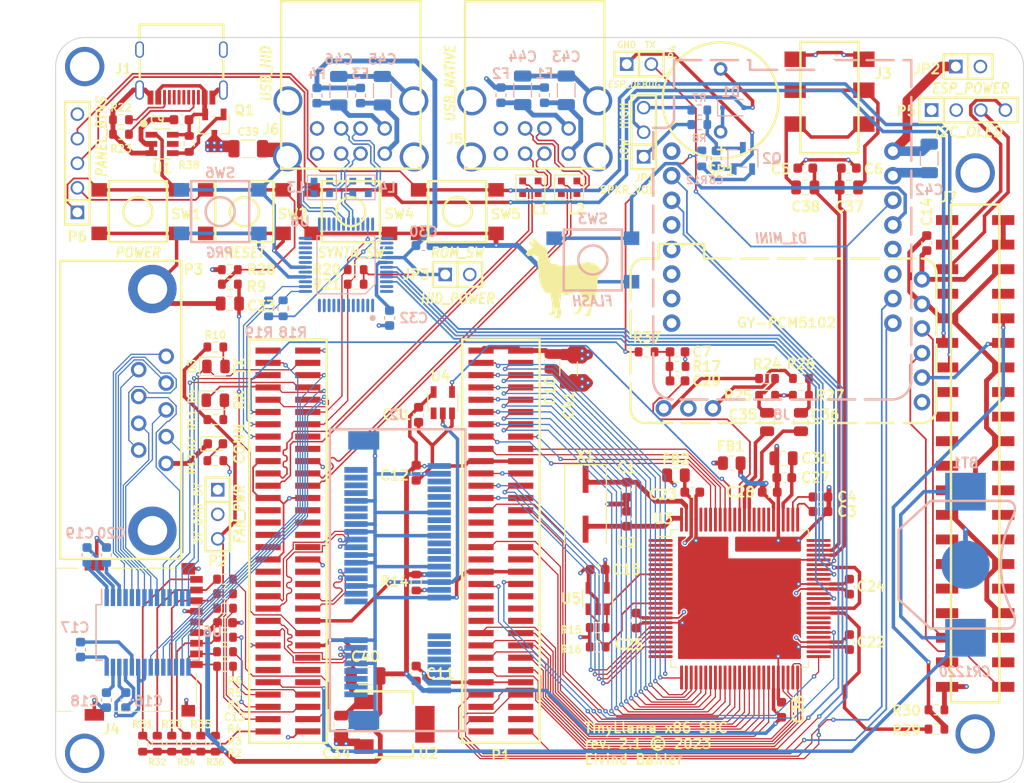
<source format=kicad_pcb>
(kicad_pcb (version 20221018) (generator pcbnew)
  (title_block (title "TinyLlama") (date "2023-02-10") (rev "2.1") (company "Eivind Bøhler"))
  (layers (0 "F.Cu" signal) (1 "In1.Cu" power) (2 "In2.Cu" power) (31 "B.Cu" signal) (34 "B.Paste" user) (35 "F.Paste" user) (36 "B.SilkS" user "B.Silkscreen") (37 "F.SilkS" user "F.Silkscreen") (38 "B.Mask" user) (39 "F.Mask" user) (44 "Edge.Cuts" user))
  (net 0 "")
  (net 1 "Net-(U3-XTALO)")
  (net 2 "Net-(U3-XTALI)")
  (net 3 "Net-(U3-RFILT)")
  (net 4 "/RSTDRV")
  (net 5 "/SPKR")
  (net 6 "/TX2")
  (net 7 "/RX2")
  (net 8 "/USBD1-")
  (net 9 "/USBD2-")
  (net 10 "/USBD1+")
  (net 11 "/USBD2+")
  (net 12 "Net-(U3-LFILT)")
  (net 13 "Net-(U3-LOUT)")
  (net 14 "Net-(U3-ROUT)")
  (net 15 "Net-(Q2-C)")
  (net 16 "Net-(U6-C1+)")
  (net 17 "Net-(U6-C1-)")
  (net 18 "Net-(U6-V+)")
  (net 19 "Net-(U6-C2+)")
  (net 20 "Net-(U6-C2-)")
  (net 21 "Net-(U6-V-)")
  (net 22 "Net-(U3-REFFLT)")
  (net 23 "Net-(U3-MIN)")
  (net 24 "/PE0_RX-")
  (net 25 "/PE0_TX-")
  (net 26 "/PE0_RX+")
  (net 27 "/PE0_TX+")
  (net 28 "/PE0_CLK-")
  (net 29 "/~{PCIRST}")
  (net 30 "/PE0_CLK+")
  (net 31 "/~{RST_SW}")
  (net 32 "/HID_VCC")
  (net 33 "Net-(U8-VDD33)")
  (net 34 "Net-(U3-LLINE)")
  (net 35 "Net-(U3-RLINE)")
  (net 36 "/VBATT")
  (net 37 "Net-(C37-Pad2)")
  (net 38 "/SD_DAT2")
  (net 39 "/SD_DAT3")
  (net 40 "/SD_CMD")
  (net 41 "/SD_CLK")
  (net 42 "/SD_DAT0")
  (net 43 "/SD_DAT1")
  (net 44 "/A0")
  (net 45 "/A1")
  (net 46 "/A2")
  (net 47 "/A3")
  (net 48 "/A4")
  (net 49 "/A5")
  (net 50 "/A6")
  (net 51 "/A7")
  (net 52 "/A8")
  (net 53 "/A9")
  (net 54 "/A10")
  (net 55 "/A11")
  (net 56 "/A12")
  (net 57 "/A13")
  (net 58 "/A14")
  (net 59 "/A15")
  (net 60 "Net-(C38-Pad2)")
  (net 61 "Net-(C29-Pad2)")
  (net 62 "Net-(D1-A)")
  (net 63 "/IRQ7")
  (net 64 "Net-(D2-A)")
  (net 65 "/IRQ11")
  (net 66 "/IRQ12")
  (net 67 "/IRQ15")
  (net 68 "/VBUS")
  (net 69 "/DRQ1")
  (net 70 "/~{DACK1}")
  (net 71 "Net-(D3-A)")
  (net 72 "Net-(D4-A)")
  (net 73 "Net-(J1-CC1)")
  (net 75 "/AEN")
  (net 76 "/IOCHRDY")
  (net 79 "/~{IOW}")
  (net 80 "/~{IOR}")
  (net 81 "Net-(J1-CC2)")
  (net 87 "/D0")
  (net 88 "/D1")
  (net 89 "/D2")
  (net 90 "/D3")
  (net 91 "/D4")
  (net 92 "/D5")
  (net 93 "/D6")
  (net 94 "/D7")
  (net 95 "/USBDX1-")
  (net 96 "/USBDX1+")
  (net 97 "/USBDX2-")
  (net 98 "/USBDX2+")
  (net 103 "/X_SD_DAT2")
  (net 104 "/X_SD_DAT3")
  (net 105 "/X_SD_CMD")
  (net 106 "+3.3V")
  (net 107 "/X_SD_CLK")
  (net 108 "/X_SD_DAT0")
  (net 109 "/X_SD_DAT1")
  (net 116 "Net-(J2-~{W_DISABLE})")
  (net 135 "/SYNTH_SW")
  (net 136 "/ROM_SW")
  (net 139 "+5VFILT")
  (net 140 "+5VA")
  (net 141 "Net-(C35-Pad2)")
  (net 142 "Net-(C36-Pad2)")
  (net 143 "/MIDI_AUDIO_R")
  (net 144 "/MIDI_AUDIO_L")
  (net 149 "/TX1")
  (net 150 "/RX1")
  (net 159 "/USBHIDX1-")
  (net 160 "/USBHIDX1+")
  (net 161 "/USBHIDX2-")
  (net 162 "/USBHIDX2+")
  (net 163 "/MIDI_OUT")
  (net 175 "Net-(J8-D3{slash}GPIO0)")
  (net 195 "/CTS2")
  (net 196 "/RTS2")
  (net 198 "/I2S_BCLK")
  (net 199 "/I2S_LRCLK")
  (net 200 "/I2S_DATA")
  (net 201 "/DCD2")
  (net 203 "/SD_CD")
  (net 204 "/3.3V_MIDI_OUT")
  (net 205 "GND")
  (net 206 "VCC")
  (net 211 "/PI_SDA")
  (net 212 "/PI_SCL")
  (net 213 "Net-(JP1-Pad1)")
  (net 214 "Net-(JP1-Pad3)")
  (net 215 "/RS_DCD1")
  (net 216 "/RS_RX1")
  (net 217 "/RS_TX1")
  (net 218 "/RS_DTR1")
  (net 219 "/RS_DSR1")
  (net 220 "/RS_RTS1")
  (net 221 "/RS_CTS1")
  (net 222 "/RS_RI1")
  (net 224 "/CS_SDA")
  (net 225 "/CS_SCL")
  (net 228 "/MSCLK")
  (net 229 "/MSDATA")
  (net 231 "/KBCLK")
  (net 232 "/KBDATA")
  (net 233 "/JACX")
  (net 234 "/JACY")
  (net 235 "/JAB1")
  (net 236 "/JAB2")
  (net 237 "/USBHID1+")
  (net 238 "/USBHID1-")
  (net 239 "/USBHID2+")
  (net 240 "/USBHID2-")
  (net 241 "/DCD1")
  (net 242 "/RTS1")
  (net 243 "/RI1")
  (net 244 "/DTR1")
  (net 245 "/DSR1")
  (net 246 "/CTS1")
  (net 254 "/RI2")
  (net 255 "/DTR2")
  (net 256 "/DSR2")
  (net 258 "Net-(Q1-G)")
  (net 259 "Net-(Q2-B)")
  (net 260 "/PWR_SW")
  (net 261 "Net-(U6-~{INVALID})")
  (net 262 "/RST_SW")
  (net 263 "Net-(SW6-A)")
  (net 302 "Net-(J8-5V)")
  (net 303 "Net-(J5-VBUS1)")
  (net 304 "Net-(J5-VBUS2)")
  (net 305 "Net-(J6-VBUS1)")
  (net 306 "Net-(J6-VBUS2)")
  (footprint "llama_shared:J_USB_A_C12049" (layer "F.Cu") (at 73.5 34.7 180)
    (fp_text reference "J5")
    (fp_text value "USB_NATIVE")
  )
  (footprint "Capacitor_SMD:C_0603_1608Metric" (layer "F.Cu") (at 61.249989 89.750008 90)
    (fp_text reference "C11")
    (fp_text value "0.1uF" hide)
  )
  (footprint "llama_shared:P_CONN_01X04_SQUARE" (layer "F.Cu") (at 118.31 31.5)
    (fp_text reference "P5")
    (fp_text value "I2C_OLED")
  )
  (footprint "Resistor_SMD:R_0603_1608Metric" (layer "F.Cu") (at 85.049992 56.5)
    (fp_text reference "R37")
    (fp_text value "47k" hide)
  )
  (footprint "Capacitor_SMD:C_1206_3216Metric" (layer "F.Cu") (at 56.025006 89.999995 180)
    (fp_text reference "C40")
    (fp_text value "47uF" hide)
  )
  (footprint "Resistor_SMD:R_0603_1608Metric" (layer "F.Cu") (at 41.500001 87.5)
    (fp_text reference "R3")
    (fp_text value "33" hide)
  )
  (footprint "llama_shared:U_SOT-23-5" (layer "F.Cu") (at 64 61.75 90)
    (fp_text reference "U4")
    (fp_text value "U_74LVC1G04" hide)
  )
  (footprint "llama_shared:SW_B3FS-1010" (layer "F.Cu") (at 65.5 42)
    (fp_text reference "SW5")
    (fp_text value "ROM_SW")
  )
  (footprint "Capacitor_SMD:C_0603_1608Metric" (layer "F.Cu") (at 99.275 69.5 180)
    (fp_text reference "C27")
    (fp_text value "0.1uF" hide)
  )
  (footprint "Capacitor_SMD:C_0805_2012Metric" (layer "F.Cu") (at 105.95 39.5)
    (fp_text reference "C37")
    (fp_text value "10uF" hide)
  )
  (footprint "llama_shared:H_440_HOLE" (layer "F.Cu") (at 119 96)
    (fp_text reference "H4" hide)
    (fp_text value "H_HOLE" hide)
  )
  (footprint "Resistor_SMD:R_0603_1608Metric" (layer "F.Cu") (at 55 48)
    (fp_text reference "R20")
    (fp_text value "4.7k" hide)
  )
  (footprint "Resistor_SMD:R_0603_1608Metric" (layer "F.Cu") (at 80 85.000004 180)
    (fp_text reference "R15")
    (fp_text value "4.7k" hide)
  )
  (footprint "Capacitor_SMD:C_0603_1608Metric" (layer "F.Cu") (at 89.775 71 180)
    (fp_text reference "C23")
    (fp_text value "0.1uF" hide)
  )
  (footprint "Capacitor_SMD:C_0603_1608Metric" (layer "F.Cu") (at 80 78.999992 180)
    (fp_text reference "C15")
    (fp_text value "0.1uF" hide)
  )
  (footprint "llama_shared:J_USB_A_C12049" (layer "F.Cu") (at 54.5 34.7 180)
    (fp_text reference "J6")
    (fp_text value "USB_HID")
  )
  (footprint "Capacitor_SMD:C_1206_3216Metric" (layer "F.Cu") (at 77 58.25 -90)
    (fp_text reference "C41")
    (fp_text value "47uF" hide)
  )
  (footprint "Resistor_SMD:R_0603_1608Metric" (layer "F.Cu") (at 41.500001 81.500012)
    (fp_text reference "R5")
    (fp_text value "33" hide)
  )
  (footprint "Capacitor_SMD:C_0603_1608Metric" (layer "F.Cu") (at 99 93.5 -90)
    (fp_text reference "C26")
    (fp_text value "0.1uF" hide)
  )
  (footprint "Resistor_SMD:R_0603_1608Metric" (layer "F.Cu") (at 33 97.000006 90)
    (fp_text reference "R31")
    (fp_text value "47k" hide)
  )
  (footprint "Resistor_SMD:R_0603_1608Metric" (layer "F.Cu") (at 97.500005 59.249993)
    (fp_text reference "R24")
    (fp_text value "6.8k" hide)
  )
  (footprint "Capacitor_SMD:C_0603_1608Metric" (layer "F.Cu") (at 37 32.5)
    (fp_text reference "C9")
    (fp_text value "0.1uF" hide)
  )
  (footprint "llama_shared:U_SOT-23-5" (layer "F.Cu") (at 79.99999 82.000011 90)
    (fp_text reference "U5")
    (fp_text value "U_K24C08" hide)
  )
  (footprint "llama_shared:X_Crystal_SMD_HC49S-MINI" (layer "F.Cu") (at 78.75 72.25 -90)
    (fp_text reference "X1")
    (fp_text value "16.9344MHz" hide)
  )
  (footprint "llama_shared:J_CONN_RPI_SMD" (layer "F.Cu") (at 119 67)
    (fp_text reference "J7")
    (fp_text value "J_PI_ZERO" hide)
  )
  (footprint "Capacitor_SMD:C_0805_2012Metric" (layer "F.Cu") (at 101 63.75 90)
    (fp_text reference "C36")
    (fp_text value "10uF" hide)
  )
  (footprint "llama_shared:L_EMI_FILTER_MCM2012B900GBE" (layer "F.Cu") (at 77.05 39.486501 180)
    (fp_text reference "L2")
    (fp_text value "L_EMI_FILTER" hide)
  )
  (footprint "llama_shared:H_440_HOLE" (layer "F.Cu") (at 27 98)
    (fp_text reference "H3" hide)
    (fp_text value "H_HOLE" hide)
  )
  (footprint "llama_shared:SW_B3FS-1010" (layer "F.Cu") (at 54.5 42)
    (fp_text reference "SW4")
    (fp_text value "SYNTH_SW")
  )
  (footprint "Resistor_SMD:R_0603_1608Metric" (layer "F.Cu") (at 37.500001 97.000006 90)
    (fp_text reference "R34")
    (fp_text value "47k" hide)
  )
  (footprint "Resistor_SMD:R_0603_1608Metric" (layer "F.Cu") (at 115 95.5)
    (fp_text reference "R29")
    (fp_text value "10k" hide)
  )
  (footprint "Resistor_SMD:R_0805_2012Metric" (layer "F.Cu") (at 88.0875 69.25)
    (fp_text reference "FB2")
    (fp_text value "FB" hide)
  )
  (footprint "Resistor_SMD:R_0603_1608Metric" (layer "F.Cu") (at 39 97.000006 90)
    (fp_text reference "R35")
    (fp_text value "47k" hide)
  )
  (footprint "llama_shared:U_TSOT-23-6" (layer "F.Cu") (at 35 35)
    (fp_text reference "U1")
    (fp_text value "U_MAX16054" hide)
  )
  (footprint "llama_shared:P_CONN_01X02_SQUARE" (layer "F.Cu") (at 84.27 26.75)
    (fp_text reference "P4")
    (fp_text value "ESP_DEBUG")
  )
  (footprint "Resistor_SMD:R_0603_1608Metric" (layer "F.Cu") (at 40.5 97.000006 90)
    (fp_text reference "R36")
    (fp_text value "47k" hide)
  )
  (footprint "Resistor_SMD:R_0603_1608Metric" (layer "F.Cu") (at 115 93.5)
    (fp_text reference "R30")
    (fp_text value "20k" hide)
  )
  (footprint "llama_shared:Q_PFET_ENH_SOT-23-3" (layer "F.Cu") (at 40.4 33.0515 90)
    (fp_text reference "Q1")
    (fp_text value "Q_PMOS_GDS" hide)
  )
  (footprint "Capacitor_SMD:C_0603_1608Metric" (layer "F.Cu") (at 88.25 59.5 180)
    (fp_text reference "C29")
    (fp_text value "0.1uF" hide)
  )
  (footprint "llama_shared:SW_B3FS-1010" (layer "F.Cu") (at 32.5 42)
    (fp_text reference "SW1")
    (fp_text value "POWER")
  )
  (footprint "llama_shared:P_CONN_01X03_SQUARE" (layer "F.Cu") (at 84.75 33.79 90)
    (fp_text reference "JP1")
    (fp_text value "SPKR_VOL")
  )
  (footprint "Resistor_SMD:R_0805_2012Metric" (layer "F.Cu") (at 93.8525 68)
    (fp_text reference "FB1")
    (fp_text value "FB" hide)
  )
  (footprint "llama_shared:U_GY-PCM5102" (layer "F.Cu") (at 99.195 55.35 180)
    (fp_text reference "U7" hide)
    (fp_text value "GY-PCM5102")
  )
  (footprint "Resistor_SMD:R_0603_1608Metric" (layer "F.Cu") (at 30.75 32.5 180)
    (fp_text reference "R22")
    (fp_text value "5.1k" hide)
  )
  (footprint "llama_shared:P_DE9M" (layer "F.Cu") (at 35.42 56.955 90)
    (fp_text reference "P3")
    (fp_text value "P_DE9M" hide)
  )
  (footprint "Resistor_SMD:R_0603_1608Metric" (layer "F.Cu") (at 42 48)
    (fp_text reference "R28")
    (fp_text value "10k" hide)
  )
  (footprint "Capacitor_SMD:C_0805_2012Metric" (layer "F.Cu") (at 97.5 63.75 90)
    (fp_text reference "C35")
    (fp_text value "10uF" hide)
  )
  (footprint "Capacitor_SMD:C_0603_1608Metric" (layer "F.Cu") (at 41.500001 84.500006)
    (fp_text reference "C13")
    (fp_text value "0.1uF" hide)
  )
  (footprint "Capacitor_SMD:C_0603_1608Metric" (layer "F.Cu") (at 101.45 37.5 180)
    (fp_text reference "C5")
    (fp_text value "1nF" hide)
  )
  (footprint "llama_shared:U_TQFP-100_14x14mm_P0.5mm_HandSoldering" (layer "F.Cu") (at 94.662495 82.000011)
    (fp_text reference "U3")
    (fp_text value "U_CS4237B-KQ" hide)
  )
  (footprint "Resistor_SMD:R_0603_1608Metric" (layer "F.Cu") (at 34.499999 97.000006 90)
    (fp_text reference "R32")
    (fp_text value "47k" hide)
  )
  (footprint "Capacitor_SMD:C_0603_1608Metric" (layer "F.Cu") (at 106 86.5 90)
    (fp_text reference "C22")
    (fp_text value "0.1uF" hide)
  )
  (footprint "Resistor_SMD:R_0603_1608Metric" (layer "F.Cu") (at 41.500001 83.000009)
    (fp_text reference "R1")
    (fp_text value "0" hide)
  )
  (footprint "llama_shared:LLAMA_LOGO" (layer "F.Cu") (at 68.35776 42.708072)
    (fp_text reference "LOGO1" hide)
    (fp_text value "Llama_logo" hide)
  )
  (footprint "Capacitor_SMD:C_0805_2012Metric" (layer "F.Cu") (at 101.45 39.5 180)
    (fp_text reference "C38")
    (fp_text value "10uF" hide)
  )
  (footprint "Capacitor_SMD:C_0603_1608Metric" (layer "F.Cu") (at 61.249989 69.000012 -90)
    (fp_text reference "C12")
    (fp_text value "0.1uF" hide)
  )
  (footprint "llama_shared:SP" (layer "F.Cu") (at 92.7 30.5 90)
    (fp_text reference "SP1")
    (fp_text value "SPEAKER" hide)
  )
  (footprint "Capacitor_SMD:C_0603_1608Metric" (layer "F.Cu") (at 97.775 71)
    (fp_text reference "C28")
    (fp_text value "0.1uF" hide)
  )
  (footprint "Diode_SMD:D_0603_1608Metric" (layer "F.Cu") (at 40.5 66)
    (fp_text reference "D2")
    (fp_text value "CONN")
  )
  (footprint "Resistor_SMD:R_0603_1608Metric" (layer "F.Cu") (at 42 49.5 180)
    (fp_text reference "R9")
    (fp_text value "470" hide)
  )
  (footprint "Capacitor_SMD:C_0603_1608Metric" (layer "F.Cu") (at 103.024988 73.000004)
    (fp_text reference "C3")
    (fp_text value "1nF" hide)
  )
  (footprint "Diode_SMD:D_0805_2012Metric" (layer "F.Cu") (at 40.5625 58)
    (fp_text reference "D3")
    (fp_text value "TX")
  )
  (footprint "Capacitor_SMD:C_0603_1608Metric" (layer "F.Cu") (at 114 45.25 -90)
    (fp_text reference "C14")
    (fp_text value "0.1uF" hide)
  )
  (footprint "Resistor_SMD:R_0603_1608Metric" (layer "F.Cu") (at 41.500001 86.000003)
    (fp_text reference "R4")
    (fp_text value "33" hide)
  )
  (footprint "Resistor_SMD:R_0603_1608Metric" (layer "F.Cu") (at 97.500005 61.000002)
    (fp_text reference "R25")
    (fp_text value "6.8k" hide)
  )
  (footprint "Diode_SMD:D_0805_2012Metric" (layer "F.Cu") (at 40.5 61.5)
    (fp_text reference "D4")
    (fp_text value "RX")
  )
  (footprint "llama_shared:H_440_HOLE" (layer "F.Cu") (at 27 27)
    (fp_text reference "H1" hide)
    (fp_text value "H_HOLE" hide)
  )
  (footprint "llama_shared:J_AUDIO35_C95463" (layer "F.Cu") (at 103.95 29.45)
    (fp_text reference "J3")
    (fp_text value "AudioJack3" hide)
  )
  (footprint "Capacitor_SMD:C_0603_1608Metric" (layer "F.Cu") (at 105.95 37.5)
    (fp_text reference "C6")
    (fp_text value "1nF" hide)
  )
  (footprint "Resistor_SMD:R_0603_1608Metric" (layer "F.Cu") (at 80 87 180)
    (fp_text reference "R16")
    (fp_text value "4.7k" hide)
  )
  (footprint "Resistor_SMD:R_0603_1608Metric" (layer "F.Cu") (at 88.25 58)
    (fp_text reference "R17")
    (fp_text value "4.7k" hide)
  )
  (footprint "Capacitor_SMD:C_0805_2012Metric" (layer "F.Cu") (at 53.499992 95.049998 90)
    (fp_text reference "C34")
    (fp_text value "10uF" hide)
  )
  (footprint "llama_shared:J_USB_TYPE-C-31-M-12" (layer "F.Cu") (at 37 30 180)
    (fp_text reference "J1")
    (fp_text value "J_USB_C" hide)
  )
  (footprint "Capacitor_SMD:C_0603_1608Metric" (layer "F.Cu") (at 103.024988 71.500007)
    (fp_text reference "C4")
    (fp_text value "1nF" hide)
  )
  (footprint "Capacitor_SMD:C_0603_1608Metric" (layer "F.Cu") (at 88.25 56.5)
    (fp_text reference "C7")
    (fp_text value "2.7nF" hide)
  )
  (footprint "Resistor_SMD:R_0603_1608Metric" (layer "F.Cu") (at 100.999998 59.249993)
    (fp_text reference "R26")
    (fp_text value "6.8k" hide)
  )
  (footprint "Capacitor_SMD:C_0603_1608Metric" (layer "F.Cu") (at 61.5 63 -90)
    (fp_text reference "C21")
    (fp_text value "0.1uF" hide)
  )
  (footprint "llama_shared:SW_B3FS-1010" (layer "F.Cu") (at 43.5 42)
    (fp_text reference "SW2")
    (fp_text value "RESET")
  )
  (footprint "Resistor_SMD:R_0603_1608Metric" (layer "F.Cu") (at 35.999999 97.000006 90)
    (fp_text reference "R33")
    (fp_text value "47k" hide)
  )
  (footprint "Capacitor_SMD:C_0603_1608Metric" (layer "F.Cu") (at 106 80.768 -90)
    (fp_text reference "C24")
    (fp_text value "0.1uF" hide)
  )
  (footprint "Capacitor_SMD:C_0805_2012Metric" (layer "F.Cu") (at 42 51.5 180)
    (fp_text reference "C33")
    (fp_text value "10uF" hide)
  )
  (footprint "llama_shared:P_CONN_01X02_SQUARE" (layer "F.Cu") (at 65.52 48.5)
    (fp_text reference "JP3")
    (fp_text value "HID_POWER")
  )
  (footprint "llama_shared:P_CONN_01X05_SQUARE" (layer "F.Cu") (at 26.25 37 90)
    (fp_text reference "P6")
    (fp_text value "PANEL_BTNS")
  )
  (footprint "llama_shared:U_SOT-223-3_NOTAB" (layer "F.Cu") (at 59 95)
    (fp_text reference "U2")
    (fp_text value "U_AMS1117-3.3" hide)
  )
  (footprint "Resistor_SMD:R_0603_1608Metric" (layer "F.Cu") (at 40.5 67.75 180)
    (fp_text reference "R13")
    (fp_text value "1.5k" hide)
  )
  (footprint "Resistor_SMD:R_0603_1608Metric" (layer "F.Cu") (at 41.500001 88.999997)
    (fp_text reference "R2")
    (fp_text value "33" hide)
  )
  (footprint "Resistor_SMD:R_0603_1608Metric" (layer "F.Cu") (at 61.249989 80.341493 90)
    (fp_text reference "R14")
    (fp_text value "4.7k" hide)
  )
  (footprint "llama_shared:P_CONN_SOM-128-EX" (layer "F.Cu") (at 48 56.365)
    (fp_text reference "P1")
    (fp_text value "P_SOM-128-EX" hide)
  )
  (footprint "Capacitor_SMD:C_0603_1608Metric" (layer "F.Cu") (at 84.000007 84.274987 90)
    (fp_text reference "C25")
    (fp_text value "0.1uF" hide)
  )
  (footprint "Resistor_SMD:R_0603_1608Metric" (layer "F.Cu") (at 40.5 56)
    (fp_text reference "R10")
    (fp_text value "1k" hide)
  )
  (footprint "Capacitor_SMD:C_0603_1608Metric" (layer "F.Cu") (at 83 70.75 90)
    (fp_text reference "C1")
    (fp_text value "22pF" hide)
  )
  (footprint "Resistor_SMD:R_0603_1608Metric" (layer "F.Cu") (at 37.8 35 90)
    (fp_text reference "R38")
    (fp_text value "47k" hide)
  )
  (footprint "llama_shared:P_CONN_01X02_SQUARE" (layer "F.Cu") (at 118.27 27)
    (fp_text reference "JP2")
    (fp_text value "ESP_POWER")
  )
  (footprint "Capacitor_SMD:C_0603_1608Metric" (layer "F.Cu") (at 83 73.75 -90)
    (fp_text reference "C2")
    (fp_text value "22pF" hide)
  )
  (footprint "llama_shared:P_CONN_01X03_SQUARE" (layer "F.Cu") (at 40.75 73.28999 -90)
    (fp_text reference "P2")
    (fp_text value "FAN_PWR")
  )
  (footprint "Resistor_SMD:R_0603_1608Metric" (layer "F.Cu") (at 40.5 63.5)
    (fp_text reference "R11")
    (fp_text value "1k" hide)
  )
  (footprint "llama_shared:L_EMI_FILTER_MCM2012B900GBE" (layer "F.Cu") (at 73.05 39.486501 180)
    (fp_text reference "L1")
    (fp_text value "L_EMI_FILTER" hide)
  )
  (footprint "Capacitor_SMD:C_0805_2012Metric" (layer "F.Cu") (at 99.2 67.5 180)
    (fp_text reference "C31")
    (fp_text value "1uF" hide)
  )
  (footprint "Resistor_SMD:R_0603_1608Metric" (layer "F.Cu") (at 100.999998 61.000002 180)
    (fp_text reference "R27")
    (fp_text value "6.8k" hide)
  )
  (footprint "llama_shared:H_440_HOLE" (layer "F.Cu") (at 119 38)
    (fp_text reference "H2" hide)
    (fp_text value "H_HOLE" hide)
  )
  (footprint "Resistor_SMD:R_0603_1608Metric" (layer "F.Cu") (at 41.500001 79.99999)
    (fp_text reference "R6")
    (fp_text value "33" hide)
  )
  (footprint "Resistor_SMD:R_0603_1608Metric" (layer "F.Cu") (at 30.75 34 180)
    (fp_text reference "R23")
    (fp_text value "5.1k" hide)
  )
  (footprint "Capacitor_SMD:C_1206_3216Metric" (layer "F.Cu") (at 43.9 35.5)
    (fp_text reference "C39")
    (fp_text value "47uF" hide)
  )
  (footprint "Resistor_SMD:R_0603_1608Metric" (layer "F.Cu") (at 55 49.5)
    (fp_text reference "R21")
    (fp_text value "4.7k" hide)
  )
  (footprint "Capacitor_SMD:C_0603_1608Metric" (layer "F.Cu") (at 75 57.5 -90)
    (fp_text reference "C10")
    (fp_text value "0.1uF" hide)
  )
  (footprint "llama_shared:J_MicroSD_TF01A" (layer "F.Cu") (at 31.3 86.26 -90)
    (fp_text reference "J4")
    (fp_text value "MICRO_SD" hide)
  )
  (footprint "Fuse:Fuse_0603_1608Metric" (layer "B.Cu") (at 55.5 30 -90)
    (fp_text reference "F3")
    (fp_text value "F" hide)
  )
  (footprint "Resistor_SMD:R_0603_1608Metric" (layer "B.Cu") (at 90.5 31.5 180)
    (fp_text reference "R7")
    (fp_text value "33" hide)
  )
  (footprint "Fuse:Fuse_0603_1608Metric" (layer "B.Cu") (at 74.499994 29.961501 -90)
    (fp_text reference "F1")
    (fp_text value "F" hide)
  )
  (footprint "llama_shared:SW_B3FS-1010" (layer "B.Cu") (at 41 42 180)
    (fp_text reference "SW6")
    (fp_text value "PRG")
  )
  (footprint "Capacitor_SMD:C_0603_1608Metric" (layer "B.Cu") (at 62 45.5 180)
    (fp_text reference "C30")
    (fp_text value "0.1uF" hide)
  )
  (footprint "Capacitor_SMD:C_0603_1608Metric" (layer "B.Cu") (at 31.25 92.5 -90)
    (fp_text reference "C16")
    (fp_text value "0.1uF" hide)
  )
  (footprint "Capacitor_SMD:C_0603_1608Metric" (layer "B.Cu") (at 26.575 87.275 90)
    (fp_text reference "C17")
    (fp_text value "0.1uF" hide)
  )
  (footprint "Resistor_SMD:R_0603_1608Metric" (layer "B.Cu") (at 46 52 -90)
    (fp_text reference "R19")
    (fp_text value "4.7k" hide)
  )
  (footprint "Diode_SMD:D_SOD-323F" (layer "B.Cu") (at 94 31.25)
    (fp_text reference "D1")
    (fp_text value "1N4148" hide)
  )
  (footprint "Fuse:Fuse_0603_1608Metric" (layer "B.Cu") (at 51 30 -90)
    (fp_text reference "F4")
    (fp_text value "F" hide)
  )
  (footprint "llama_shared:U_SSOP-28_5.3x10.2mm_P0.65mm" (layer "B.Cu") (at 33.5 85.5 -90)
    (fp_text reference "U6")
    (fp_text value "U_MAX3243" hide)
  )
  (footprint "llama_shared:U_QFP-12x12_14x14_Pitch0.5mm" (layer "B.Cu") (at 54 47.5 90)
    (fp_text reference "U8")
    (fp_text value "U_CH559L" hide)
  )
  (footprint "llama_shared:Q_BJT_SOT-23-3" (layer "B.Cu") (at 95 36.5 -90)
    (fp_text reference "Q2")
    (fp_text value "NPN" hide)
  )
  (footprint "llama_shared:L_EMI_FILTER_MCM2012B900GBE" (layer "B.Cu") (at 55.5 39.5)
    (fp_text reference "L4")
    (fp_text value "L_EMI_FILTER" hide)
  )
  (footprint "llama_shared:SW_B3FS-1010" (layer "B.Cu") (at 79.5 47)
    (fp_text reference "SW3")
    (fp_text value "FLASH")
  )
  (footprint "Resistor_SMD:R_0603_1608Metric" (layer "B.Cu") (at 90.5 33 180)
    (fp_text reference "R8")
    (fp_text value "200" hide)
  )
  (footprint "Capacitor_SMD:C_0603_1608Metric" (layer "B.Cu") (at 58.5 53 90)
    (fp_text reference "C32")
    (fp_text value "3.3uF" hide)
  )
  (footprint "Capacitor_SMD:C_1206_3216Metric" (layer "B.Cu") (at 76.749994 29.461501 90)
    (fp_text reference "C43")
    (fp_text value "47uF" hide)
  )
  (footprint "Capacitor_SMD:C_0603_1608Metric" (layer "B.Cu") (at 27.25 77.499995 90)
    (fp_text reference "C19")
    (fp_text value "0.1uF" hide)
  )
  (footprint "Capacitor_SMD:C_1206_3216Metric" (layer "B.Cu") (at 53.25 29.5 90)
    (fp_text reference "C46")
    (fp_text value "47uF" hide)
  )
  (footprint "Capacitor_SMD:C_1206_3216Metric" (layer "B.Cu") (at 72.249994 29.461501 90)
    (fp_text reference "C44")
    (fp_text value "47uF" hide)
  )
  (footprint "Capacitor_SMD:C_0603_1608Metric" (layer "B.Cu") (at 29.25 77.5 -90)
    (fp_text reference "C20")
    (fp_text value "0.1uF" hide)
  )
  (footprint "Capacitor_SMD:C_0603_1608Metric" (layer "B.Cu") (at 92.25 36.5 -90)
    (fp_text reference "C8")
    (fp_text value "10nF" hide)
  )
  (footprint "Fuse:Fuse_0603_1608Metric" (layer "B.Cu") (at 69.999994 29.961501 -90)
    (fp_text reference "F2")
    (fp_text value "F" hide)
  )
  (footprint "Capacitor_SMD:C_1206_3216Metric" (layer "B.Cu") (at 57.75 29.5 90)
    (fp_text reference "C45")
    (fp_text value "47uF" hide)
  )
  (footprint "llama_shared:J_MINI_PCIE" (layer "B.Cu") (at 59.3305 92.6 90)
    (fp_text reference "J2")
    (fp_text value "J_MINI_PCIE" hide)
  )
  (footprint "llama_shared:J_WEMOS_D1_MINI" (layer "B.Cu") (at 99.07 44.64 -90)
    (fp_text reference "J8")
    (fp_text value "D1_MINI")
  )
  (footprint "Resistor_SMD:R_0603_1608Metric" (layer "B.Cu") (at 47.5 52 -90)
    (fp_text reference "R18")
    (fp_text value "4.7k" hide)
  )
  (footprint "Resistor_SMD:R_0603_1608Metric" (layer "B.Cu") (at 90.75 36.5 -90)
    (fp_text reference "R12")
    (fp_text value "1k" hide)
  )
  (footprint "Capacitor_SMD:C_1206_3216Metric" (layer "B.Cu") (at 114.25 36.5 -90)
    (fp_text reference "C42")
    (fp_text value "47uF" hide)
  )
  (footprint "llama_shared:BT_MY-1220-03" (layer "B.Cu") (at 118 78.5 90)
    (fp_text reference "BT1")
    (fp_text value "CR1220")
  )
  (footprint "Capacitor_SMD:C_0603_1608Metric" (layer "B.Cu") (at 29.25 92.5 -90)
    (fp_text reference "C18")
    (fp_text value "0.1uF" hide)
  )
  (footprint "llama_shared:L_EMI_FILTER_MCM2012B900GBE" (layer "B.Cu") (at 51.5 39.5)
    (fp_text reference "L3")
    (fp_text value "L_EMI_FILTER" hide)
  )
  (gr_arc (start 24 27) (mid 24.87868 24.87868) (end 27 24) (stroke (width 0.1)) (layer "Edge.Cuts"))
  (gr_arc (start 27 101) (mid 24.87868 100.12132) (end 24 98) (stroke (width 0.1)) (layer "Edge.Cuts"))
  (gr_line (start 27 101) (end 121 101) (stroke (width 0.1)) (layer "Edge.Cuts"))
  (gr_arc (start 121 24) (mid 123.12132 24.87868) (end 124 27) (stroke (width 0.1)) (layer "Edge.Cuts"))
  (gr_line (start 24 27) (end 24 98) (stroke (width 0.1)) (layer "Edge.Cuts"))
  (gr_arc (start 124 98) (mid 123.12132 100.12132) (end 121 101) (stroke (width 0.1)) (layer "Edge.Cuts"))
  (gr_line (start 27 24) (end 121 24) (stroke (width 0.1)) (layer "Edge.Cuts"))
  (gr_line (start 124 98) (end 124 27) (stroke (width 0.1)) (layer "Edge.Cuts"))
  (gr_text "TinyLlama x86 SBC\nrev. 2.1 © 2023\nEivind Bøhler" (at 78.5 97) (layer "F.SilkS") (effects (font (size 1.016 1.016) (thickness 0.2032)) (justify left)))
  (segment (start 79.05 69.975) (end 78.75 69.675) (width 0.5) (layer "F.Cu") (net 1))
  (segment (start 85.94 71.94) (end 83.975 69.975) (width 0.5) (layer "F.Cu") (net 1))
  (segment (start 83 69.975) (end 79.05 69.975) (width 0.5) (layer "F.Cu") (net 1))
  (segment (start 88.65 71.94) (end 85.94 71.94) (width 0.5) (layer "F.Cu") (net 1))
  (segment (start 83.975 69.975) (end 83 69.975) (width 0.5) (layer "F.Cu") (net 1))
  (segment (start 89.1 72.39) (end 88.65 71.94) (width 0.5) (layer "F.Cu") (net 1))
  (segment (start 89.162495 72.492495) (end 89.162495 72.642495) (width 0.36) (layer "F.Cu") (net 1))
  (segment (start 83 74.525) (end 86.875 74.525) (width 0.5) (layer "F.Cu") (net 2))
  (segment (start 87.7 73.7) (end 88.56 73.7) (width 0.5) (layer "F.Cu") (net 2))
  (segment (start 83 74.525) (end 79.05 74.525) (width 0.5) (layer "F.Cu") (net 2))
  (segment (start 86.875 74.525) (end 87.7 73.7) (width 0.5) (layer "F.Cu") (net 2))
  (segment (start 79.05 74.525) (end 78.75 74.825) (width 0.5) (layer "F.Cu") (net 2))
  (segment (start 100.8 72.2) (end 101.3625 72.2) (width 0.18) (layer "F.Cu") (net 3))
  (segment (start 100.6625 72.3375) (end 100.8 72.2) (width 0.18) (layer "F.Cu") (net 3))
  (segment (start 100.6625 73.8375) (end 100.6625 72.3375) (width 0.18) (layer "F.Cu") (net 3))
  (segment (start 101.3625 72.2) (end 102.1625 73) (width 0.18) (layer "F.Cu") (net 3))
  (segment (start 92.83 69.62) (end 93.6625 70.4525) (width 0.18) (layer "F.Cu") (net 4))
  (segment (start 64.95 59.64) (end 64.95 60.65) (width 0.18) (layer "F.Cu") (net 4))
  (segment (start 93.6625 70.4525) (end 93.6625 74.3375) (width 0.18) (layer "F.Cu") (net 4))
  (via (at 92.83 69.62) (size 0.46) (drill 0.2) (layers "F.Cu" "B.Cu") (net 4))
  (via (at 64.95 59.64) (size 0.46) (drill 0.2) (layers "F.Cu" "B.Cu") (net 4))
  (segment (start 92.83 69.62) (end 92.57 69.62) (width 0.18) (layer "B.Cu") (net 4))
  (segment (start 92.57 69.62) (end 78.81 55.86) (width 0.18) (layer "B.Cu") (net 4))
  (segment (start 78.81 55.86) (end 68.73 55.86) (width 0.18) (layer "B.Cu") (net 4))
  (segment (start 68.73 55.86) (end 64.95 59.64) (width 0.18) (layer "B.Cu") (net 4))
  (segment (start 82.9 56.5) (end 82.88 56.48) (width 0.18) (layer "F.Cu") (net 5))
  (segment (start 82.88 56.48) (end 82.88 41.16) (width 0.18) (layer "F.Cu") (net 5))
  (segment (start 44.175 62.715) (end 44.17 62.72) (width 0.18) (layer "F.Cu") (net 5))
  (segment (start 88.79 37.03) (end 89.55 36.27) (width 0.18) (layer "F.Cu") (net 5))
  (segment (start 84.224992 56.5) (end 82.9 56.5) (width 0.18) (layer "F.Cu") (net 5))
  (segment (start 82.88 41.16) (end 87.01 37.03) (width 0.18) (layer "F.Cu") (net 5))
  (segment (start 45.95 62.715) (end 44.175 62.715) (width 0.18) (layer "F.Cu") (net 5))
  (segment (start 87.01 37.03) (end 88.79 37.03) (width 0.18) (layer "F.Cu") (net 5))
  (via (at 44.17 62.72) (size 0.46) (drill 0.2) (layers "F.Cu" "B.Cu") (net 5))
  (via (at 89.55 36.27) (size 0.46) (drill 0.2) (layers "F.Cu" "B.Cu") (net 5))
  (via (at 82.88 56.48) (size 0.46) (drill 0.2) (layers "F.Cu" "B.Cu") (net 5))
  (segment (start 90.155 36.27) (end 90.75 35.675) (width 0.18) (layer "B.Cu") (net 5))
  (segment (start 48.14 55.5) (end 81.9 55.5) (width 0.18) (layer "B.Cu") (net 5))
  (segment (start 89.55 36.27) (end 90.155 36.27) (width 0.18) (layer "B.Cu") (net 5))
  (segment (start 44.17 59.47) (end 48.14 55.5) (width 0.18) (layer "B.Cu") (net 5))
  (segment (start 81.9 55.5) (end 82.88 56.48) (width 0.18) (layer "B.Cu") (net 5))
  (segment (start 44.17 62.72) (end 44.17 59.47) (width 0.18) (layer "B.Cu") (net 5))
  (segment (start 100.723501 98.296499) (end 102.12 96.9) (width 0.127) (layer "F.Cu") (net 6))
  (segment (start 72.05 91.925) (end 71.185 91.925) (width 0.127) (layer "F.Cu") (net 6))
  (segment (start 103.69 94.53) (end 104.35 94.53) (width 0.127) (layer "F.Cu") (net 6))
  (segment (start 102.12 96.9) (end 102.12 96.1) (width 0.127) (layer "F.Cu") (net 6))
  (segment (start 69.26 93.85) (end 66.56 93.85) (width 0.127) (layer "F.Cu") (net 6))
  (segment (start 102.12 96.1) (end 103.69 94.53) (width 0.127) (layer "F.Cu") (net 6))
  (segment (start 66.01 96.3) (end 68.006499 98.296499) (width 0.127) (layer "F.Cu") (net 6))
  (segment (start 66.01 94.4) (end 66.01 96.3) (width 0.127) (layer "F.Cu") (net 6))
  (segment (start 71.185 91.925) (end 69.26 93.85) (width 0.127) (layer "F.Cu") (net 6))
  (segment (start 68.006499 98.296499) (end 100.723501 98.296499) (width 0.127) (layer "F.Cu") (net 6))
  (segment (start 66.56 93.85) (end 66.01 94.4) (width 0.127) (layer "F.Cu") (net 6))
  (via (at 104.35 94.53) (size 0.46) (drill 0.2) (layers "F.Cu" "B.Cu") (net 6))
  (segment (start 107.98 94.53) (end 104.35 94.53) (width 0.18) (layer "B.Cu") (net 6))
  (segment (start 109.35 93.16) (end 107.98 94.53) (width 0.18) (layer "B.Cu") (net 6))
  (segment (start 110.5 50.99) (end 109.35 52.14) (width 0.18) (layer "B.Cu") (net 6))
  (segment (start 109.35 52.14) (end 109.35 93.16) (width 0.18) (layer "B.Cu") (net 6))
  (segment (start 99.917002 98.042998) (end 101.33 96.63) (width 0.127) (layer "F.Cu") (net 7))
  (segment (start 66.35 95.08) (end 66.35 96.22) (width 0.127) (layer "F.Cu") (net 7))
  (segment (start 66.965 94.465) (end 66.35 95.08) (width 0.127) (layer "F.Cu") (net 7))
  (segment (start 68.172998 98.042998) (end 99.917002 98.042998) (width 0.127) (layer "F.Cu") (net 7))
  (segment (start 67.95 94.465) (end 66.965 94.465) (width 0.127) (layer "F.Cu") (net 7))
  (segment (start 66.35 96.22) (end 68.172998 98.042998) (width 0.127) (layer "F.Cu") (net 7))
  (via (at 101.33 96.63) (size 0.46) (drill 0.2) (layers "F.Cu" "B.Cu") (net 7))
  (segment (start 109.82 54.21) (end 110.5 53.53) (width 0.18) (layer "B.Cu") (net 7))
  (segment (start 109.82 55.01) (end 109.82 93.43) (width 0.18) (layer "B.Cu") (net 7))
  (segment (start 109.82 55.01) (end 109.82 54.21) (width 0.18) (layer "B.Cu") (net 7))
  (segment (start 109.82 93.43) (end 106.62 96.63) (width 0.18) (layer "B.Cu") (net 7))
  (segment (start 106.62 96.63) (end 101.33 96.63) (width 0.18) (layer "B.Cu") (net 7))
  (segment (start 48.43 64.8976) (end 48.6076 64.72) (width 0.1524) (layer "F.Cu") (net 8))
  (segment (start 72.872206 43.966346) (end 72.872206 39.743648) (width 0.1524) (layer "F.Cu") (net 8))
  (segment (start 47.3922 69.5222) (end 47.496352 69.5222) (width 0.1524) (layer "F.Cu") (net 8))
  (segment (start 47.9022 65.926352) (end 48.43 65.398552) (width 0.1524) (layer "F.Cu") (net 8))
  (segment (start 47.708374 66.616175) (end 47.708375 66.616175) (width 0.1524) (layer "F.Cu") (net 8))
  (segment (start 48.43 65.398552) (end 48.43 64.8976) (width 0.1524) (layer "F.Cu") (net 8))
  (segment (start 47.514549 67.02235) (end 47.514549 66.81) (width 0.1524) (layer "F.Cu") (net 8))
  (segment (start 72.872206 39.743648) (end 72.736358 39.6078) (width 0.1524) (layer "F.Cu") (net 8))
  (segment (start 47.9022 67.62245) (end 47.9022 67.41) (width 0.1524) (layer "F.Cu") (net 8))
  (segment (start 47.496352 69.5222) (end 47.9022 69.116352) (width 0.1524) (layer "F.Cu") (net 8))
  (segment (start 47.514649 68.22245) (end 47.514649 68.01) (width 0.1524) (layer "F.Cu") (net 8))
  (segment (start 45.95 69.065) (end 46.935 69.065) (width 0.1524) (layer "F.Cu") (net 8))
  (segment (start 47.708425 68.416225) (end 47.708424 68.416225) (width 0.1524) (layer "F.Cu") (net 8))
  (segment (start 52.118552 64.72) (end 72.872206 43.966346) (width 0.1524) (layer "F.Cu") (net 8))
  (segment (start 47.708424 67.816225) (end 47.708425 67.816225) (width 0.1524) (layer "F.Cu") (net 8))
  (segment (start 47.708375 67.216175) (end 47.708374 67.216175) (width 0.1524) (layer "F.Cu") (net 8))
  (segment (start 47.9022 66.42235) (end 47.9022 65.926352) (width 0.1524) (layer "F.Cu") (net 8))
  (segment (start 72.736358 39.6078) (end 72.652205 39.607801) (width 0.1524) (layer "F.Cu") (net 8))
  (segment (start 47.9022 69.116352) (end 47.9022 68.61) (width 0.1524) (layer "F.Cu") (net 8))
  (segment (start 72.652205 39.607801) (end 72.180006 40.08) (width 0.1524) (layer "F.Cu") (net 8))
  (segment (start 48.6076 64.72) (end 52.118552 64.72) (width 0.1524) (layer "F.Cu") (net 8))
  (segment (start 46.935 69.065) (end 47.3922 69.5222) (width 0.1524) (layer "F.Cu") (net 8))
  (arc (start 47.708375 66.616175) (mid 47.84543 66.559405) (end 47.9022 66.42235) (width 0.1524) (layer "F.Cu") (net 8))
  (arc (start 47.514549 66.81) (mid 47.571319 66.672945) (end 47.708374 66.616175) (width 0.1524) (layer "F.Cu") (net 8))
  (arc (start 47.708374 67.216175) (mid 47.571319 67.159405) (end 47.514549 67.02235) (width 0.1524) (layer "F.Cu") (net 8))
  (arc (start 47.708424 68.416225) (mid 47.571404 68.35947) (end 47.514649 68.22245) (width 0.1524) (layer "F.Cu") (net 8))
  (arc (start 47.9022 67.41) (mid 47.84543 67.272945) (end 47.708375 67.216175) (width 0.1524) (layer "F.Cu") (net 8))
  (arc (start 47.708425 67.816225) (mid 47.845445 67.75947) (end 47.9022 67.62245) (width 0.1524) (layer "F.Cu") (net 8))
  (arc (start 47.9022 68.61) (mid 47.845445 68.47298) (end 47.708425 68.416225) (width 0.1524) (layer "F.Cu") (net 8))
  (arc (start 47.514649 68.01) (mid 47.571404 67.87298) (end 47.708424 67.816225) (width 0.1524) (layer "F.Cu") (net 8))
  (segment (start 52.834112 67.521317) (end 53.008543 67.695748) (width 0.1524) (layer "F.Cu") (net 9))
  (segment (start 52.584276 68.120012) (end 52.409846 67.945582) (width 0.1524) (layer "F.Cu") (net 9))
  (segment (start 51.4922 69.5222) (end 51.606352 69.5222) (width 0.1524) (layer "F.Cu") (net 9))
  (segment (start 51.606352 69.5222) (end 52.584276 68.544276) (width 0.1524) (layer "F.Cu") (net 9))
  (segment (start 53.432807 67.695748) (end 53.432806 67.695747) (width 0.1524) (layer "F.Cu") (net 9))
  (segment (start 76.642205 39.677801) (end 76.170006 40.15) (width 0.1524) (layer "F.Cu") (net 9))
  (segment (start 76.726358 39.6778) (end 76.642205 39.677801) (width 0.1524) (layer "F.Cu") (net 9))
  (segment (start 53.432806 67.695747) (end 76.862206 44.266346) (width 0.1524) (layer "F.Cu") (net 9))
  (segment (start 50.05 69.065) (end 51.035 69.065) (width 0.1524) (layer "F.Cu") (net 9))
  (segment (start 76.862206 39.813648) (end 76.726358 39.6778) (width 0.1524) (layer "F.Cu") (net 9))
  (segment (start 51.035 69.065) (end 51.4922 69.5222) (width 0.1524) (layer "F.Cu") (net 9))
  (segment (start 76.862206 44.266346) (end 76.862206 39.813648) (width 0.1524) (layer "F.Cu") (net 9))
  (segment (start 52.409846 67.521318) (end 52.409848 67.521317) (width 0.1524) (layer "F.Cu") (net 9))
  (arc (start 52.584276 68.544276) (mid 52.672144 68.332144) (end 52.584276 68.120012) (width 0.1524) (layer "F.Cu") (net 9))
  (arc (start 52.409846 67.945582) (mid 52.321978 67.73345) (end 52.409846 67.521318) (width 0.1524) (layer "F.Cu") (net 9))
  (arc (start 53.008543 67.695748) (mid 53.220675 67.783616) (end 53.432807 67.695748) (width 0.1524) (layer "F.Cu") (net 9))
  (arc (start 52.409848 67.521317) (mid 52.62198 67.433449) (end 52.834112 67.521317) (width 0.1524) (layer "F.Cu") (net 9))
  (segment (start 72.652205 39.252199) (end 72.180006 38.78) (width 0.1524) (layer "F.Cu") (net 10))
  (segment (start 47.3922 69.8778) (end 47.643648 69.8778) (width 0.1524) (layer "F.Cu") (net 10))
  (segment (start 72.883654 39.2522) (end 72.652205 39.252199) (width 0.1524) (layer "F.Cu") (net 10))
  (segment (start 45.95 70.335) (end 46.935 70.335) (width 0.1524) (layer "F.Cu") (net 10))
  (segment (start 51.561448 65.78) (end 73.227806 44.113642) (width 0.1524) (layer "F.Cu") (net 10))
  (segment (start 73.227806 44.113642) (end 73.227806 39.596352) (width 0.1524) (layer "F.Cu") (net 10))
  (segment (start 47.643648 69.8778) (end 48.2578 69.263648) (width 0.1524) (layer "F.Cu") (net 10))
  (segment (start 46.935 70.335) (end 47.3922 69.8778) (width 0.1524) (layer "F.Cu") (net 10))
  (segment (start 48.551448 65.78) (end 51.561448 65.78) (width 0.1524) (layer "F.Cu") (net 10))
  (segment (start 48.2578 69.263648) (end 48.2578 66.073648) (width 0.1524) (layer "F.Cu") (net 10))
  (segment (start 73.227806 39.596352) (end 72.883654 39.2522) (width 0.1524) (layer "F.Cu") (net 10))
  (segment (start 48.2578 66.073648) (end 48.551448 65.78) (width 0.1524) (layer "F.Cu") (net 10))
  (segment (start 76.873654 39.3222) (end 76.642205 39.322199) (width 0.1524) (layer "F.Cu") (net 11))
  (segment (start 76.642205 39.322199) (end 76.170006 38.85) (width 0.1524) (layer "F.Cu") (net 11))
  (segment (start 51.035 70.335) (end 51.4922 69.8778) (width 0.1524) (layer "F.Cu") (net 11))
  (segment (start 51.753648 69.8778) (end 77.217806 44.413642) (width 0.1524) (layer "F.Cu") (net 11))
  (segment (start 51.4922 69.8778) (end 51.753648 69.8778) (width 0.1524) (layer "F.Cu") (net 11))
  (segment (start 77.217806 39.666352) (end 76.873654 39.3222) (width 0.1524) (layer "F.Cu") (net 11))
  (segment (start 77.217806 44.413642) (end 77.217806 39.666352) (width 0.1524) (layer "F.Cu") (net 11))
  (segment (start 50.05 70.335) (end 51.035 70.335) (width 0.1524) (layer "F.Cu") (net 11))
  (segment (start 100.1625 72.0375) (end 100.7 71.5) (width 0.18) (layer "F.Cu") (net 12))
  (segment (start 100.7 71.5) (end 102.1625 71.5) (width 0.18) (layer "F.Cu") (net 12))
  (segment (start 100.1625 73.8375) (end 100.1625 72.0375) (width 0.18) (layer "F.Cu") (net 12))
  (segment (start 102.4 39.5) (end 102.4 37.675) (width 0.36) (layer "F.Cu") (net 13))
  (segment (start 102.4 37.675) (end 102.225 37.5) (width 0.36) (layer "F.Cu") (net 13))
  (segment (start 102.4 39.82) (end 104.92 42.34) (width 0.36) (layer "F.Cu") (net 13))
  (segment (start 102.4 39.5) (end 102.4 39.82) (width 0.36) (layer "F.Cu") (net 13))
  (segment (start 104.92 76.31) (end 104.229989 77.000011) (width 0.36) (layer "F.Cu") (net 13))
  (segment (start 104.229989 77.000011) (end 104.04 77.000011) (width 0.36) (layer "F.Cu") (net 13))
  (segment (start 104.92 42.34) (end 104.92 76.31) (width 0.36) (layer "F.Cu") (net 13))
  (segment (start 105 41.55) (end 105 39.5) (width 0.36) (layer "F.Cu") (net 14))
  (segment (start 104.5 77.51) (end 105.53 76.48) (width 0.36) (layer "F.Cu") (net 14))
  (segment (start 105 37.675) (end 105.175 37.5) (width 0.36) (layer "F.Cu") (net 14))
  (segment (start 105 39.5) (end 105 37.675) (width 0.36) (layer "F.Cu") (net 14))
  (segment (start 105.53 42.08) (end 105 41.55) (width 0.36) (layer "F.Cu") (net 14))
  (segment (start 105.53 76.48) (end 105.53 42.08) (width 0.36) (layer "F.Cu") (net 14))
  (segment (start 104.05 77.51) (end 104.5 77.51) (width 0.36) (layer "F.Cu") (net 14))
  (segment (start 91.325 34.025) (end 91.325 33) (width 0.36) (layer "B.Cu") (net 15))
  (segment (start 94.94 35.46) (end 92.515 35.46) (width 0.36) (layer "B.Cu") (net 15))
  (segment (start 91.325 33) (end 91.325 31.5) (width 0.36) (layer "B.Cu") (net 15))
  (segment (start 92.25 35.725) (end 92.25 34.95) (width 0.36) (layer "B.Cu") (net 15))
  (segment (start 92.25 34.95) (end 91.325 34.025) (width 0.36) (layer "B.Cu") (net 15))
  (segment (start 92.515 35.46) (end 92.25 35.725) (width 0.36) (layer "B.Cu") (net 15))
  (segment (start 95 35.4) (end 94.94 35.46) (width 0.36) (layer "B.Cu") (net 15))
  (segment (start 26.575 88.05) (end 29.12 88.05) (width 0.36) (layer "B.Cu") (net 16))
  (segment (start 29.275 88.205) (end 29.275 89.1) (width 0.36) (layer "B.Cu") (net 16))
  (segment (start 29.12 88.05) (end 29.275 88.205) (width 0.36) (layer "B.Cu") (net 16))
  (segment (start 26.575 86.5) (end 30.51 86.5) (width 0.36) (layer "B.Cu") (net 17))
  (segment (start 31.875 87.865) (end 31.875 89.1) (width 0.36) (layer "B.Cu") (net 17))
  (segment (start 30.51 86.5) (end 31.875 87.865) (width 0.36) (layer "B.Cu") (net 17))
  (segment (start 29.25 91.725) (end 29.925 91.05) (width 0.36) (layer "B.Cu") (net 18))
  (segment (start 29.925 91.05) (end 29.925 89.1) (width 0.36) (layer "B.Cu") (net 18))
  (segment (start 27.25 78.73) (end 29.275 80.755) (width 0.36) (layer "B.Cu") (net 19))
  (segment (start 29.275 80.755) (end 29.275 81.9) (width 0.36) (layer "B.Cu") (net 19))
  (segment (start 27.25 78.274995) (end 27.25 78.73) (width 0.36) (layer "B.Cu") (net 19))
  (segment (start 29.925 80.705) (end 29.925 81.9) (width 0.36) (layer "B.Cu") (net 20))
  (segment (start 27.25 76.724995) (end 28.24 77.714995) (width 0.36) (layer "B.Cu") (net 20))
  (segment (start 28.24 77.714995) (end 28.24 79.02) (width 0.36) (layer "B.Cu") (net 20))
  (segment (start 28.24 79.02) (end 29.925 80.705) (width 0.36) (layer "B.Cu") (net 20))
  (segment (start 29.25 79.34) (end 30.575 80.665) (width 0.36) (layer "B.Cu") (net 21))
  (segment (start 29.25 78.275) (end 29.25 79.34) (width 0.36) (layer "B.Cu") (net 21))
  (segment (start 30.575 80.665) (end 30.575 81.9) (width 0.36) (layer "B.Cu") (net 21))
  (segment (start 99.16 72.6) (end 99.16 73.835016) (width 0.18) (layer "F.Cu") (net 22))
  (segment (start 100.05 69.5) (end 100.05 71.27) (width 0.36) (layer "F.Cu") (net 22))
  (segment (start 99.16 72.16) (end 99.16 72.6) (width 0.36) (layer "F.Cu") (net 22))
  (segment (start 100.05 71.27) (end 99.16 72.16) (width 0.36) (layer "F.Cu") (net 22))
  (segment (start 99.16 73.835016) (end 99.162495 73.837511) (width 0.18) (layer "F.Cu") (net 22))
  (segment (start 100.05 69.5) (end 100.05 67.6) (width 0.36) (layer "F.Cu") (net 22))
  (segment (start 94.6625 74.3375) (end 94.6625 70.1975) (width 0.18) (layer "F.Cu") (net 23))
  (segment (start 95.73 65.8) (end 93.4 63.47) (width 0.18) (layer "F.Cu") (net 23))
  (segment (start 93.4 63.47) (end 86.42 63.47) (width 0.18) (layer "F.Cu") (net 23))
  (segment (start 87.265 61.26) (end 89.025 59.5) (width 0.18) (layer "F.Cu") (net 23))
  (segment (start 95.73 69.13) (end 95.73 65.8) (width 0.18) (layer "F.Cu") (net 23))
  (segment (start 85.74 61.89) (end 86.37 61.26) (width 0.18) (layer "F.Cu") (net 23))
  (segment (start 86.37 61.26) (end 87.265 61.26) (width 0.18) (layer "F.Cu") (net 23))
  (segment (start 85.74 62.79) (end 85.74 61.89) (width 0.18) (layer "F.Cu") (net 23))
  (segment (start 94.6625 70.1975) (end 95.73 69.13) (width 0.18) (layer "F.Cu") (net 23))
  (segment (start 86.42 63.47) (end 85.74 62.79) (width 0.18) (layer "F.Cu") (net 23))
  (segment (start 52.851612 75.0549) (end 51.726512 76.18) (width 0.127) (layer "F.Cu") (net 24))
  (segment (start 47.5349 82.111612) (end 47.411612 82.2349) (width 0.127) (layer "F.Cu") (net 24))
  (segment (start 46.935 81.765) (end 45.95 81.765) (width 0.127) (layer "F.Cu") (net 24))
  (segment (start 47.4049 82.2349) (end 46.935 81.765) (width 0.127) (layer "F.Cu") (net 24))
  (segment (start 53.808388 75.0549) (end 52.851612 75.0549) (width 0.127) (layer "F.Cu") (net 24))
  (segment (start 54.2451 76.098388) (end 54.2451 75.491612) (width 0.127) (layer "F.Cu") (net 24))
  (segment (start 53.878388 76.4651) (end 54.2451 76.098388) (width 0.127) (layer "F.Cu") (net 24))
  (segment (start 48.55 76.18) (end 48.55 76.867808) (width 0.127) (layer "F.Cu") (net 24))
  (segment (start 51.726512 76.18) (end 48.55 76.18) (width 0.127) (layer "F.Cu") (net 24))
  (segment (start 54.2451 75.491612) (end 53.808388 75.0549) (width 0.127) (layer "F.Cu") (net 24))
  (segment (start 48.55 76.867808) (end 47.5349 77.882908) (width 0.127) (layer "F.Cu") (net 24))
  (segment (start 47.5349 77.882908) (end 47.5349 82.111612) (width 0.127) (layer "F.Cu") (net 24))
  (segment (start 53.558561 76.4651) (end 53.878388 76.4651) (width 0.127) (layer "F.Cu") (net 24))
  (segment (start 53.392061 76.6316) (end 53.558561 76.4651) (width 0.127) (layer "F.Cu") (net 24))
  (segment (start 47.411612 82.2349) (end 47.4049 82.2349) (width 0.127) (layer "F.Cu") (net 24))
  (via (at 53.392061 76.6316) (size 0.46) (drill 0.2) (layers "F.Cu" "B.Cu") (net 24))
  (segment (start 53.558561 76.4651) (end 53.392061 76.6316) (width 0.127) (layer "B.Cu") (net 24))
  (segment (start 55.0305 76.7) (end 54.1305 76.7) (width 0.127) (layer "B.Cu") (net 24))
  (segment (start 54.1305 76.7) (end 53.8956 76.4651) (width 0.127) (layer "B.Cu") (net 24))
  (segment (start 53.8956 76.4651) (end 53.558561 76.4651) (width 0.127) (layer "B.Cu") (net 24))
  (segment (start 53.6049 79.992412) (end 53.6049 79.942412) (width 0.127) (layer "F.Cu") (net 25))
  (segment (start 53.032014 80.297212) (end 53.3001 80.297212) (width 0.127) (layer "F.Cu") (net 25))
  (segment (start 53.593627 79.8316) (end 53.397401 79.8316) (width 0.127) (layer "F.Cu") (net 25))
  (segment (start 51.035 81.765) (end 51.5049 82.2349) (width 0.127) (layer "F.Cu") (net 25))
  (segment (start 51.5049 82.2349) (end 52.581612 82.2349) (width 0.127) (layer "F.Cu") (net 25))
  (segment (start 50.05 81.765) (end 51.035 81.765) (width 0.127) (layer "F.Cu") (net 25))
  (segment (start 53.6049 79.942412) (end 53.6049 79.842873) (width 0.127) (layer "F.Cu") (net 25))
  (segment (start 52.581612 82.2349) (end 53.6049 81.211612) (width 0.127) (layer "F.Cu") (net 25))
  (segment (start 53.6049 79.842873) (end 53.593627 79.8316) (width 0.127) (layer "F.Cu") (net 25))
  (segment (start 53.3001 80.906812) (end 53.032014 80.906812) (width 0.127) (layer "F.Cu") (net 25))
  (via (at 53.397401 79.8316) (size 0.46) (drill 0.2) (layers "F.Cu" "B.Cu") (net 25))
  (arc (start 53.3001 80.297212) (mid 53.515626 80.207938) (end 53.6049 79.992412) (width 0.127) (layer "F.Cu") (net 25))
  (arc (start 53.6049 81.211612) (mid 53.515626 80.996086) (end 53.3001 80.906812) (width 0.127) (layer "F.Cu") (net 25))
  (arc (start 53.032014 80.906812) (mid 52.816488 80.817538) (end 52.727214 80.602012) (width 0.127) (layer "F.Cu") (net 25))
  (arc (start 52.727214 80.602012) (mid 52.816488 80.386486) (end 53.032014 80.297212) (width 0.127) (layer "F.Cu") (net 25))
  (segment (start 53.563901 79.6651) (end 53.397401 79.8316) (width 0.127) (layer "B.Cu") (net 25))
  (segment (start 53.8956 79.6651) (end 53.563901 79.6651) (width 0.127) (layer "B.Cu") (net 25))
  (segment (start 54.1305 79.9) (end 53.8956 79.6651) (width 0.127) (layer "B.Cu") (net 25))
  (segment (start 55.0305 79.9) (end 54.1305 79.9) (width 0.127) (layer "B.Cu") (net 25))
  (segment (start 47.4049 82.5651) (end 47.548388 82.5651) (width 0.127) (layer "F.Cu") (net 26))
  (segment (start 52.988388 75.3851) (end 53.671612 75.3851) (width 0.127) (layer "F.Cu") (net 26))
  (segment (start 47.548388 82.5651) (end 47.8651 82.248388) (width 0.127) (layer "F.Cu") (net 26))
  (segment (start 48.375876 81.204124) (end 48.375876 81.1553) (width 0.127) (layer "F.Cu") (net 26))
  (segment (start 53.558561 76.1349) (end 53.392061 75.9684) (width 0.127) (layer "F.Cu") (net 26))
  (segment (start 46.935 83.035) (end 47.4049 82.5651) (width 0.127) (layer "F.Cu") (net 26))
  (segment (start 53.9149 75.961612) (end 53.741612 76.1349) (width 0.127) (layer "F.Cu") (net 26))
  (segment (start 47.8651 79.4765) (end 47.8651 78.019684) (width 0.127) (layer "F.Cu") (net 26))
  (segment (start 48.375876 80.084924) (end 48.375876 80.0361) (width 0.127) (layer "F.Cu") (net 26))
  (segment (start 51.55 76.5351) (end 51.838388 76.5351) (width 0.127) (layer "F.Cu") (net 26))
  (segment (start 47.8651 82.248388) (end 47.8651 81.7149) (width 0.127) (layer "F.Cu") (net 26))
  (segment (start 48.694784 77.19) (end 51.55 77.19) (width 0.127) (layer "F.Cu") (net 26))
  (segment (start 47.8651 78.019684) (end 48.694784 77.19) (width 0.127) (layer "F.Cu") (net 26))
  (segment (start 53.671612 75.3851) (end 53.9149 75.628388) (width 0.127) (layer "F.Cu") (net 26))
  (segment (start 45.95 83.035) (end 46.935 83.035) (width 0.127) (layer "F.Cu") (net 26))
  (segment (start 47.8651 80.644524) (end 47.8651 80.5957) (width 0.127) (layer "F.Cu") (net 26))
  (segment (start 51.55 77.19) (end 51.55 76.5351) (width 0.127) (layer "F.Cu") (net 26))
  (segment (start 51.838388 76.5351) (end 52.988388 75.3851) (width 0.127) (layer "F.Cu") (net 26))
  (segment (start 53.9149 75.628388) (end 53.9149 75.961612) (width 0.127) (layer "F.Cu") (net 26))
  (segment (start 53.741612 76.1349) (end 53.558561 76.1349) (width 0.127) (layer "F.Cu") (net 26))
  (segment (start 47.8651 79.525324) (end 47.8651 79.4765) (width 0.127) (layer "F.Cu") (net 26))
  (via (at 53.392061 75.9684) (size 0.46) (drill 0.2) (layers "F.Cu" "B.Cu") (net 26))
  (arc (start 48.375876 80.0361) (mid 48.301075 79.855513) (end 48.120488 79.780712) (width 0.127) (layer "F.Cu") (net 26))
  (arc (start 47.8651 81.7149) (mid 47.939901 81.534313) (end 48.120488 81.459512) (width 0.127) (layer "F.Cu") (net 26))
  (arc (start 48.120488 80.899912) (mid 47.939901 80.825111) (end 47.8651 80.644524) (width 0.127) (layer "F.Cu") (net 26))
  (arc (start 48.120488 81.459512) (mid 48.301075 81.384711) (end 48.375876 81.204124) (width 0.127) (layer "F.Cu") (net 26))
  (arc (start 48.375876 81.1553) (mid 48.301075 80.974713) (end 48.120488 80.899912) (width 0.127) (layer "F.Cu") (net 26))
  (arc (start 47.8651 80.5957) (mid 47.939901 80.415113) (end 48.120488 80.340312) (width 0.127) (layer "F.Cu") (net 26))
  (arc (start 48.120488 79.780712) (mid 47.939901 79.705911) (end 47.8651 79.525324) (width 0.127) (layer "F.Cu") (net 26))
  (arc (start 48.120488 80.340312) (mid 48.301075 80.265511) (end 48.375876 80.084924) (width 0.127) (layer "F.Cu") (net 26))
  (segment (start 54.1305 75.9) (end 53.8956 76.1349) (width 0.127) (layer "B.Cu") (net 26))
  (segment (start 53.8956 76.1349) (end 53.558561 76.1349) (width 0.127) (layer "B.Cu") (net 26))
  (segment (start 55.0305 75.9) (end 54.1305 75.9) (width 0.127) (layer "B.Cu") (net 26))
  (segment (start 53.558561 76.1349) (end 53.392061 75.9684) (width 0.127) (layer "B.Cu") (net 26))
  (segment (start 53.9351 79.706099) (end 53.397401 79.1684) (width 0.127) (layer "F.Cu") (net 27))
  (segment (start 51.035 83.035) (end 51.5049 82.5651) (width 0.127) (layer "F.Cu") (net 27))
  (segment (start 50.05 83.035) (end 51.035 83.035) (width 0.127) (layer "F.Cu") (net 27))
  (segment (start 53.9351 81.348388) (end 53.9351 79.706099) (width 0.127) (layer "F.Cu") (net 27))
  (segment (start 52.718388 82.5651) (end 53.9351 81.348388) (width 0.127) (layer "F.Cu") (net 27))
  (segment (start 51.5049 82.5651) (end 52.718388 82.5651) (width 0.127) (layer "F.Cu") (net 27))
  (via (at 53.397401 79.1684) (size 0.46) (drill 0.2) (layers "F.Cu" "B.Cu") (net 27))
  (segment (start 53.563901 79.3349) (end 53.397401 79.1684) (width 0.127) (layer "B.Cu") (net 27))
  (segment (start 53.8956 79.3349) (end 53.563901 79.3349) (width 0.127) (layer "B.Cu") (net 27))
  (segment (start 55.0305 79.1) (end 54.1305 79.1) (width 0.127) (layer "B.Cu") (net 27))
  (segment (start 54.1305 79.1) (end 53.8956 79.3349) (width 0.127) (layer "B.Cu") (net 27))
  (segment (start 53.561612 88.2749) (end 53.7449 88.091612) (width 0.127) (layer "F.Cu") (net 28))
  (segment (start 47.9751 86.991612) (end 48.583488 87.6) (width 0.127) (layer "F.Cu") (net 28))
  (segment (start 51.55 88.2749) (end 53.561612 88.2749) (width 0.127) (layer "F.Cu") (net 28))
  (segment (start 48.1549 86.4439) (end 48.241508 86.4439) (width 0.127) (layer "F.Cu") (net 28))
  (segment (start 46.935 84.305) (end 47.4049 84.7749) (width 0.127) (layer "F.Cu") (net 28))
  (segment (start 53.7449 87.956294) (end 53.620206 87.8316) (width 0.127) (layer "F.Cu") (net 28))
  (segment (start 47.9751 85.181612) (end 47.9751 85.5449) (width 0.127) (layer "F.Cu") (net 28))
  (segment (start 51.55 87.6) (end 51.55 88.2749) (width 0.127) (layer "F.Cu") (net 28))
  (segment (start 53.7449 88.091612) (end 53.7449 87.956294) (width 0.127) (layer "F.Cu") (net 28))
  (segment (start 47.568388 84.7749) (end 47.9751 85.181612) (width 0.127) (layer "F.Cu") (net 28))
  (segment (start 47.4049 84.7749) (end 47.568388 84.7749) (width 0.127) (layer "F.Cu") (net 28))
  (segment (start 48.583488 87.6) (end 51.55 87.6) (width 0.127) (layer "F.Cu") (net 28))
  (segment (start 48.241508 86.0843) (end 48.1549 86.0843) (width 0.127) (layer "F.Cu") (net 28))
  (segment (start 47.9751 86.9833) (end 47.9751 86.991612) (width 0.127) (layer "F.Cu") (net 28))
  (segment (start 48.241508 86.8035) (end 48.1549 86.8035) (width 0.127) (layer "F.Cu") (net 28))
  (segment (start 48.1549 85.7247) (end 48.241508 85.7247) (width 0.127) (layer "F.Cu") (net 28))
  (segment (start 45.95 84.305) (end 46.935 84.305) (width 0.127) (layer "F.Cu") (net 28))
  (segment (start 53.620206 87.8316) (end 53.42398 87.8316) (width 0.127) (layer "F.Cu") (net 28))
  (via (at 53.42398 87.8316) (size 0.46) (drill 0.2) (layers "F.Cu" "B.Cu") (net 28))
  (arc (start 48.1549 86.8035) (mid 48.027762 86.856162) (end 47.9751 86.9833) (width 0.127) (layer "F.Cu") (net 28))
  (arc (start 48.421308 86.6237) (mid 48.368646 86.750838) (end 48.241508 86.8035) (width 0.127) (layer "F.Cu") (net 28))
  (arc (start 48.1549 86.0843) (mid 48.027762 86.136962) (end 47.9751 86.2641) (width 0.127) (layer "F.Cu") (net 28))
  (arc (start 47.9751 86.2641) (mid 48.027762 86.391238) (end 48.1549 86.4439) (width 0.127) (layer "F.Cu") (net 28))
  (arc (start 48.421308 85.9045) (mid 48.368646 86.031638) (end 48.241508 86.0843) (width 0.127) (layer "F.Cu") (net 28))
  (arc (start 48.241508 85.7247) (mid 48.368646 85.777362) (end 48.421308 85.9045) (width 0.127) (layer "F.Cu") (net 28))
  (arc (start 48.241508 86.4439) (mid 48.368646 86.496562) (end 48.421308 86.6237) (width 0.127) (layer "F.Cu") (net 28))
  (arc (start 47.9751 85.5449) (mid 48.027762 85.672038) (end 48.1549 85.7247) (width 0.127) (layer "F.Cu") (net 28))
  (segment (start 54.1305 87.9) (end 53.8956 87.6651) (width 0.127) (layer "B.Cu") (net 28))
  (segment (start 55.0305 87.9) (end 54.1305 87.9) (width 0.127) (layer "B.Cu") (net 28))
  (segment (start 53.8956 87.6651) (end 53.59048 87.6651) (width 0.127) (layer "B.Cu") (net 28))
  (segment (start 53.59048 87.6651) (end 53.42398 87.8316) (width 0.127) (layer "B.Cu") (net 28))
  (segment (start 50.05 84.305) (end 54.575 84.305) (width 0.36) (layer "F.Cu") (net 29))
  (segment (start 64 64) (end 64 62.85) (width 0.36) (layer "F.Cu") (net 29))
  (segment (start 54.575 84.305) (end 58.58 80.3) (width 0.36) (layer "F.Cu") (net 29))
  (via (at 58.58 80.3) (size 0.46) (drill 0.2) (layers "F.Cu" "B.Cu") (net 29))
  (via (at 64 64) (size 0.46) (drill 0.2) (layers "F.Cu" "B.Cu") (net 29))
  (segment (start 65.52 65.52) (end 64 64) (width 0.36) (layer "B.Cu") (net 29))
  (segment (start 63.6305 80.3) (end 65 80.3) (width 0.36) (layer "B.Cu") (net 29))
  (segment (start 65.52 79.78) (end 65.52 65.52) (width 0.36) (layer "B.Cu") (net 29))
  (segment (start 65 80.3) (end 65.52 79.78) (width 0.36) (layer "B.Cu") (net 29))
  (segment (start 63.6305 80.3) (end 58.58 80.3) (width 0.36) (layer "B.Cu") (net 29))
  (segment (start 53.673488 88.63) (end 54.0751 88.228388) (width 0.127) (layer "F.Cu") (net 30))
  (segment (start 45.95 85.575) (end 46.935 85.575) (width 0.127) (layer "F.Cu") (net 30))
  (segment (start 47.6449 87.128388) (end 48.55 88.033488) (width 0.127) (layer "F.Cu") (net 30))
  (segment (start 48.55 88.63) (end 53.673488 88.63) (width 0.127) (layer "F.Cu") (net 30))
  (segment (start 48.55 88.033488) (end 48.55 88.63) (width 0.127) (layer "F.Cu") (net 30))
  (segment (start 47.6449 85.318388) (end 47.6449 87.128388) (width 0.127) (layer "F.Cu") (net 30))
  (segment (start 54.0751 87.81952) (end 53.42398 87.1684) (width 0.127) (layer "F.Cu") (net 30))
  (segment (start 54.0751 88.228388) (end 54.0751 87.81952) (width 0.127) (layer "F.Cu") (net 30))
  (segment (start 47.431612 85.1051) (end 47.6449 85.318388) (width 0.127) (layer "F.Cu") (net 30))
  (segment (start 46.935 85.575) (end 47.4049 85.1051) (width 0.127) (layer "F.Cu") (net 30))
  (segment (start 47.4049 85.1051) (end 47.431612 85.1051) (width 0.127) (layer "F.Cu") (net 30))
  (via (at 53.42398 87.1684) (size 0.46) (drill 0.2) (layers "F.Cu" "B.Cu") (net 30))
  (segment (start 53.8956 87.3349) (end 53.59048 87.3349) (width 0.127) (layer "B.Cu") (net 30))
  (segment (start 55.0305 87.1) (end 54.1305 87.1) (width 0.127) (layer "B.Cu") (net 30))
  (segment (start 53.59048 87.3349) (end 53.42398 87.1684) (width 0.127) (layer "B.Cu") (net 30))
  (segment (start 54.1305 87.1) (end 53.8956 87.3349) (width 0.127) (layer "B.Cu") (net 30))
  (segment (start 42.95 49.625) (end 42.825 49.5) (width 0.18) (layer "F.Cu") (net 31))
  (segment (start 42.95 51.5) (end 42.95 49.625) (width 0.36) (layer "F.Cu") (net 31))
  (segment (start 42.95 65.74) (end 42.95 60.61) (width 0.127) (layer "F.Cu") (net 31))
  (segment (start 42.95 52.83) (end 42.95 51.5) (width 0.36) (layer "F.Cu") (net 31))
  (segment (start 44.11 83.29) (end 44.11 66.9) (width 0.127) (layer "F.Cu") (net 31))
  (segment (start 49.145 85.575) (end 47.26 83.69) (width 0.127) (layer "F.Cu") (net 31))
  (segment (start 47.26 83.69) (end 44.51 83.69) (width 0.127) (layer "F.Cu") (net 31))
  (segment (start 44.11 66.9) (end 42.95 65.74) (width 0.127) (layer "F.Cu") (net 31))
  (segment (start 50.05 85.575) (end 49.145 85.575) (width 0.127) (layer "F.Cu") (net 31))
  (segment (start 44.51 83.69) (end 44.11 83.29) (width 0.127) (layer "F.Cu") (net 31))
  (via (at 42.95 52.83) (size 0.46) (drill 0.2) (layers "F.Cu" "B.Cu") (net 31))
  (via (at 42.95 60.61) (size 0.46) (drill 0.2) (layers "F.Cu" "B.Cu") (net 31))
  (segment (start 42.95 60.61) (end 42.95 52.83) (width 0.127) (layer "B.Cu") (net 31))
  (segment (start 56.325 48.5) (end 64.25 48.5) (width 0.18) (layer "F.Cu") (net 32))
  (segment (start 55.825 49.5) (end 55.825 48) (width 0.18) (layer "F.Cu") (net 32))
  (segment (start 55.825 48) (end 56.325 48.5) (width 0.18) (layer "F.Cu") (net 32))
  (segment (start 48.685 52.825) (end 54.76 46.75) (width 0.18) (layer "B.Cu") (net 32))
  (segment (start 59.98 46.745) (end 61.225 45.5) (width 0.36) (layer "B.Cu") (net 32))
  (segment (start 59.98 46.75) (end 58.2 46.75) (width 0.36) (layer "B.Cu") (net 32))
  (segment (start 63.18 43.545) (end 61.225 45.5) (width 0.5) (layer "B.Cu") (net 32))
  (segment (start 61.73 48.5) (end 64.25 48.5) (width 0.36) (layer "B.Cu") (net 32))
  (segment (start 61.21 26.43) (end 63.18 28.4) (width 0.5) (layer "B.Cu") (net 32))
  (segment (start 46 52.825) (end 47.5 52.825) (width 0.18) (layer "B.Cu") (net 32))
  (segment (start 59.98 46.75) (end 61.73 48.5) (width 0.36) (layer "B.Cu") (net 32))
  (segment (start 63.18 28.4) (end 63.18 43.545) (width 0.5) (layer "B.Cu") (net 32))
  (segment (start 54.76 46.75) (end 58.2 46.75) (width 0.18) (layer "B.Cu") (net 32))
  (segment (start 51 29.2125) (end 51 27.61) (width 0.5) (layer "B.Cu") (net 32))
  (segment (start 52.18 26.43) (end 61.21 26.43) (width 0.5) (layer "B.Cu") (net 32))
  (segment (start 51 27.61) (end 52.18 26.43) (width 0.5) (layer "B.Cu") (net 32))
  (segment (start 59.98 46.75) (end 59.98 46.745) (width 0.36) (layer "B.Cu") (net 32))
  (segment (start 55.5 29.2125) (end 51 29.2125) (width 0.5) (layer "B.Cu") (net 32))
  (segment (start 47.5 52.825) (end 48.685 52.825) (width 0.18) (layer "B.Cu") (net 32))
  (segment (start 58.2 47.25) (end 57.44 47.25) (width 0.36) (layer "B.Cu") (net 33))
  (segment (start 57.15 47.54) (end 57.15 50.64) (width 0.36) (layer "B.Cu") (net 33))
  (segment (start 57.44 47.25) (end 57.15 47.54) (width 0.36) (layer "B.Cu") (net 33))
  (segment (start 57.15 50.64) (end 58.5 51.99) (width 0.36) (layer "B.Cu") (net 33))
  (segment (start 58.5 51.99) (end 58.5 52.225) (width 0.36) (layer "B.Cu") (net 33))
  (segment (start 96.3 69.37) (end 95.17 70.5) (width 0.36) (layer "F.Cu") (net 34))
  (segment (start 95.162495 73.837511) (end 95.162495 72.627505) (width 0.18) (layer "F.Cu") (net 34))
  (segment (start 95.17 70.5) (end 95.17 72.62) (width 0.36) (layer "F.Cu") (net 34))
  (segment (start 97.5 64.7) (end 96.3 65.9) (width 0.36) (layer "F.Cu") (net 34))
  (segment (start 96.3 65.9) (end 96.3 69.37) (width 0.36) (layer "F.Cu") (net 34))
  (segment (start 95.162495 72.627505) (end 95.17 72.62) (width 0.18) (layer "F.Cu") (net 34))
  (segment (start 96.96 66.9) (end 96.96 69.62) (width 0.36) (layer "F.Cu") (net 35))
  (segment (start 95.6625 73.8375) (end 95.6625 72.6225) (width 0.3) (layer "F.Cu") (net 35))
  (segment (start 96.96 69.62) (end 95.66 70.92) (width 0.36) (layer "F.Cu") (net 35))
  (segment (start 95.6625 72.6225) (end 95.66 72.62) (width 0.3) (layer "F.Cu") (net 35))
  (segment (start 95.66 70.92) (end 95.66 72.62) (width 0.36) (layer "F.Cu") (net 35))
  (segment (start 101 64.7) (end 99.16 64.7) (width 0.36) (layer "F.Cu") (net 35))
  (segment (start 99.16 64.7) (end 96.96 66.9) (width 0.36) (layer "F.Cu") (net 35))
  (segment (start 47.44 91.16) (end 51.58 91.16) (width 0.127) (layer "F.Cu") (net 36))
  (segment (start 45.95 90.655) (end 46.935 90.655) (width 0.127) (layer "F.Cu") (net 36))
  (segment (start 51.58 91.16) (end 51.71 91.29) (width 0.127) (layer "F.Cu") (net 36))
  (segment (start 46.935 90.655) (end 47.44 91.16) (width 0.127) (layer "F.Cu") (net 36))
  (via (at 51.71 91.29) (size 0.46) (drill 0.2) (layers "F.Cu" "B.Cu") (net 36))
  (segment (start 113.7 70.95) (end 111.31 73.34) (width 0.36) (layer "B.Cu") (net 36))
  (segment (start 113.54 86.05) (end 118 86.05) (width 0.36) (layer "B.Cu") (net 36))
  (segment (start 111.31 73.34) (end 111.31 83.82) (width 0.36) (layer "B.Cu") (net 36))
  (segment (start 118 86.05) (end 106.27 97.78) (width 0.36) (layer "B.Cu") (net 36))
  (segment (start 52.74 97.78) (end 51.71 96.75) (width 0.36) (layer "B.Cu") (net 36))
  (segment (start 51.71 96.75) (end 51.71 91.29) (width 0.36) (layer "B.Cu") (net 36))
  (segment (start 118 70.95) (end 113.7 70.95) (width 0.36) (layer "B.Cu") (net 36))
  (segment (start 106.27 97.78) (end 52.74 97.78) (width 0.36) (layer "B.Cu") (net 36))
  (segment (start 111.31 83.82) (end 113.54 86.05) (width 0.36) (layer "B.Cu") (net 36))
  (segment (start 108.95 33.88) (end 107.6 35.23) (width 0.36) (layer "F.Cu") (net 37))
  (segment (start 107.6 35.23) (end 107.6 38.8) (width 0.36) (layer "F.Cu") (net 37))
  (segment (start 107.5 29.45) (end 107.61 29.45) (width 0.36) (layer "F.Cu") (net 37))
  (segment (start 107.6 38.8) (end 106.9 39.5) (width 0.36) (layer "F.Cu") (net 37))
  (segment (start 107.61 29.45) (end 108.95 30.79) (width 0.36) (layer "F.Cu") (net 37))
  (segment (start 108.95 30.79) (end 108.95 33.88) (width 0.36) (layer "F.Cu") (net 37))
  (segment (start 100.4 29.45) (end 107.5 29.45) (width 0.36) (layer "F.Cu") (net 37))
  (segment (start 42.325 89) (end 42.325 90.625) (width 0.127) (layer "F.Cu") (net 38))
  (segment (start 42.325 90.625) (end 43.625 91.925) (width 0.127) (layer "F.Cu") (net 38))
  (segment (start 43.625 91.925) (end 45.95 91.925) (width 0.127) (layer "F.Cu") (net 38))
  (segment (start 43.26 88.435) (end 42.325 87.5) (width 0.127) (layer "F.Cu") (net 39))
  (segment (start 49.055 91.925) (end 48.55 91.42) (width 0.127) (layer "F.Cu") (net 39))
  (segment (start 43.85 91.42) (end 43.26 90.83) (width 0.127) (layer "F.Cu") (net 39))
  (segment (start 50.05 91.925) (end 49.055 91.925) (width 0.127) (layer "F.Cu") (net 39))
  (segment (start 48.55 91.42) (end 43.85 91.42) (width 0.127) (layer "F.Cu") (net 39))
  (segment (start 43.26 90.83) (end 43.26 88.435) (width 0.127) (layer "F.Cu") (net 39))
  (segment (start 43.705 93.195) (end 45.95 93.195) (width 0.127) (layer "F.Cu") (net 40))
  (segment (start 43.2 92.69) (end 43.705 93.195) (width 0.127) (layer "F.Cu") (net 40))
  (segment (start 43.160003 86.000003) (end 42.325001 86.000003) (width 0.127) (layer "F.Cu") (net 40))
  (segment (start 43.19 86.03) (end 43.160003 86.000003) (width 0.127) (layer "F.Cu") (net 40))
  (via (at 43.2 92.69) (size 0.46) (drill 0.2) (layers "F.Cu" "B.Cu") (net 40))
  (via (at 43.19 86.03) (size 0.46) (drill 0.2) (layers "F.Cu" "B.Cu") (net 40))
  (segment (start 43.19 92.68) (end 43.19 86.03) (width 0.127) (layer "B.Cu") (net 40))
  (segment (start 43.2 92.69) (end 43.19 92.68) (width 0.127) (layer "B.Cu") (net 40))
  (segment (start 42.325 83) (end 42.325 83.38754) (width 0.127) (layer "F.Cu") (net 41))
  (segment (start 42.325 83.38754) (end 41.63 84.08254) (width 0.127) (layer "F.Cu") (net 41))
  (segment (start 49.065 93.195) (end 50.05 93.195) (width 0.127) (layer "F.Cu") (net 41))
  (segment (start 43.39 93.72) (end 48.54 93.72) (width 0.127) (layer "F.Cu") (net 41))
  (segment (start 41.63 84.08254) (end 41.63 91.96) (width 0.127) (layer "F.Cu") (net 41))
  (segment (start 48.54 93.72) (end 49.065 93.195) (width 0.127) (layer "F.Cu") (net 41))
  (segment (start 41.63 91.96) (end 43.39 93.72) (width 0.127) (layer "F.Cu") (net 41))
  (segment (start 41.37 92.22) (end 43.615 94.465) (width 0.127) (layer "F.Cu") (net 42))
  (segment (start 43.615 94.465) (end 45.95 94.465) (width 0.127) (layer "F.Cu") (net 42))
  (segment (start 41.37 83.87) (end 41.37 92.22) (width 0.127) (layer "F.Cu") (net 42))
  (segment (start 42.325 81.5) (end 41.58 82.245) (width 0.127) (layer "F.Cu") (net 42))
  (segment (start 41.58 83.66) (end 41.37 83.87) (width 0.127) (layer "F.Cu") (net 42))
  (segment (start 41.58 82.245) (end 41.58 83.66) (width 0.127) (layer "F.Cu") (net 42))
  (segment (start 52.16 93.34) (end 51.035 94.465) (width 0.127) (layer "F.Cu") (net 43))
  (segment (start 43.62 89.25) (end 44.39 90.02) (width 0.127) (layer "F.Cu") (net 43))
  (segment (start 43.62 81.295) (end 43.62 89.25) (width 0.127) (layer "F.Cu") (net 43))
  (segment (start 52.16 90.73) (end 52.16 93.34) (width 0.127) (layer "F.Cu") (net 43))
  (segment (start 51.035 94.465) (end 50.05 94.465) (width 0.127) (layer "F.Cu") (net 43))
  (segment (start 51.45 90.02) (end 52.16 90.73) (width 0.127) (layer "F.Cu") (net 43))
  (segment (start 42.325 80) (end 43.62 81.295) (width 0.127) (layer "F.Cu") (net 43))
  (segment (start 44.39 90.02) (end 51.45 90.02) (width 0.127) (layer "F.Cu") (net 43))
  (segment (start 87 88) (end 87 89.75) (width 0.127) (layer "F.Cu") (net 44))
  (segment (start 69.71 57.94) (end 69.405 57.635) (width 0.127) (layer "F.Cu") (net 44))
  (segment (start 69.405 57.635) (end 67.95 57.635) (width 0.127) (layer "F.Cu") (net 44))
  (via (at 69.71 57.94) (size 0.46) (drill 0.2) (layers "F.Cu" "B.Cu") (net 44))
  (via (at 86.98 89.77) (size 0.46) (drill 0.2) (layers "F.Cu" "B.Cu") (net 44))
  (segment (start 75.48 57.81) (end 86.98 69.31) (width 0.127) (layer "B.Cu") (net 44))
  (segment (start 69.84 57.81) (end 75.48 57.81) (width 0.127) (layer "B.Cu") (net 44))
  (segment (start 69.71 57.94) (end 69.84 57.81) (width 0.127) (layer "B.Cu") (net 44))
  (segment (start 86.98 69.31) (end 86.98 89.77) (width 0.127) (layer "B.Cu") (net 44))
  (segment (start 70.43 58.27) (end 71.065 57.635) (width 0.127) (layer "F.Cu") (net 45))
  (segment (start 71.065 57.635) (end 72.05 57.635) (width 0.127) (layer "F.Cu") (net 45))
  (segment (start 86.52 90.21) (end 88.615 90.21) (width 0.127) (layer "F.Cu") (net 45))
  (via (at 70.43 58.27) (size 0.46) (drill 0.2) (layers "F.Cu" "B.Cu") (net 45))
  (via (at 86.46 90.15) (size 0.46) (drill 0.2) (layers "F.Cu" "B.Cu") (net 45))
  (segment (start 86.46 69.38) (end 75.35 58.27) (width 0.127) (layer "B.Cu") (net 45))
  (segment (start 86.46 90.15) (end 86.46 69.38) (width 0.127) (layer "B.Cu") (net 45))
  (segment (start 75.35 58.27) (end 70.43 58.27) (width 0.127) (layer "B.Cu") (net 45))
  (segment (start 67.95 58.905) (end 69.685 58.905) (width 0.127) (layer "F.Cu") (net 46))
  (segment (start 69.685 58.905) (end 69.69 58.9) (width 0.127) (layer "F.Cu") (net 46))
  (segment (start 85.96 90.53) (end 87.36998 91.93998) (width 0.127) (layer "F.Cu") (net 46))
  (segment (start 87.36998 91.93998) (end 88.70002 91.93998) (width 0.127) (layer "F.Cu") (net 46))
  (segment (start 88.70002 91.93998) (end 89.1625 91.4775) (width 0.127) (layer "F.Cu") (net 46))
  (segment (start 89.1625 91.4775) (end 89.1625 90.1625) (width 0.127) (layer "F.Cu") (net 46))
  (via (at 85.96 90.53) (size 0.46) (drill 0.2) (layers "F.Cu" "B.Cu") (net 46))
  (via (at 69.69 58.9) (size 0.46) (drill 0.2) (layers "F.Cu" "B.Cu") (net 46))
  (segment (start 75.36 58.9) (end 69.69 58.9) (width 0.127) (layer "B.Cu") (net 46))
  (segment (start 85.96 90.53) (end 85.96 69.5) (width 0.127) (layer "B.Cu") (net 46))
  (segment (start 85.96 69.5) (end 75.36 58.9) (width 0.127) (layer "B.Cu") (net 46))
  (segment (start 88.966519 92.193481) (end 89.6625 91.4975) (width 0.127) (layer "F.Cu") (net 47))
  (segment (start 85.45 90.9) (end 86.743481 92.193481) (width 0.127) (layer "F.Cu") (net 47))
  (segment (start 71.065 58.905) (end 70.47 59.5) (width 0.127) (layer "F.Cu") (net 47))
  (segment (start 70.47 59.5) (end 70.3 59.5) (width 0.127) (layer "F.Cu") (net 47))
  (segment (start 86.743481 92.193481) (end 88.966519 92.193481) (width 0.127) (layer "F.Cu") (net 47))
  (segment (start 72.05 58.905) (end 71.065 58.905) (width 0.127) (layer "F.Cu") (net 47))
  (segment (start 89.6625 91.4975) (end 89.6625 90.1625) (width 0.127) (layer "F.Cu") (net 47))
  (via (at 85.45 90.9) (size 0.46) (drill 0.2) (layers "F.Cu" "B.Cu") (net 47))
  (via (at 70.3 59.5) (size 0.46) (drill 0.2) (layers "F.Cu" "B.Cu") (net 47))
  (segment (start 85.45 69.63) (end 75.32 59.5) (width 0.127) (layer "B.Cu") (net 47))
  (segment (start 85.45 90.9) (end 85.45 69.63) (width 0.127) (layer "B.Cu") (net 47))
  (segment (start 75.32 59.5) (end 70.3 59.5) (width 0.127) (layer "B.Cu") (net 47))
  (segment (start 67.95 60.175) (end 69.675 60.175) (width 0.127) (layer "F.Cu") (net 48))
  (segment (start 90.1625 91.4875) (end 89.203018 92.446982) (width 0.127) (layer "F.Cu") (net 48))
  (segment (start 69.675 60.175) (end 69.7 60.2) (width 0.127) (layer "F.Cu") (net 48))
  (segment (start 90.1625 90.1625) (end 90.1625 91.4875) (width 0.127) (layer "F.Cu") (net 48))
  (segment (start 89.203018 92.446982) (end 86.141482 92.446982) (width 0.127) (layer "F.Cu") (net 48))
  (segment (start 86.141482 92.446982) (end 84.96 91.2655) (width 0.127) (layer "F.Cu") (net 48))
  (via (at 84.96 91.2655) (size 0.46) (drill 0.2) (layers "F.Cu" "B.Cu") (net 48))
  (via (at 69.7 60.2) (size 0.46) (drill 0.2) (layers "F.Cu" "B.Cu") (net 48))
  (segment (start 69.7 60.2) (end 75.34 60.2) (width 0.127) (layer "B.Cu") (net 48))
  (segment (start 75.34 60.2) (end 84.96 69.82) (width 0.127) (layer "B.Cu") (net 48))
  (segment (start 84.96 69.82) (end 84.96 91.2655) (width 0.127) (layer "B.Cu") (net 48))
  (segment (start 85.550483 92.700483) (end 89.669517 92.700483) (width 0.127) (layer "F.Cu") (net 49))
  (segment (start 90.6625 91.7075) (end 90.6625 90.1625) (width 0.127) (layer "F.Cu") (net 49))
  (segment (start 84.46 91.61) (end 85.550483 92.700483) (width 0.127) (layer "F.Cu") (net 49))
  (segment (start 72.05 60.175) (end 71.055 60.175) (width 0.127) (layer "F.Cu") (net 49))
  (segment (start 89.669517 92.700483) (end 90.6625 91.7075) (width 0.127) (layer "F.Cu") (net 49))
  (segment (start 71.055 60.175) (end 70.43 60.8) (width 0.127) (layer "F.Cu") (net 49))
  (segment (start 70.43 60.8) (end 70.3 60.8) (width 0.127) (layer "F.Cu") (net 49))
  (via (at 84.46 91.61) (size 0.46) (drill 0.2) (layers "F.Cu" "B.Cu") (net 49))
  (via (at 70.3 60.8) (size 0.46) (drill 0.2) (layers "F.Cu" "B.Cu") (net 49))
  (segment (start 75.28 60.8) (end 70.3 60.8) (width 0.127) (layer "B.Cu") (net 49))
  (segment (start 84.46 69.98) (end 75.28 60.8) (width 0.127) (layer "B.Cu") (net 49))
  (segment (start 84.46 91.61) (end 84.46 69.98) (width 0.127) (layer "B.Cu") (net 49))
  (segment (start 84.953984 92.953984) (end 90.036016 92.953984) (width 0.127) (layer "F.Cu") (net 50))
  (segment (start 83.96 91.96) (end 84.953984 92.953984) (width 0.127) (layer "F.Cu") (net 50))
  (segment (start 90.036016 92.953984) (end 91.1625 91.8275) (width 0.127) (layer "F.Cu") (net 50))
  (segment (start 91.1625 91.8275) (end 91.1625 90.1625) (width 0.127) (layer "F.Cu") (net 50))
  (segment (start 67.995 61.4) (end 69.7 61.4) (width 0.127) (layer "F.Cu") (net 50))
  (segment (start 67.95 61.445) (end 67.995 61.4) (width 0.127) (layer "F.Cu") (net 50))
  (via (at 69.7 61.4) (size 0.46) (drill 0.2) (layers "F.Cu" "B.Cu") (net 50))
  (via (at 83.96 91.96) (size 0.46) (drill 0.2) (layers "F.Cu" "B.Cu") (net 50))
  (segment (start 75.22 61.4) (end 69.7 61.4) (width 0.127) (layer "B.Cu") (net 50))
  (segment (start 83.96 70.14) (end 75.22 61.4) (width 0.127) (layer "B.Cu") (net 50))
  (segment (start 83.96 91.96) (end 83.96 70.14) (width 0.127) (layer "B.Cu") (net 50))
  (segment (start 91.6625 91.9875) (end 91.6625 90.1625) (width 0.127) (layer "F.Cu") (net 51))
  (segment (start 83.46 92.3) (end 84.367485 93.207485) (width 0.127) (layer "F.Cu") (net 51))
  (segment (start 90.442515 93.207485) (end 91.6625 91.9875) (width 0.127) (layer "F.Cu") (net 51))
  (segment (start 70.42 62.1) (end 70.3 62.1) (width 0.127) (layer "F.Cu") (net 51))
  (segment (start 71.075 61.445) (end 70.42 62.1) (width 0.127) (layer "F.Cu") (net 51))
  (segment (start 84.367485 93.207485) (end 90.442515 93.207485) (width 0.127) (layer "F.Cu") (net 51))
  (segment (start 72.05 61.445) (end 71.075 61.445) (width 0.127) (layer "F.Cu") (net 51))
  (via (at 83.46 92.3) (size 0.46) (drill 0.2) (layers "F.Cu" "B.Cu") (net 51))
  (via (at 70.3 62.1) (size 0.46) (drill 0.2) (layers "F.Cu" "B.Cu") (net 51))
  (segment (start 83.46 70.34) (end 75.22 62.1) (width 0.127) (layer "B.Cu") (net 51))
  (segment (start 83.46 92.3) (end 83.46 70.34) (width 0.127) (layer "B.Cu") (net 51))
  (segment (start 75.22 62.1) (end 70.3 62.1) (width 0.127) (layer "B.Cu") (net 51))
  (segment (start 92.1625 92.1675) (end 90.869014 93.460986) (width 0.127) (layer "F.Cu") (net 52))
  (segment (start 90.869014 93.460986) (end 83.785486 93.460986) (width 0.127) (layer "F.Cu") (net 52))
  (segment (start 69.685 62.715) (end 69.7 62.7) (width 0.127) (layer "F.Cu") (net 52))
  (segment (start 92.1625 90.1625) (end 92.1625 92.1675) (width 0.127) (layer "F.Cu") (net 52))
  (segment (start 67.95 62.715) (end 69.685 62.715) (width 0.127) (layer "F.Cu") (net 52))
  (segment (start 83.785486 93.460986) (end 82.95 92.6255) (width 0.127) (layer "F.Cu") (net 52))
  (via (at 82.95 92.6255) (size 0.46) (drill 0.2) (layers "F.Cu" "B.Cu") (net 52))
  (via (at 69.7 62.7) (size 0.46) (drill 0.2) (layers "F.Cu" "B.Cu") (net 52))
  (segment (start 82.95 70.52) (end 82.95 92.6255) (width 0.127) (layer "B.Cu") (net 52))
  (segment (start 69.7 62.7) (end 75.13 62.7) (width 0.127) (layer "B.Cu") (net 52))
  (segment (start 75.13 62.7) (end 82.95 70.52) (width 0.127) (layer "B.Cu") (net 52))
  (segment (start 70.39 63.4) (end 70.3 63.4) (width 0.127) (layer "F.Cu") (net 53))
  (segment (start 92.6625 90.1625) (end 92.6625 92.433634) (width 0.127) (layer "F.Cu") (net 53))
  (segment (start 83.198987 93.714487) (end 82.44 92.9555) (width 0.127) (layer "F.Cu") (net 53))
  (segment (start 91.381647 93.714487) (end 83.198987 93.714487) (width 0.127) (layer "F.Cu") (net 53))
  (segment (start 92.6625 92.433634) (end 91.381647 93.714487) (width 0.127) (layer "F.Cu") (net 53))
  (segment (start 72.05 62.715) (end 71.075 62.715) (width 0.127) (layer "F.Cu") (net 53))
  (segment (start 71.075 62.715) (end 70.39 63.4) (width 0.127) (layer "F.Cu") (net 53))
  (via (at 70.3 63.4) (size 0.46) (drill 0.2) (layers "F.Cu" "B.Cu") (net 53))
  (via (at 82.44 92.9555) (size 0.46) (drill 0.2) (layers "F.Cu" "B.Cu") (net 53))
  (segment (start 82.44 70.73) (end 82.44 92.9555) (width 0.127) (layer "B.Cu") (net 53))
  (segment (start 70.3 63.4) (end 75.11 63.4) (width 0.127) (layer "B.Cu") (net 53))
  (segment (start 75.11 63.4) (end 82.44 70.73) (width 0.127) (layer "B.Cu") (net 53))
  (segment (start 67.95 63.985) (end 69.685 63.985) (width 0.127) (layer "F.Cu") (net 54))
  (segment (start 91.862012 93.967988) (end 93.1625 92.6675) (width 0.127) (layer "F.Cu") (net 54))
  (segment (start 82.587988 93.967988) (end 91.862012 93.967988) (width 0.127) (layer "F.Cu") (net 54))
  (segment (start 81.94 93.32) (end 82.587988 93.967988) (width 0.127) (layer "F.Cu") (net 54))
  (segment (start 93.1625 92.6675) (end 93.1625 90.1625) (width 0.127) (layer "F.Cu") (net 54))
  (segment (start 69.685 63.985) (end 69.7 64) (width 0.127) (layer "F.Cu") (net 54))
  (via (at 81.94 93.32) (size 0.46) (drill 0.2) (layers "F.Cu" "B.Cu") (net 54))
  (via (at 69.7 64) (size 0.46) (drill 0.2) (layers "F.Cu" "B.Cu") (net 54))
  (segment (start 81.94 70.94) (end 75 64) (width 0.127) (layer "B.Cu") (net 54))
  (segment (start 75 64) (end 69.7 64) (width 0.127) (layer "B.Cu") (net 54))
  (segment (start 81.94 93.32) (end 81.94 70.94) (width 0.127) (layer "B.Cu") (net 54))
  (segment (start 71.065 63.985) (end 70.45 64.6) (width 0.127) (layer "F.Cu") (net 55))
  (segment (start 93.6625 90.1625) (end 93.6625 92.9575) (width 0.127) (layer "F.Cu") (net 55))
  (segment (start 72.05 63.985) (end 71.065 63.985) (width 0.127) (layer "F.Cu") (net 55))
  (segment (start 92.398511 94.221489) (end 82.003055 94.221489) (width 0.127) (layer "F.Cu") (net 55))
  (segment (start 82.003055 94.221489) (end 81.42 93.638434) (width 0.127) (layer "F.Cu") (net 55))
  (segment (start 70.45 64.6) (end 70.3 64.6) (width 0.127) (layer "F.Cu") (net 55))
  (segment (start 93.6625 92.9575) (end 92.398511 94.221489) (width 0.127) (layer "F.Cu") (net 55))
  (via (at 81.42 93.638434) (size 0.46) (drill 0.2) (layers "F.Cu" "B.Cu") (net 55))
  (via (at 70.3 64.6) (size 0.46) (drill 0.2) (layers "F.Cu" "B.Cu") (net 55))
  (segment (start 81.45 93.608434) (end 81.42 93.638434) (width 0.127) (layer "B.Cu") (net 55))
  (segment (start 74.89 64.6) (end 81.45 71.16) (width 0.127) (layer "B.Cu") (net 55))
  (segment (start 81.45 71.16) (end 81.45 93.608434) (width 0.127) (layer "B.Cu") (net 55))
  (segment (start 70.3 64.6) (end 74.89 64.6) (width 0.127) (layer "B.Cu") (net 55))
  (segment (start 89.37 68.03) (end 75.2 68.03) (width 0.127) (layer "F.Cu") (net 56))
  (segment (start 69.63 65.82) (end 69.56 65.82) (width 0.127) (layer "F.Cu") (net 56))
  (segment (start 68.995 65.255) (end 67.95 65.255) (width 0.127) (layer "F.Cu") (net 56))
  (segment (start 91.6625 73.8375) (end 91.6625 70.3225) (width 0.127) (layer "F.Cu") (net 56))
  (segment (start 69.56 65.82) (end 68.995 65.255) (width 0.127) (layer "F.Cu") (net 56))
  (segment (start 91.6625 70.3225) (end 89.37 68.03) (width 0.127) (layer "F.Cu") (net 56))
  (via (at 75.2 68.03) (size 0.46) (drill 0.2) (layers "F.Cu" "B.Cu") (net 56))
  (via (at 69.63 65.82) (size 0.46) (drill 0.2) (layers "F.Cu" "B.Cu") (net 56))
  (segment (start 69.64 65.81) (end 72.98 65.81) (width 0.127) (layer "B.Cu") (net 56))
  (segment (start 69.63 65.82) (end 69.64 65.81) (width 0.127) (layer "B.Cu") (net 56))
  (segment (start 72.98 65.81) (end 75.2 68.03) (width 0.127) (layer "B.Cu") (net 56))
  (segment (start 76.165 67.575) (end 76.21 67.62) (width 0.127) (layer "F.Cu") (net 57))
  (segment (start 92.1625 70.4025) (end 92.1625 74.3375) (width 0.127) (layer "F.Cu") (net 57))
  (segment (start 72.075 65.28) (end 72.05 65.255) (width 0.127) (layer "F.Cu") (net 57))
  (segment (start 89.38 67.62) (end 92.1625 70.4025) (width 0.127) (layer "F.Cu") (net 57))
  (segment (start 76.21 67.62) (end 89.38 67.62) (width 0.127) (layer "F.Cu") (net 57))
  (segment (start 73.87 65.28) (end 72.075 65.28) (width 0.127) (layer "F.Cu") (net 57))
  (via (at 76.165 67.575) (size 0.46) (drill 0.2) (layers "F.Cu" "B.Cu") (net 57))
  (via (at 73.87 65.28) (size 0.46) (drill 0.2) (layers "F.Cu" "B.Cu") (net 57))
  (segment (start 76.165 67.575) (end 73.87 65.28) (width 0.127) (layer "B.Cu") (net 57))
  (segment (start 92.6625 70.4625) (end 92.6625 74.3375) (width 0.127) (layer "F.Cu") (net 58))
  (segment (start 68.935 66.525) (end 69.54 67.13) (width 0.127) (layer "F.Cu") (net 58))
  (segment (start 67.95 66.525) (end 68.935 66.525) (width 0.127) (layer "F.Cu") (net 58))
  (segment (start 89.33 67.13) (end 92.6625 70.4625) (width 0.127) (layer "F.Cu") (net 58))
  (segment (start 69.54 67.13) (end 89.33 67.13) (width 0.127) (layer "F.Cu") (net 58))
  (segment (start 93.1625 70.5825) (end 89.14 66.56) (width 0.127) (layer "F.Cu") (net 59))
  (segment (start 93.1625 74.3375) (end 93.1625 70.5825) (width 0.127) (layer "F.Cu") (net 59))
  (segment (start 72.085 66.56) (end 72.05 66.525) (width 0.127) (layer "F.Cu") (net 59))
  (segment (start 89.14 66.56) (end 72.085 66.56) (width 0.127) (layer "F.Cu") (net 59))
  (segment (start 99.48 38.48) (end 99.48 33.66) (width 0.36) (layer "F.Cu") (net 60))
  (segment (start 100.4 32.95) (end 100.712464 32.95) (width 0.36) (layer "F.Cu") (net 60))
  (segment (start 100.5 39.5) (end 99.48 38.48) (width 0.36) (layer "F.Cu") (net 60))
  (segment (start 100.19 32.95) (end 100.4 32.95) (width 0.36) (layer "F.Cu") (net 60))
  (segment (start 107.197706 32.95) (end 107.5 32.95) (width 0.36) (layer "F.Cu") (net 60))
  (segment (start 105.861822 34.285884) (end 107.197706 32.95) (width 0.36) (layer "F.Cu") (net 60))
  (segment (start 100.712464 32.95) (end 102.048348 34.285884) (width 0.36) (layer "F.Cu") (net 60))
  (segment (start 99.48 33.66) (end 100.19 32.95) (width 0.36) (layer "F.Cu") (net 60))
  (segment (start 102.048348 34.285884) (end 105.861822 34.285884) (width 0.36) (layer "F.Cu") (net 60))
  (segment (start 87.475 59.5) (end 87.475 58.05) (width 0.18) (layer "F.Cu") (net 61))
  (segment (start 87.475 58.05) (end 87.425 58) (width 0.18) (layer "F.Cu") (net 61))
  (segment (start 87.425 56.55) (end 87.475 56.5) (width 0.18) (layer "F.Cu") (net 61))
  (segment (start 85.874992 56.5) (end 87.475 56.5) (width 0.18) (layer "F.Cu") (net 61))
  (segment (start 87.425 58) (end 87.425 56.55) (width 0.18) (layer "F.Cu") (net 61))
  (segment (start 92.7 27.2488) (end 96 30.5488) (width 0.36) (layer "F.Cu") (net 62))
  (segment (start 96 30.5488) (end 96 31.25) (width 0.36) (layer "F.Cu") (net 62))
  (via (at 96 31.25) (size 0.46) (drill 0.2) (layers "F.Cu" "B.Cu") (net 62))
  (segment (start 83.68 30.79) (end 84.3 30.17) (width 0.36) (layer "B.Cu") (net 62))
  (segment (start 96 31.25) (end 95.1 31.25) (width 0.36) (layer "B.Cu") (net 62))
  (segment (start 94.02 30.17) (end 95.1 31.25) (width 0.36) (layer "B.Cu") (net 62))
  (segment (start 84.3 30.17) (end 94.02 30.17) (width 0.36) (layer "B.Cu") (net 62))
  (segment (start 84.75 33.79) (end 83.68 32.72) (width 0.36) (layer "B.Cu") (net 62))
  (segment (start 83.68 32.72) (end 83.68 30.79) (width 0.36) (layer "B.Cu") (net 62))
  (segment (start 84.79 87) (end 81.04 90.75) (width 0.127) (layer "F.Cu") (net 63))
  (segment (start 87 87) (end 84.79 87) (width 0.127) (layer "F.Cu") (net 63))
  (segment (start 67.95 69.065) (end 70.145 69.065) (width 0.127) (layer "F.Cu") (net 63))
  (segment (start 81.04 90.75) (end 80.56 90.75) (width 0.127) (layer "F.Cu") (net 63))
  (segment (start 70.145 69.065) (end 70.15 69.07) (width 0.127) (layer "F.Cu") (net 63))
  (via (at 70.15 69.07) (size 0.46) (drill 0.2) (layers "F.Cu" "B.Cu") (net 63))
  (via (at 80.56 90.75) (size 0.46) (drill 0.2) (layers "F.Cu" "B.Cu") (net 63))
  (segment (start 80.56 78.88) (end 70.75 69.07) (width 0.127) (layer "B.Cu") (net 63))
  (segment (start 80.56 90.75) (end 80.56 78.88) (width 0.127) (layer "B.Cu") (net 63))
  (segment (start 70.75 69.07) (end 70.15 69.07) (width 0.127) (layer "B.Cu") (net 63))
  (segment (start 39.675 67.75) (end 39.675 67.6125) (width 0.18) (layer "F.Cu") (net 64))
  (segment (start 39.675 67.6125) (end 41.2875 66) (width 0.18) (layer "F.Cu") (net 64))
  (segment (start 87 86) (end 85.29 86) (width 0.127) (layer "F.Cu") (net 65))
  (segment (start 85.29 86) (end 81 90.29) (width 0.127) (layer "F.Cu") (net 65))
  (segment (start 81 90.29) (end 80.14 90.29) (width 0.127) (layer "F.Cu") (net 65))
  (segment (start 69.75 70.33) (end 69.745 70.335) (width 0.127) (layer "F.Cu") (net 65))
  (segment (start 69.745 70.335) (end 67.95 70.335) (width 0.127) (layer "F.Cu") (net 65))
  (via (at 69.75 70.33) (size 0.46) (drill 0.2) (layers "F.Cu" "B.Cu") (net 65))
  (via (at 80.14 90.29) (size 0.46) (drill 0.2) (layers "F.Cu" "B.Cu") (net 65))
  (segment (start 80.14 79.12) (end 71.35 70.33) (width 0.127) (layer "B.Cu") (net 65))
  (segment (start 71.35 70.33) (end 69.75 70.33) (width 0.127) (layer "B.Cu") (net 65))
  (segment (start 80.14 90.29) (end 80.14 79.12) (width 0.127) (layer "B.Cu") (net 65))
  (segment (start 87 85.5) (end 85.29 85.5) (width 0.127) (layer "F.Cu") (net 66))
  (segment (start 71.075 70.335) (end 70.4 71.01) (width 0.127) (layer "F.Cu") (net 66))
  (segment (start 80.96 89.83) (end 79.72 89.83) (width 0.127) (layer "F.Cu") (net 66))
  (segment (start 72.05 70.335) (end 71.075 70.335) (width 0.127) (layer "F.Cu") (net 66))
  (segment (start 85.29 85.5) (end 80.96 89.83) (width 0.127) (layer "F.Cu") (net 66))
  (via (at 70.4 71.01) (size 0.46) (drill 0.2) (layers "F.Cu" "B.Cu") (net 66))
  (via (at 79.72 89.83) (size 0.46) (drill 0.2) (layers "F.Cu" "B.Cu") (net 66))
  (segment (start 71.41 71.01) (end 70.4 71.01) (width 0.127) (layer "B.Cu") (net 66))
  (segment (start 79.72 79.32) (end 71.41 71.01) (width 0.127) (layer "B.Cu") (net 66))
  (segment (start 79.72 89.83) (end 79.72 79.32) (width 0.127) (layer "B.Cu") (net 66))
  (segment (start 87 85) (end 85.31 85) (width 0.127) (layer "F.Cu") (net 67))
  (segment (start 85.31 85) (end 80.94 89.37) (width 0.127) (layer "F.Cu") (net 67))
  (segment (start 69.73 71.61) (end 69.725 71.605) (width 0.127) (layer "F.Cu") (net 67))
  (segment (start 69.725 71.605) (end 67.95 71.605) (width 0.127) (layer "F.Cu") (net 67))
  (segment (start 80.94 89.37) (end 79.3 89.37) (width 0.127) (layer "F.Cu") (net 67))
  (via (at 79.3 89.37) (size 0.46) (drill 0.2) (layers "F.Cu" "B.Cu") (net 67))
  (via (at 69.73 71.61) (size 0.46) (drill 0.2) (layers "F.Cu" "B.Cu") (net 67))
  (segment (start 69.74 71.6) (end 69.73 71.61) (width 0.127) (layer "B.Cu") (net 67))
  (segment (start 79.3 89.37) (end 79.3 79.55) (width 0.127) (layer "B.Cu") (net 67))
  (segment (start 79.3 79.55) (end 71.35 71.6) (width 0.127) (layer "B.Cu") (net 67))
  (segment (start 71.35 71.6) (end 69.74 71.6) (width 0.127) (layer "B.Cu") (net 67))
  (segment (start 34.6 29.48) (end 34.6 30.18) (width 0.36) (layer "F.Cu") (net 68))
  (segment (start 39.4 30.18) (end 39.4 29.49) (width 0.36) (layer "F.Cu") (net 68))
  (segment (start 39.4 29.49) (end 38.91 29) (width 0.36) (layer "F.Cu") (net 68))
  (segment (start 38.3235 31.9515) (end 37.775 32.5) (width 0.36) (layer "F.Cu") (net 68))
  (segment (start 38.91 29) (end 35.08 29) (width 0.36) (layer "F.Cu") (net 68))
  (segment (start 36.1 34.05) (end 37.675 34.05) (width 0.36) (layer "F.Cu") (net 68))
  (segment (start 39.45 31.9515) (end 38.3235 31.9515) (width 0.36) (layer "F.Cu") (net 68))
  (segment (start 39.4 30.21) (end 39.4 31.9015) (width 0.5) (layer "F.Cu") (net 68))
  (segment (start 39.4 31.9015) (end 39.45 31.9515) (width 0.5) (layer "F.Cu") (net 68))
  (segment (start 37.675 34.05) (end 37.8 34.175) (width 0.36) (layer "F.Cu") (net 68))
  (segment (start 37.8 32.525) (end 37.775 32.5) (width 0.36) (layer "F.Cu") (net 68))
  (segment (start 37.8 34.175) (end 37.8 32.525) (width 0.36) (layer "F.Cu") (net 68))
  (segment (start 35.08 29) (end 34.6 29.48) (width 0.36) (layer "F.Cu") (net 68))
  (segment (start 76.66 75.48) (end 76.66 89.488447) (width 0.127) (layer "F.Cu") (net 69))
  (segment (start 67.95 72.875) (end 68.935 72.875) (width 0.127) (layer "F.Cu") (net 69))
  (segment (start 102.825 89.575) (end 102.35 90.05) (width 0.127) (layer "F.Cu") (net 69))
  (segment (start 76.66 89.488447) (end 80.809996 93.638443) (width 0.127) (layer "F.Cu") (net 69))
  (segment (start 69.56 72.25) (end 73.43 72.25) (width 0.127) (layer "F.Cu") (net 69))
  (segment (start 73.43 72.25) (end 76.66 75.48) (width 0.127) (layer "F.Cu") (net 69))
  (segment (start 102.825 88) (end 102.825 89.575) (width 0.127) (layer "F.Cu") (net 69))
  (segment (start 68.935 72.875) (end 69.56 72.25) (width 0.127) (layer "F.Cu") (net 69))
  (via (at 102.35 90.05) (size 0.46) (drill 0.2) (layers "F.Cu" "B.Cu") (net 69))
  (via (at 80.809996 93.638443) (size 0.46) (drill 0.2) (layers "F.Cu" "B.Cu") (net 69))
  (segment (start 80.818443 93.638443) (end 80.809996 93.638443) (width 0.127) (layer "B.Cu") (net 69))
  (segment (start 98.31 94.09) (end 81.27 94.09) (width 0.127) (layer "B.Cu") (net 69))
  (segment (start 81.27 94.09) (end 80.818443 93.638443) (width 0.127) (layer "B.Cu") (net 69))
  (segment (start 102.35 90.05) (end 98.31 94.09) (width 0.127) (layer "B.Cu") (net 69))
  (segment (start 76.406499 89.844942) (end 80.2 93.638443) (width 0.127) (layer "F.Cu") (net 70))
  (segment (start 72.05 72.875) (end 73.035 72.875) (width 0.127) (layer "F.Cu") (net 70))
  (segment (start 73.035 72.875) (end 76.406499 76.246499) (width 0.127) (layer "F.Cu") (net 70))
  (segment (start 76.406499 76.246499) (end 76.406499 89.844942) (width 0.127) (layer "F.Cu") (net 70))
  (segment (start 104.38 85.5) (end 104.39 85.51) (width 0.127) (layer "F.Cu") (net 70))
  (segment (start 102.325 85.5) (end 104.38 85.5) (width 0.127) (layer "F.Cu") (net 70))
  (via (at 104.39 85.51) (size 0.46) (drill 0.2) (layers "F.Cu" "B.Cu") (net 70))
  (via (at 80.2 93.638443) (size 0.46) (drill 0.2) (layers "F.Cu" "B.Cu") (net 70))
  (segment (start 80.911557 94.35) (end 100.31 94.35) (width 0.127) (layer "B.Cu") (net 70))
  (segment (start 100.31 94.35) (end 104.39 90.27) (width 0.127) (layer "B.Cu") (net 70))
  (segment (start 104.39 90.27) (end 104.39 85.51) (width 0.127) (layer "B.Cu") (net 70))
  (segment (start 80.2 93.638443) (end 80.911557 94.35) (width 0.127) (layer "B.Cu") (net 70))
  (segment (start 41.325 57.825) (end 41.5 58) (width 0.18) (layer "F.Cu") (net 71))
  (segment (start 41.325 56) (end 41.325 57.825) (width 0.18) (layer "F.Cu") (net 71))
  (segment (start 41.4375 63.3875) (end 41.325 63.5) (width 0.18) (layer "F.Cu") (net 72))
  (segment (start 41.4375 61.5) (end 41.4375 63.3875) (width 0.18) (layer "F.Cu") (net 72))
  (segment (start 31.575 33.825) (end 33.81 31.59) (width 0.18) (layer "F.Cu") (net 73))
  (segment (start 31.575 34) (end 31.575 33.825) (width 0.18) (layer "F.Cu") (net 73))
  (segment (start 33.81 31.59) (end 37.85 31.59) (width 0.18) (layer "F.Cu") (net 73))
  (segment (start 37.85 31.59) (end 38.25 31.19) (width 0.18) (layer "F.Cu") (net 73))
  (segment (start 38.25 31.19) (end 38.25 30) (width 0.18) (layer "F.Cu") (net 73))
  (segment (start 69.52 76.1) (end 73.54 76.1) (width 0.127) (layer "F.Cu") (net 75))
  (segment (start 76.15 78.71) (end 76.15 91.50496) (width 0.127) (layer "F.Cu") (net 75))
  (segment (start 95.1625 93.7375) (end 95.1625 90.1625) (width 0.127) (layer "F.Cu") (net 75))
  (segment (start 68.935 76.685) (end 69.52 76.1) (width 0.127) (layer "F.Cu") (net 75))
  (segment (start 67.95 76.685) (end 68.935 76.685) (width 0.127) (layer "F.Cu") (net 75))
  (segment (start 79.627032 94.981992) (end 93.918008 94.981992) (width 0.127) (layer "F.Cu") (net 75))
  (segment (start 93.918008 94.981992) (end 95.1625 93.7375) (width 0.127) (layer "F.Cu") (net 75))
  (segment (start 76.15 91.50496) (end 79.627032 94.981992) (width 0.127) (layer "F.Cu") (net 75))
  (segment (start 73.54 76.1) (end 76.15 78.71) (width 0.127) (layer "F.Cu") (net 75))
  (segment (start 79.522029 95.235493) (end 75.896499 91.609963) (width 0.127) (layer "F.Cu") (net 76))
  (segment (start 94.284507 95.235493) (end 79.522029 95.235493) (width 0.127) (layer "F.Cu") (net 76))
  (segment (start 75.896499 79.546499) (end 73.035 76.685) (width 0.127) (layer "F.Cu") (net 76))
  (segment (start 95.6625 90.1625) (end 95.6625 93.8575) (width 0.127) (layer "F.Cu") (net 76))
  (segment (start 73.035 76.685) (end 72.05 76.685) (width 0.127) (layer "F.Cu") (net 76))
  (segment (start 95.6625 93.8575) (end 94.284507 95.235493) (width 0.127) (layer "F.Cu") (net 76))
  (segment (start 75.896499 91.609963) (end 75.896499 79.546499) (width 0.127) (layer "F.Cu") (net 76))
  (segment (start 94.6625 93.5075) (end 93.441509 94.728491) (width 0.127) (layer "F.Cu") (net 79))
  (segment (start 68.205 80.75) (end 67.95 80.495) (width 0.127) (layer "F.Cu") (net 79))
  (segment (start 94.6625 90.1625) (end 94.6625 93.5075) (width 0.127) (layer "F.Cu") (net 79))
  (segment (start 93.441509 94.728491) (end 80.068491 94.728491) (width 0.127) (layer "F.Cu") (net 79))
  (segment (start 80.068491 94.728491) (end 78.98 93.64) (width 0.127) (layer "F.Cu") (net 79))
  (segment (start 69.75 80.75) (end 68.205 80.75) (width 0.127) (layer "F.Cu") (net 79))
  (via (at 69.75 80.75) (size 0.46) (drill 0.2) (layers "F.Cu" "B.Cu") (net 79))
  (via (at 78.98 93.64) (size 0.46) (drill 0.2) (layers "F.Cu" "B.Cu") (net 79))
  (segment (start 69.75 84.41) (end 78.98 93.64) (width 0.127) (layer "B.Cu") (net 79))
  (segment (start 69.75 80.75) (end 69.75 84.41) (width 0.127) (layer "B.Cu") (net 79))
  (segment (start 72.05 80.495) (end 71.865 80.31) (width 0.127) (layer "F.Cu") (net 80))
  (segment (start 92.90501 94.47499) (end 80.42499 94.47499) (width 0.127) (layer "F.Cu") (net 80))
  (segment (start 94.1625 93.2175) (end 92.90501 94.47499) (width 0.127) (layer "F.Cu") (net 80))
  (segment (start 94.1625 90.1625) (end 94.1625 93.2175) (width 0.127) (layer "F.Cu") (net 80))
  (segment (start 80.42499 94.47499) (end 79.62 93.67) (width 0.127) (layer "F.Cu") (net 80))
  (segment (start 71.865 80.31) (end 70.31 80.31) (width 0.127) (layer "F.Cu") (net 80))
  (via (at 70.31 80.31) (size 0.46) (drill 0.2) (layers "F.Cu" "B.Cu") (net 80))
  (via (at 79.59 93.64) (size 0.46) (drill 0.2) (layers "F.Cu" "B.Cu") (net 80))
  (segment (start 70.31 84.36) (end 79.59 93.64) (width 0.127) (layer "B.Cu") (net 80))
  (segment (start 70.31 80.31) (end 70.31 84.36) (width 0.127) (layer "B.Cu") (net 80))
  (segment (start 35.09 31.25) (end 33.61 31.25) (width 0.18) (layer "F.Cu") (net 81))
  (segment (start 31.575 32.5) (end 32.36 32.5) (width 0.18) (layer "F.Cu") (net 81))
  (segment (start 35.25 30) (end 35.25 31.09) (width 0.18) (layer "F.Cu") (net 81))
  (segment (start 32.36 32.5) (end 33.61 31.25) (width 0.18) (layer "F.Cu") (net 81))
  (segment (start 35.25 31.09) (end 35.09 31.25) (width 0.18) (layer "F.Cu") (net 81))
  (segment (start 73.49 84.97) (end 68.555 84.97) (width 0.127) (layer "F.Cu") (net 87))
  (segment (start 94.751006 95.488994) (end 79.417026 95.488994) (width 0.127) (layer "F.Cu") (net 87))
  (segment (start 75.642998 87.122998) (end 73.49 84.97) (width 0.127) (layer "F.Cu") (net 87))
  (segment (start 75.642998 91.714966) (end 75.642998 87.122998) (width 0.127) (layer "F.Cu") (net 87))
  (segment (start 96.1625 94.0775) (end 94.751006 95.488994) (width 0.127) (layer "F.Cu") (net 87))
  (segment (start 96.1625 90.1625) (end 96.1625 94.0775) (width 0.127) (layer "F.Cu") (net 87))
  (segment (start 68.555 84.97) (end 67.95 85.575) (width 0.127) (layer "F.Cu") (net 87))
  (segment (start 79.417026 95.488994) (end 75.642998 91.714966) (width 0.127) (layer "F.Cu") (net 87))
  (segment (start 72.05 85.575) (end 73.477 85.575) (width 0.127) (layer "F.Cu") (net 88))
  (segment (start 75.389497 87.487497) (end 75.389497 91.819969) (width 0.127) (layer "F.Cu") (net 88))
  (segment (start 95.237505 95.742495) (end 96.6625 94.3175) (width 0.127) (layer "F.Cu") (net 88))
  (segment (start 79.312023 95.742495) (end 95.237505 95.742495) (width 0.127) (layer "F.Cu") (net 88))
  (segment (start 75.389497 91.819969) (end 79.312023 95.742495) (width 0.127) (layer "F.Cu") (net 88))
  (segment (start 73.477 85.575) (end 75.389497 87.487497) (width 0.127) (layer "F.Cu") (net 88))
  (segment (start 96.6625 94.3175) (end 96.6625 90.1625) (width 0.127) (layer "F.Cu") (net 88))
  (segment (start 67.95 86.845) (end 68.935 86.845) (width 0.127) (layer "F.Cu") (net 89))
  (segment (start 73.52 86.34) (end 75.135996 87.955996) (width 0.127) (layer "F.Cu") (net 89))
  (segment (start 97.1625 94.5275) (end 97.1625 90.1625) (width 0.127) (layer "F.Cu") (net 89))
  (segment (start 95.694004 95.995996) (end 97.1625 94.5275) (width 0.127) (layer "F.Cu") (net 89))
  (segment (start 79.20702 95.995996) (end 95.694004 95.995996) (width 0.127) (layer "F.Cu") (net 89))
  (segment (start 75.135996 87.955996) (end 75.135996 91.924972) (width 0.127) (layer "F.Cu") (net 89))
  (segment (start 69.44 86.34) (end 73.52 86.34) (width 0.127) (layer "F.Cu") (net 89))
  (segment (start 68.935 86.845) (end 69.44 86.34) (width 0.127) (layer "F.Cu") (net 89))
  (segment (start 75.135996 91.924972) (end 79.20702 95.995996) (width 0.127) (layer "F.Cu") (net 89))
  (segment (start 96.190503 96.249497) (end 97.6625 94.7775) (width 0.127) (layer "F.Cu") (net 90))
  (segment (start 79.102017 96.249497) (end 96.190503 96.249497) (width 0.127) (layer "F.Cu") (net 90))
  (segment (start 97.6625 94.7775) (end 97.6625 90.1625) (width 0.127) (layer "F.Cu") (net 90))
  (segment (start 74.882495 92.029975) (end 79.102017 96.249497) (width 0.127) (layer "F.Cu") (net 90))
  (segment (start 72.05 86.845) (end 73.477 86.845) (width 0.127) (layer "F.Cu") (net 90))
  (segment (start 74.882495 88.250495) (end 74.882495 92.029975) (width 0.127) (layer "F.Cu") (net 90))
  (segment (start 73.477 86.845) (end 74.882495 88.250495) (width 0.127) (layer "F.Cu") (net 90))
  (segment (start 99.1625 91.5725) (end 99.94 92.35) (width 0.127) (layer "F.Cu") (net 91))
  (segment (start 69.53 87.52) (end 68.935 88.115) (width 0.127) (layer "F.Cu") (net 91))
  (segment (start 99.94 94.49) (end 97.927002 96.502998) (width 0.127) (layer "F.Cu") (net 91))
  (segment (start 74.628994 88.779972) (end 73.369022 87.52) (width 0.127) (layer "F.Cu") (net 91))
  (segment (start 99.1625 90.1625) (end 99.1625 91.5725) (width 0.127) (layer "F.Cu") (net 91))
  (segment (start 97.927002 96.502998) (end 78.997014 96.502998) (width 0.127) (layer "F.Cu") (net 91))
  (segment (start 68.935 88.115) (end 67.95 88.115) (width 0.127) (layer "F.Cu") (net 91))
  (segment (start 99.94 92.35) (end 99.94 94.49) (width 0.127) (layer "F.Cu") (net 91))
  (segment (start 78.997014 96.502998) (end 74.628994 92.134978) (width 0.127) (layer "F.Cu") (net 91))
  (segment (start 74.628994 92.134978) (end 74.628994 88.779972) (width 0.127) (layer "F.Cu") (net 91))
  (segment (start 73.369022 87.52) (end 69.53 87.52) (width 0.127) (layer "F.Cu") (net 91))
  (segment (start 99.6625 91.6925) (end 100.23 92.26) (width 0.127) (layer "F.Cu") (net 92))
  (segment (start 74.375493 92.239981) (end 74.375493 89.455493) (width 0.127) (layer "F.Cu") (net 92))
  (segment (start 74.375493 89.455493) (end 73.035 88.115) (width 0.127) (layer "F.Cu") (net 92))
  (segment (start 78.892011 96.756499) (end 74.375493 92.239981) (width 0.127) (layer "F.Cu") (net 92))
  (segment (start 100.23 94.59) (end 98.063501 96.756499) (width 0.127) (layer "F.Cu") (net 92))
  (segment (start 99.6625 90.1625) (end 99.6625 91.6925) (width 0.127) (layer "F.Cu") (net 92))
  (segment (start 73.035 88.115) (end 72.05 88.115) (width 0.127) (layer "F.Cu") (net 92))
  (segment (start 98.063501 96.756499) (end 78.892011 96.756499) (width 0.127) (layer "F.Cu") (net 92))
  (segment (start 100.23 92.26) (end 100.23 94.59) (width 0.127) (layer "F.Cu") (net 92))
  (segment (start 98.267505 97.282495) (end 78.700999 97.282495) (width 0.127) (layer "F.Cu") (net 93))
  (segment (start 100.295489 88.734511) (end 100.864511 88.734511) (width 0.127) (layer "F.Cu") (net 93))
  (segment (start 100.1625 90.1625) (end 100.1625 88.8675) (width 0.127) (layer "F.Cu") (net 93))
  (segment (start 101.002995 88.872995) (end 101.002995 91.434985) (width 0.127) (layer "F.Cu") (net 93))
  (segment (start 101.002995 91.434985) (end 100.99 91.44798) (width 0.127) (layer "F.Cu") (net 93))
  (segment (start 100.99 91.44798) (end 100.99 94.56) (width 0.127) (layer "F.Cu") (net 93))
  (segment (start 100.864511 88.734511) (end 101.002995 88.872995) (width 0.127) (layer "F.Cu") (net 93))
  (segment (start 100.1625 88.8675) (end 100.295489 88.734511) (width 0.127) (layer "F.Cu") (net 93))
  (segment (start 100.99 94.56) (end 98.267505 97.282495) (width 0.127) (layer "F.Cu") (net 93))
  (segment (start 69.6 90.02) (end 68.965 89.385) (width 0.127) (layer "F.Cu") (net 93))
  (segment (start 73.86 90.53) (end 73.35 90.02) (width 0.127) (layer "F.Cu") (net 93))
  (segment (start 78.700999 97.282495) (end 73.86 92.441496) (width 0.127) (layer "F.Cu") (net 93))
  (segment (start 68.965 89.385) (end 67.95 89.385) (width 0.127) (layer "F.Cu") (net 93))
  (segment (start 73.35 90.02) (end 69.6 90.02) (width 0.127) (layer "F.Cu") (net 93))
  (segment (start 73.86 92.441496) (end 73.86 90.53) (width 0.127) (layer "F.Cu") (net 93))
  (segment (start 74.12 90.028) (end 73.477 89.385) (width 0.127) (layer "F.Cu") (net 94))
  (segment (start 74.12 92.342992) (end 74.12 90.028) (width 0.127) (layer "F.Cu") (net 94))
  (segment (start 100.6625 90.1625) (end 100.6625 94.5275) (width 0.127) (layer "F.Cu") (net 94))
  (segment (start 73.477 89.385) (end 72.05 89.385) (width 0.127) (layer "F.Cu") (net 94))
  (segment (start 100.6625 94.5275) (end 98.18 97.01) (width 0.127) (layer "F.Cu") (net 94))
  (segment (start 78.787008 97.01) (end 74.12 92.342992) (width 0.127) (layer "F.Cu") (net 94))
  (segment (start 98.18 97.01) (end 78.787008 97.01) (width 0.127) (layer "F.Cu") (net 94))
  (segment (start 74.593648 37.5822) (end 73.963648 37.5822) (width 0.1524) (layer "F.Cu") (net 95))
  (segment (start 75.1578 39.320149) (end 75.1578 38.146352) (width 0.1524) (layer "F.Cu") (net 95))
  (segment (start 73.963648 37.5822) (end 73.677795 37.296347) (width 0.1524) (layer "F.Cu") (net 95))
  (segment (start 73.85 40.136501) (end 74.322199 39.664302) (width 0.1524) (layer "F.Cu") (net 95))
  (segment (start 73.677795 37.296347) (end 73.677795 36.8087) (width 0.1524) (layer "F.Cu") (net 95))
  (segment (start 74.322199 39.664302) (end 74.813648 39.664301) (width 0.1524) (layer "F.Cu") (net 95))
  (segment (start 75.1578 38.146352) (end 74.593648 37.5822) (width 0.1524) (layer "F.Cu") (net 95))
  (segment (start 74.813648 39.664301) (end 75.1578 39.320149) (width 0.1524) (layer "F.Cu") (net 95))
  (segment (start 73.677795 36.8087) (end 74.499994 35.986501) (width 0.1524) (layer "F.Cu") (net 95))
  (segment (start 73.85 38.836501) (end 74.322199 39.3087) (width 0.1524) (layer "F.Cu") (net 96))
  (segment (start 74.8022 39.172853) (end 74.8022 38.293648) (width 0.1524) (layer "F.Cu") (net 96))
  (segment (start 74.8022 38.293648) (end 74.446352 37.9378) (width 0.1524) (layer "F.Cu") (net 96))
  (segment (start 73.322193 37.443641) (end 73.322193 36.8087) (width 0.1524) (layer "F.Cu") (net 96))
  (segment (start 74.446352 37.9378) (end 73.816352 37.9378) (width 0.1524) (layer "F.Cu") (net 96))
  (segment (start 73.816352 37.9378) (end 73.322193 37.443641) (width 0.1524) (layer "F.Cu") (net 96))
  (segment (start 74.666352 39.308701) (end 74.8022 39.172853) (width 0.1524) (layer "F.Cu") (net 96))
  (segment (start 73.322193 36.8087) (end 72.499994 35.986501) (width 0.1524) (layer "F.Cu") (net 96))
  (segment (start 74.322199 39.3087) (end 74.666352 39.308701) (width 0.1524) (layer "F.Cu") (net 96))
  (segment (start 75.927794 36.792853) (end 76.597141 37.4622) (width 0.1524) (layer "F.Cu") (net 97))
  (segment (start 76.597141 37.4622) (end 78.263648 37.4622) (width 0.1524) (layer "F.Cu") (net 97))
  (segment (start 74.499994 33.386501) (end 73.677795 34.2087) (width 0.1524) (layer "F.Cu") (net 97))
  (segment (start 73.903642 34.638701) (end 75.453642 34.638701) (width 0.1524) (layer "F.Cu") (net 97))
  (segment (start 77.85 40.136501) (end 78.322199 39.664302) (width 0.1524) (layer "F.Cu") (net 97))
  (segment (start 75.453642 34.638701) (end 75.927794 35.112853) (width 0.1524) (layer "F.Cu") (net 97))
  (segment (start 75.927794 35.112853) (end 75.927794 36.792853) (width 0.1524) (layer "F.Cu") (net 97))
  (segment (start 78.322199 39.664302) (end 78.683648 39.664301) (width 0.1524) (layer "F.Cu") (net 97))
  (segment (start 79.1078 38.306352) (end 79.1078 39.240149) (width 0.1524) (layer "F.Cu") (net 97))
  (segment (start 78.263648 37.4622) (end 79.1078 38.306352) (width 0.1524) (layer "F.Cu") (net 97))
  (segment (start 73.677795 34.2087) (end 73.677795 34.412854) (width 0.1524) (layer "F.Cu") (net 97))
  (segment (start 73.677795 34.412854) (end 73.903642 34.638701) (width 0.1524) (layer "F.Cu") (net 97))
  (segment (start 78.683648 39.664301) (end 79.1078 39.240149) (width 0.1524) (layer "F.Cu") (net 97))
  (segment (start 77.85 38.836501) (end 78.322199 39.3087) (width 0.1524) (layer "F.Cu") (net 98))
  (segment (start 78.116352 37.8178) (end 78.7522 38.453648) (width 0.1524) (layer "F.Cu") (net 98))
  (segment (start 75.306346 34.994301) (end 75.572194 35.260149) (width 0.1524) (layer "F.Cu") (net 98))
  (segment (start 75.572194 35.260149) (end 75.572194 36.940149) (width 0.1524) (layer "F.Cu") (net 98))
  (segment (start 73.756346 34.994301) (end 75.306346 34.994301) (width 0.1524) (layer "F.Cu") (net 98))
  (segment (start 76.449845 37.8178) (end 78.116352 37.8178) (width 0.1524) (layer "F.Cu") (net 98))
  (segment (start 78.7522 38.453648) (end 78.7522 39.092853) (width 0.1524) (layer "F.Cu") (net 98))
  (segment (start 78.322199 39.3087) (end 78.536352 39.308701) (width 0.1524) (layer "F.Cu") (net 98))
  (segment (start 72.499994 33.386501) (end 73.322193 34.2087) (width 0.1524) (layer "F.Cu") (net 98))
  (segment (start 75.572194 36.940149) (end 76.449845 37.8178) (width 0.1524) (layer "F.Cu") (net 98))
  (segment (start 78.536352 39.308701) (end 78.7522 39.092853) (width 0.1524) (layer "F.Cu") (net 98))
  (segment (start 73.322193 34.560148) (end 73.756346 34.994301) (width 0.1524) (layer "F.Cu") (net 98))
  (segment (start 73.322193 34.2087) (end 73.322193 34.560148) (width 0.1524) (layer "F.Cu") (net 98))
  (segment (start 40.675001 88.999997) (end 40.675001 96.000005) (width 0.18) (layer "F.Cu") (net 103))
  (segment (start 38.55 88.82) (end 40.495004 88.82) (width 0.18) (layer "F.Cu") (net 103))
  (segment (start 40.675001 96.000005) (end 40.5 96.175006) (width 0.18) (layer "F.Cu") (net 103))
  (segment (start 40.495004 88.82) (end 40.675001 88.999997) (width 0.18) (layer "F.Cu") (net 103))
  (segment (start 37.63 89.51) (end 37.63 88.24) (width 0.18) (layer "F.Cu") (net 104))
  (segment (start 39 90.88) (end 37.63 89.51) (width 0.18) (layer "F.Cu") (net 104))
  (segment (start 38.55 87.72) (end 40.455001 87.72) (width 0.18) (layer "F.Cu") (net 104))
  (segment (start 39 96.175006) (end 39 90.88) (width 0.18) (layer "F.Cu") (net 104))
  (segment (start 38.15 87.72) (end 38.55 87.72) (width 0.18) (layer "F.Cu") (net 104))
  (segment (start 37.63 88.24) (end 38.15 87.72) (width 0.18) (layer "F.Cu") (net 104))
  (segment (start 40.455001 87.72) (end 40.675001 87.5) (width 0.18) (layer "F.Cu") (net 104))
  (segment (start 38.55 86.62) (end 40.055004 86.62) (width 0.18) (layer "F.Cu") (net 105))
  (segment (start 36.53 87.47) (end 36.53 95.205) (width 0.18) (layer "F.Cu") (net 105))
  (segment (start 36.53 95.205) (end 37.5 96.175) (width 0.18) (layer "F.Cu") (net 105))
  (segment (start 37.38 86.62) (end 36.53 87.47) (width 0.18) (layer "F.Cu") (net 105))
  (segment (start 40.055004 86.62) (end 40.675001 86.000003) (width 0.18) (layer "F.Cu") (net 105))
  (segment (start 38.55 86.62) (end 37.38 86.62) (width 0.18) (layer "F.Cu") (net 105))
  (segment (start 40.725001 84.500006) (end 40.725001 84.110223) (width 0.18) (layer "F.Cu") (net 106))
  (segment (start 37.31 58.365) (end 39.675 56) (width 0.36) (layer "F.Cu") (net 106))
  (segment (start 61.25 79.5165) (end 60.2665 79.5165) (width 0.5) (layer "F.Cu") (net 106))
  (segment (start 60.25 79.5) (end 60.25 69.225) (width 0.5) (layer "F.Cu") (net 106))
  (segment (start 60.25 69.225) (end 61.25 68.225) (width 0.5) (layer "F.Cu") (net 106))
  (segment (start 57.54 96.21) (end 56.33 95) (width 0.5) (layer "F.Cu") (net 106))
  (segment (start 99 94.275) (end 98.17 93.445) (width 0.36) (layer "F.Cu") (net 106))
  (segment (start 60.25 89.785) (end 60.25 79.5) (width 0.5) (layer "F.Cu") (net 106))
  (segment (start 42.53 74.04999) (end 42.53 65.99) (width 0.36) (layer "F.Cu") (net 106))
  (segment (start 61.3415 68.3165) (end 61.25 68.225) (width 0.18) (layer "F.Cu") (net 106))
  (segment (start 60.25 89.785) (end 60.99 90.525) (width 0.5) (layer "F.Cu") (net 106))
  (segment (start 62.1 68.3165) (end 61.3415 68.3165) (width 0.18) (layer "F.Cu") (net 106))
  (segment (start 61.555 62.225) (end 63.05 60.73) (width 0.36) (layer "F.Cu") (net 106))
  (segment (start 98.36 94.93) (end 98.36 94.915) (width 0.36) (layer "F.Cu") (net 106))
  (segment (start 41.3 76.37999) (end 40.75 75.82999) (width 0.18) (layer "F.Cu") (net 106))
  (segment (start 61.25 68.225) (end 61.25 65.9) (width 0.36) (layer "F.Cu") (net 106))
  (segment (start 41.475 97.825) (end 41.5 97.8) (width 0.36) (layer "F.Cu") (net 106))
  (segment (start 40.5 97.825) (end 39 97.825) (width 0.36) (layer "F.Cu") (net 106))
  (segment (start 39 97.825) (end 37.5 97.825) (width 0.36) (layer "F.Cu") (net 106))
  (segment (start 34.5 97.825) (end 33 97.825) (width 0.36) (layer "F.Cu") (net 106))
  (segment (start 61.25 65.9) (end 60.59 65.24) (width 0.36) (layer "F.Cu") (net 106))
  (segment (start 41.5 97.8) (end 42.53 98.83) (width 0.5) (layer "F.Cu") (net 106))
  (segment (start 37.31 61.135) (end 37.31 58.365) (width 0.36) (layer "F.Cu") (net 106))
  (segment (start 61.25 79.5165) (end 62.1 79.5165) (width 0.5) (layer "F.Cu") (net 106))
  (segment (start 40.725001 84.110223) (end 41.3 83.535224) (width 0.18) (layer "F.Cu") (net 106))
  (segment (start 56.33 95) (end 55.85 95) (width 0.5) (layer "F.Cu") (net 106))
  (segment (start 57.54 98.35) (end 57.54 96.21) (width 0.5) (layer "F.Cu") (net 106))
  (segment (start 57.5 93.82) (end 56.32 95) (width 0.5) (layer "F.Cu") (net 106))
  (segment (start 42.53 65.99) (end 40.04 63.5) (width 0.36) (layer "F.Cu") (net 106))
  (segment (start 56.32 95) (end 55.85 95) (width 0.5) (layer "F.Cu") (net 106))
  (segment (start 57.5 90) (end 57.5 93.82) (width 0.5) (layer "F.Cu") (net 106))
  (segment (start 36 97.825) (end 34.5 97.825) (width 0.36) (layer "F.Cu") (net 106))
  (segment (start 39.705007 85.52) (end 40.725001 84.500006) (width 0.5) (layer "F.Cu") (net 106))
  (segment (start 39.705 85.52) (end 39.705007 85.52) (width 0.5) (layer "F.Cu") (net 106))
  (segment (start 41.3 83.535224) (end 41.3 76.37999) (width 0.18) (layer "F.Cu") (net 106))
  (segment (start 60.99 90.525) (end 61.25 90.525) (width 0.5) (layer "F.Cu") (net 106))
  (segment (start 40.5 97.825) (end 41.475 97.825) (width 0.36) (layer "F.Cu") (net 106))
  (segment (start 61.5 62.225) (end 61.555 62.225) (width 0.36) (layer "F.Cu") (net 106))
  (segment (start 37.5 97.825) (end 36 97.825) (width 0.36) (layer "F.Cu") (net 106))
  (segment (start 98.36 94.915) (end 99 94.275) (width 0.36) (layer "F.Cu") (net 106))
  (segment (start 60.2665 79.5165) (end 60.25 79.5) (width 0.5) (layer "F.Cu") (net 106))
  (segment (start 39.675 63.5) (end 37.31 61.135) (width 0.36) (layer "F.Cu") (net 106))
  (segment (start 42.53 98.83) (end 57.06 98.83) (width 0.5) (layer "F.Cu") (net 106))
  (segment (start 60.59 65.24) (end 60.59 63.135) (width 0.36) (layer "F.Cu") (net 106))
  (segment (start 98.17 93.445) (end 98.17 91.36) (width 0.36) (layer "F.Cu") (net 106))
  (segment (start 60.59 63.135) (end 61.5 62.225) (width 0.36) (layer "F.Cu") (net 106))
  (segment (start 63.05 60.73) (end 63.05 60.65) (width 0.36) (layer "F.Cu") (net 106))
  (segment (start 40.04 63.5) (end 39.675 63.5) (width 0.36) (layer "F.Cu") (net 106))
  (segment (start 57.715 89.785) (end 60.25 89.785) (width 0.5) (layer "F.Cu") (net 106))
  (segment (start 40.75 75.82999) (end 42.53 74.04999) (width 0.36) (layer "F.Cu") (net 106))
  (segment (start 38.55 85.52) (end 39.705 85.52) (width 0.5) (layer "F.Cu") (net 106))
  (segment (start 57.5 90) (end 57.715 89.785) (width 0.5) (layer "F.Cu") (net 106))
  (segment (start 57.06 98.83) (end 57.54 98.35) (width 0.5) (layer "F.Cu") (net 106))
  (via (at 41.5 97.8) (size 0.46) (drill 0.2) (layers "F.Cu" "B.Cu") (net 106))
  (via (at 39.705 85.52) (size 0.46) (drill 0.2) (layers "F.Cu" "B.Cu") (net 106))
  (via (at 62.1 79.5165) (size 0.46) (drill 0.2) (layers "F.Cu" "B.Cu") (net 106))
  (via (at 60.25 89.785) (size 0.46) (drill 0.2) (layers "F.Cu" "B.Cu") (net 106))
  (via (at 98.36 94.93) (size 0.46) (drill 0.2) (layers "F.Cu" "B.Cu") (net 106))
  (via (at 62.1 68.3165) (size 0.46) (drill 0.2) (layers "F.Cu" "B.Cu") (net 106))
  (segment (start 74.67 91.5) (end 63.6305 91.5) (width 0.36) (layer "B.Cu") (net 106))
  (segment (start 63.6305 91.5) (end 61.965 91.5) (width 0.5) (layer "B.Cu") (net 106))
  (segment (start 39.705 85.52) (end 39.705 96.005) (width 0.5) (layer "B.Cu") (net 106))
  (segment (start 98.36 94.93) (end 97.37 95.92) (width 0.36) (layer "B.Cu") (net 106))
  (segment (start 39.705 96.005) (end 41.5 97.8) (width 0.5) (layer "B.Cu") (net 106))
  (segment (start 61.965 91.5) (end 60.25 89.785) (width 0.5) (layer "B.Cu") (net 106))
  (segment (start 63.614 79.5165) (end 63.6305 79.5) (width 0.5) (layer "B.Cu") (net 106))
  (segment (start 62.1 68.3165) (end 63.614 68.3165) (width 0.18) (layer "B.Cu") (net 106))
  (segment (start 63.614 68.3165) (end 63.6305 68.3) (width 0.18) (layer "B.Cu") (net 106))
  (segment (start 79.09 95.92) (end 74.67 91.5) (width 0.36) (layer "B.Cu") (net 106))
  (segment (start 97.37 95.92) (end 79.09 95.92) (width 0.36) (layer "B.Cu") (net 106))
  (segment (start 62.1 79.5165) (end 63.614 79.5165) (width 0.5) (layer "B.Cu") (net 106))
  (segment (start 38.55 84.42) (end 39.255 84.42) (width 0.127) (layer "F.Cu") (net 107))
  (segment (start 39.255 84.42) (end 40.675 83) (width 0.127) (layer "F.Cu") (net 107))
  (segment (start 39.955 82.22) (end 40.675 81.5) (width 0.18) (layer "F.Cu") (net 108))
  (segment (start 38.55 82.22) (end 39.955 82.22) (width 0.18) (layer "F.Cu") (net 108))
  (segment (start 38.55 82.22) (end 36.79 82.22) (width 0.18) (layer "F.Cu") (net 108))
  (segment (start 36 83.01) (end 36 96.175) (width 0.18) (layer "F.Cu") (net 108))
  (segment (start 36.79 82.22) (end 36 83.01) (width 0.18) (layer "F.Cu") (net 108))
  (segment (start 34.5 82.98) (end 34.5 96.175) (width 0.18) (layer "F.Cu") (net 109))
  (segment (start 39.555 81.12) (end 40.675 80) (width 0.18) (layer "F.Cu") (net 109))
  (segment (start 38.55 81.12) (end 39.555 81.12) (width 0.18) (layer "F.Cu") (net 109))
  (segment (start 36.36 81.12) (end 34.5 82.98) (width 0.18) (layer "F.Cu") (net 109))
  (segment (start 38.55 81.12) (end 36.36 81.12) (width 0.18) (layer "F.Cu") (net 109))
  (segment (start 61.25 81.1665) (end 62.05 81.1665) (width 0.36) (layer "F.Cu") (net 116))
  (segment (start 62.05 81.1665) (end 62.1 81.1165) (width 0.36) (layer "F.Cu") (net 116))
  (via (at 62.1 81.1165) (size 0.46) (drill 0.2) (layers "F.Cu" "B.Cu") (net 116))
  (segment (start 63.614 81.1165) (end 63.6305 81.1) (width 0.36) (layer "B.Cu") (net 116))
  (segment (start 62.1 81.1165) (end 63.614 81.1165) (width 0.36) (layer "B.Cu") (net 116))
  (segment (start 116.1 55.57) (end 115.74 55.21) (width 0.36) (layer "F.Cu") (net 135))
  (segment (start 48.14 28.09) (end 49.72 29.67) (width 0.18) (layer "F.Cu") (net 135))
  (segment (start 32.12 28.09) (end 48.14 28.09) (width 0.18) (layer "F.Cu") (net 135))
  (segment (start 50.5 39.75) (end 58.5 39.75) (width 0.36) (layer "F.Cu") (net 135))
  (segment (start 28.4 34.85) (end 28.4 31.81) (width 0.18) (layer "F.Cu") (net 135))
  (segment (start 59.79 41.04) (end 71 41.04) (width 0.36) (layer "F.Cu") (net 135))
  (segment (start 28.4 31.81) (end 32.12 28.09) (width 0.18) (layer "F.Cu") (net 135))
  (segment (start 58.5 39.75) (end 59.79 41.04) (width 0.36) (layer "F.Cu") (net 135))
  (segment (start 49.72 38.97) (end 50.5 39.75) (width 0.18) (layer "F.Cu") (net 135))
  (segment (start 115.74 55.21) (end 115.74 54.56) (width 0.36) (layer "F.Cu") (net 135))
  (segment (start 26.25 37) (end 28.4 34.85) (width 0.18) (layer "F.Cu") (net 135))
  (segment (start 49.72 29.67) (end 49.72 38.97) (width 0.18) (layer "F.Cu") (net 135))
  (via (at 71 41.04) (size 0.46) (drill 0.2) (layers "F.Cu" "B.Cu") (net 135))
  (via (at 115.74 54.56) (size 0.46) (drill 0.2) (layers "F.Cu" "B.Cu") (net 135))
  (segment (start 82.98 30.51) (end 84.01 29.48) (width 0.36) (layer "B.Cu") (net 135))
  (segment (start 84.01 29.48) (end 105.23 29.48) (width 0.36) (layer "B.Cu") (net 135))
  (segment (start 109.47 33.72) (end 115.18 33.72) (width 0.36) (layer "B.Cu") (net 135))
  (segment (start 115.18 33.72) (end 115.74 34.28) (width 0.36) (layer "B.Cu") (net 135))
  (segment (start 71 41.04) (end 80.13 41.04) (width 0.36) (layer "B.Cu") (net 135))
  (segment (start 105.23 29.48) (end 109.47 33.72) (width 0.36) (layer "B.Cu") (net 135))
  (segment (start 82.98 38.19) (end 82.98 30.51) (width 0.36) (layer "B.Cu") (net 135))
  (segment (start 115.74 34.28) (end 115.74 54.56) (width 0.36) (layer "B.Cu") (net 135))
  (segment (start 80.13 41.04) (end 82.98 38.19) (width 0.36) (layer "B.Cu") (net 135))
  (segment (start 116.37 57.84) (end 116.37 56.77) (width 0.36) (layer "F.Cu") (net 136))
  (segment (start 26.25 33.45) (end 26.25 34.46) (width 0.18) (layer "F.Cu") (net 136))
  (segment (start 61.5 39.75) (end 59.572155 37.822155) (width 0.18) (layer "F.Cu") (net 136))
  (segment (start 50.03 36.47) (end 50.03 29.515) (width 0.18) (layer "F.Cu") (net 136))
  (segment (start 116.1 58.11) (end 116.37 57.84) (width 0.36) (layer "F.Cu") (net 136))
  (segment (start 48.265 27.75) (end 31.95 27.75) (width 0.18) (layer "F.Cu") (net 136))
  (segment (start 71 39.81) (end 69.56 39.81) (width 0.36) (layer "F.Cu") (net 136))
  (segment (start 31.95 27.75) (end 26.25 33.45) (width 0.18) (layer "F.Cu") (net 136))
  (segment (start 69.5 39.75) (end 61.5 39.75) (width 0.36) (layer "F.Cu") (net 136))
  (segment (start 50.03 29.515) (end 48.265 27.75) (width 0.18) (layer "F.Cu") (net 136))
  (segment (start 69.56 39.81) (end 69.5 39.75) (width 0.36) (layer "F.Cu") (net 136))
  (segment (start 59.572155 37.822155) (end 51.382155 37.822155) (width 0.18) (layer "F.Cu") (net 136))
  (segment (start 51.382155 37.822155) (end 50.03 36.47) (width 0.18) (layer "F.Cu") (net 136))
  (via (at 71 39.81) (size 0.46) (drill 0.2) (layers "F.Cu" "B.Cu") (net 136))
  (via (at 116.37 56.77) (size 0.46) (drill 0.2) (layers "F.Cu" "B.Cu") (net 136))
  (segment (start 82.26 37.67) (end 82.26 30.26) (width 0.36) (layer "B.Cu") (net 136))
  (segment (start 82.26 30.26) (end 83.72 28.8) (width 0.36) (layer "B.Cu") (net 136))
  (segment (start 71 39.81) (end 80.12 39.81) (width 0.36) (layer "B.Cu") (net 136))
  (segment (start 115.42 32.99) (end 116.37 33.94) (width 0.36) (layer "B.Cu") (net 136))
  (segment (start 116.37 33.94) (end 116.37 56.77) (width 0.36) (layer "B.Cu") (net 136))
  (segment (start 105.58 28.8) (end 109.77 32.99) (width 0.36) (layer "B.Cu") (net 136))
  (segment (start 80.12 39.81) (end 82.26 37.67) (width 0.36) (layer "B.Cu") (net 136))
  (segment (start 83.72 28.8) (end 105.58 28.8) (width 0.36) (layer "B.Cu") (net 136))
  (segment (start 109.77 32.99) (end 115.42 32.99) (width 0.36) (layer "B.Cu") (net 136))
  (segment (start 100.51 81.44) (end 100.94 81.01) (width 0.18) (layer "F.Cu") (net 139))
  (segment (start 105.467 81.01) (end 104.07 81.01) (width 0.36) (layer "F.Cu") (net 139))
  (segment (start 89.6625 75.5875) (end 89.6625 73.8375) (width 0.36) (layer "F.Cu") (net 139))
  (segment (start 105.225 86.5) (end 104.04 86.5) (width 0.36) (layer "F.Cu") (net 139))
  (segment (start 106 81.543) (end 105.467 81.01) (width 0.36) (layer "F.Cu") (net 139))
  (segment (start 100.94 81.01) (end 104.07 81.01) (width 0.18) (layer "F.Cu") (net 139))
  (segment (start 88.91 83.4) (end 88.91 83.46) (width 0.18) (layer "F.Cu") (net 139))
  (segment (start 88.91 83.46) (end 88.37 84) (width 0.18) (layer "F.Cu") (net 139))
  (segment (start 89.6625 71.6625) (end 89 71) (width 0.36) (layer "F.Cu") (net 139))
  (segment (start 100.52 86.04) (end 100.98 86.5) (width 0.18) (layer "F.Cu") (net 139))
  (segment (start 89.6625 73.8375) (end 89.6625 71.6625) (width 0.36) (layer "F.Cu") (net 139))
  (segment (start 88.37 84) (end 85.24 84) (width 0.18) (layer "F.Cu") (net 139))
  (segment (start 89 76.25) (end 89.6625 75.5875) (width 0.36) (layer "F.Cu") (net 139))
  (segment (start 84 83.5) (end 84.5 84) (width 0.36) (layer "F.Cu") (net 139))
  (segment (start 89 71) (end 89 69.25) (width 0.36) (layer "F.Cu") (net 139))
  (segment (start 100.98 86.5) (end 104.04 86.5) (width 0.18) (layer "F.Cu") (net 139))
  (segment (start 106 85.725) (end 105.225 86.5) (width 0.36) (layer "F.Cu") (net 139))
  (segment (start 84.5 84) (end 85.24 84) (width 0.36) (layer "F.Cu") (net 139))
  (via (at 100.52 86.04) (size 0.46) (drill 0.2) (layers "F.Cu" "B.Cu") (net 139))
  (via (at 88.91 83.4) (size 0.46) (drill 0.2) (layers "F.Cu" "B.Cu") (net 139))
  (via (at 100.51 81.44) (size 0.46) (drill 0.2) (layers "F.Cu" "B.Cu") (net 139))
  (via (at 89 76.25) (size 0.46) (drill 0.2) (layers "F.Cu" "B.Cu") (net 139))
  (segment (start 98.1625 72.1625) (end 97 71) (width 0.36) (layer "F.Cu") (net 140))
  (segment (start 94.765 68) (end 94.765 69.275) (width 0.5) (layer "F.Cu") (net 140))
  (segment (start 97 70.49) (end 97 71) (width 0.5) (layer "F.Cu") (net 140))
  (segment (start 97.4 70.09) (end 97 70.49) (width 0.5) (layer "F.Cu") (net 140))
  (segment (start 94.765 69.275) (end 94.77 69.28) (width 0.5) (layer "F.Cu") (net 140))
  (segment (start 98.1625 72.61) (end 98.1625 72.1625) (width 0.36) (layer "F.Cu") (net 140))
  (via (at 94.77 69.28) (size 0.46) (drill 0.2) (layers "F.Cu" "B.Cu") (net 140))
  (via (at 97.4 70.09) (size 0.46) (drill 0.2) (layers "F.Cu" "B.Cu") (net 140))
  (segment (start 97.4 70.09) (end 95.58 70.09) (width 0.5) (layer "B.Cu") (net 140))
  (segment (start 95.58 70.09) (end 94.77 69.28) (width 0.5) (layer "B.Cu") (net 140))
  (segment (start 96.675005 61.000002) (end 96.675005 62.205005) (width 0.36) (layer "F.Cu") (net 141))
  (segment (start 98.325005 59.604995) (end 98.325005 59.249993) (width 0.36) (layer "F.Cu") (net 141))
  (segment (start 97.27 62.8) (end 97.5 62.8) (width 0.36) (layer "F.Cu") (net 141))
  (segment (start 96.675005 62.205005) (end 97.27 62.8) (width 0.36) (layer "F.Cu") (net 141))
  (segment (start 97.22 60.71) (end 98.325005 59.604995) (width 0.36) (layer "F.Cu") (net 141))
  (segment (start 96.675005 61.000002) (end 96.965007 60.71) (width 0.36) (layer "F.Cu") (net 141))
  (segment (start 96.965007 60.71) (end 97.22 60.71) (width 0.36) (layer "F.Cu") (net 141))
  (segment (start 101.824998 62.235002) (end 101.26 62.8) (width 0.36) (layer "F.Cu") (net 142))
  (segment (start 101.26 62.8) (end 101 62.8) (width 0.36) (layer "F.Cu") (net 142))
  (segment (start 101.824998 61.000002) (end 101.824998 62.235002) (width 0.36) (layer "F.Cu") (net 142))
  (segment (start 101.825 59.25) (end 101.825 61) (width 0.36) (layer "F.Cu") (net 142))
  (segment (start 97.02 60.14) (end 94.105 60.14) (width 0.36) (layer "F.Cu") (net 143))
  (segment (start 99.345 58.42) (end 97.89 58.42) (width 0.36) (layer "F.Cu") (net 143))
  (segment (start 97.5 59.66) (end 97.02 60.14) (width 0.36) (layer "F.Cu") (net 143))
  (segment (start 97.5 58.81) (end 97.5 59.66) (width 0.36) (layer "F.Cu") (net 143))
  (segment (start 94.105 60.14) (end 91.91 62.335) (width 0.36) (layer "F.Cu") (net 143))
  (segment (start 100.175 59.25) (end 99.345 58.42) (width 0.36) (layer "F.Cu") (net 143))
  (segment (start 97.89 58.42) (end 97.5 58.81) (width 0.36) (layer "F.Cu") (net 143))
  (segment (start 96.675 59.25) (end 90.7 59.25) (width 0.36) (layer "F.Cu") (net 144))
  (segment (start 90.7 59.25) (end 87.615 62.335) (width 0.36) (layer "F.Cu") (net 144))
  (segment (start 87.615 62.335) (end 86.83 62.335) (width 0.36) (layer "F.Cu") (net 144))
  (segment (start 48.4 58.35) (end 42.7 58.35) (width 0.127) (layer "F.Cu") (net 149))
  (segment (start 42.07 58.98) (end 40.43 58.98) (width 0.127) (layer "F.Cu") (net 149))
  (segment (start 40.43 58.98) (end 39.625 58.175) (width 0.127) (layer "F.Cu") (net 149))
  (segment (start 42.7 58.35) (end 42.07 58.98) (width 0.127) (layer "F.Cu") (net 149))
  (segment (start 38.785 58.84) (end 38.74 58.84) (width 0.18) (layer "F.Cu") (net 149))
  (segment (start 39.625 58.175) (end 39.625 58) (width 0.127) (layer "F.Cu") (net 149))
  (segment (start 50.05 57.635) (end 49.115 57.635) (width 0.127) (layer "F.Cu") (net 149))
  (segment (start 49.115 57.635) (end 48.4 58.35) (width 0.127) (layer "F.Cu") (net 149))
  (segment (start 39.625 58) (end 38.785 58.84) (width 0.18) (layer "F.Cu") (net 149))
  (via (at 38.74 58.84) (size 0.46) (drill 0.2) (layers "F.Cu" "B.Cu") (net 149))
  (segment (start 37.725 79.125) (end 38.74 78.11) (width 0.127) (layer "B.Cu") (net 149))
  (segment (start 38.74 78.11) (end 38.74 58.84) (width 0.127) (layer "B.Cu") (net 149))
  (segment (start 37.725 81.525) (end 37.725 79.125) (width 0.127) (layer "B.Cu") (net 149))
  (segment (start 45.95 60.175) (end 45.865 60.09) (width 0.18) (layer "F.Cu") (net 150))
  (segment (start 51.5995 60.6805) (end 47.4005 60.6805) (width 0.127) (layer "F.Cu") (net 150))
  (segment (start 47.4005 60.6805) (end 46.895 60.175) (width 0.127) (layer "F.Cu") (net 150))
  (segment (start 51.74 60.54) (end 51.5995 60.6805) (width 0.127) (layer "F.Cu") (net 150))
  (segment (start 40.9725 60.09) (end 39.5625 61.5) (width 0.18) (layer "F.Cu") (net 150))
  (segment (start 45.865 60.09) (end 40.9725 60.09) (width 0.18) (layer "F.Cu") (net 150))
  (segment (start 46.895 60.175) (end 45.95 60.175) (width 0.127) (layer "F.Cu") (net 150))
  (via (at 51.74 60.54) (size 0.46) (drill 0.2) (layers "F.Cu" "B.Cu") (net 150))
  (segment (start 36.425 86.397992) (end 49.517002 73.30599) (width 0.127) (layer "B.Cu") (net 150))
  (segment (start 51.23 60.54) (end 51.74 60.54) (width 0.127) (layer "B.Cu") (net 150))
  (segment (start 36.425 89.475) (end 36.425 86.397992) (width 0.127) (layer "B.Cu") (net 150))
  (segment (start 49.517002 73.30599) (end 49.517002 62.252998) (width 0.127) (layer "B.Cu") (net 150))
  (segment (start 49.517002 62.252998) (end 51.23 60.54) (width 0.127) (layer "B.Cu") (net 150))
  (segment (start 52.292199 40.146352) (end 52.764398 39.674153) (width 0.1524) (layer "B.Cu") (net 159))
  (segment (start 53.255847 39.674152) (end 53.869999 39.06) (width 0.1524) (layer "B.Cu") (net 159))
  (segment (start 53.869999 39.06) (end 53.869999 37.9) (width 0.1524) (layer "B.Cu") (net 159))
  (segment (start 54.67 36.818551) (end 55.492199 35.996352) (width 0.1524) (layer "B.Cu") (net 159))
  (segment (start 52.764398 39.674153) (end 53.255847 39.674152) (width 0.1524) (layer "B.Cu") (net 159))
  (segment (start 54.67 37.099999) (end 54.67 36.818551) (width 0.1524) (layer "B.Cu") (net 159))
  (segment (start 53.869999 37.9) (end 54.67 37.099999) (width 0.1524) (layer "B.Cu") (net 159))
  (segment (start 53.108551 39.318552) (end 53.514399 38.912704) (width 0.1524) (layer "B.Cu") (net 160))
  (segment (start 54.314398 36.818551) (end 53.492199 35.996352) (width 0.1524) (layer "B.Cu") (net 160))
  (segment (start 54.314398 36.952705) (end 54.314398 36.818551) (width 0.1524) (layer "B.Cu") (net 160))
  (segment (start 52.764398 39.318551) (end 53.108551 39.318552) (width 0.1524) (layer "B.Cu") (net 160))
  (segment (start 52.292199 38.846352) (end 52.764398 39.318551) (width 0.1524) (layer "B.Cu") (net 160))
  (segment (start 53.514399 38.912704) (end 53.514399 37.752704) (width 0.1524) (layer "B.Cu") (net 160))
  (segment (start 53.514399 37.752704) (end 54.314398 36.952705) (width 0.1524) (layer "B.Cu") (net 160))
  (segment (start 56.916448 35.138552) (end 56.442296 34.6644) (width 0.1524) (layer "B.Cu") (net 161))
  (segment (start 56.442296 34.6644) (end 54.892296 34.6644) (width 0.1524) (layer "B.Cu") (net 161))
  (segment (start 54.666449 34.234399) (end 55.488648 33.4122) (width 0.1524) (layer "B.Cu") (net 161))
  (segment (start 56.288648 40.1622) (end 56.760847 39.690001) (width 0.1524) (layer "B.Cu") (net 161))
  (segment (start 57.546448 39.265848) (end 57.546448 37.448552) (width 0.1524) (layer "B.Cu") (net 161))
  (segment (start 56.760847 39.690001) (end 57.122296 39.69) (width 0.1524) (layer "B.Cu") (net 161))
  (segment (start 57.122296 39.69) (end 57.546448 39.265848) (width 0.1524) (layer "B.Cu") (net 161))
  (segment (start 54.892296 34.6644) (end 54.666449 34.438553) (width 0.1524) (layer "B.Cu") (net 161))
  (segment (start 56.916448 36.818552) (end 56.916448 35.138552) (width 0.1524) (layer "B.Cu") (net 161))
  (segment (start 57.546448 37.448552) (end 56.916448 36.818552) (width 0.1524) (layer "B.Cu") (net 161))
  (segment (start 54.666449 34.438553) (end 54.666449 34.234399) (width 0.1524) (layer "B.Cu") (net 161))
  (segment (start 57.190848 37.595848) (end 56.560848 36.965848) (width 0.1524) (layer "B.Cu") (net 162))
  (segment (start 56.760847 39.334399) (end 56.975 39.3344) (width 0.1524) (layer "B.Cu") (net 162))
  (segment (start 56.288648 38.8622) (end 56.760847 39.334399) (width 0.1524) (layer "B.Cu") (net 162))
  (segment (start 54.745 35.02) (end 54.310847 34.585847) (width 0.1524) (layer "B.Cu") (net 162))
  (segment (start 57.190848 39.118552) (end 57.190848 37.595848) (width 0.1524) (layer "B.Cu") (net 162))
  (segment (start 56.560848 36.965848) (end 56.560848 35.285848) (width 0.1524) (layer "B.Cu") (net 162))
  (segment (start 56.560848 35.285848) (end 56.295 35.02) (width 0.1524) (layer "B.Cu") (net 162))
  (segment (start 54.310847 34.585847) (end 54.310847 34.234399) (width 0.1524) (layer "B.Cu") (net 162))
  (segment (start 56.295 35.02) (end 54.745 35.02) (width 0.1524) (layer "B.Cu") (net 162))
  (segment (start 54.310847 34.234399) (end 53.488648 33.4122) (width 0.1524) (layer "B.Cu") (net 162))
  (segment (start 56.975 39.3344) (end 57.190848 39.118552) (width 0.1524) (layer "B.Cu") (net 162))
  (segment (start 107.71 95.5) (end 114.175 95.5) (width 0.36) (layer "F.Cu") (net 163))
  (segment (start 102.824995 83.500011) (end 104.049989 83.500011) (width 0.18) (layer "F.Cu") (net 163))
  (segment (start 105.5 83.5) (end 107 85) (width 0.36) (layer "F.Cu") (net 163))
  (segment (start 104.049989 83.500011) (end 104.05 83.5) (width 0.18) (layer "F.Cu") (net 163))
  (segment (start 107 85) (end 107 89.62) (width 0.36) (layer "F.Cu") (net 163))
  (segment (start 105.5 93.29) (end 107.71 95.5) (width 0.36) (layer "F.Cu") (net 163))
  (segment (start 104.05 83.5) (end 105.5 83.5) (width 0.36) (layer "F.Cu") (net 163))
  (segment (start 107 89.62) (end 105.5 91.12) (width 0.36) (layer "F.Cu") (net 163))
  (segment (start 105.5 91.12) (end 105.5 93.29) (width 0.36) (layer "F.Cu") (net 163))
  (segment (start 83.5 40.52) (end 83.5 44.75) (width 0.36) (layer "B.Cu") (net 175))
  (segment (start 111.77 40.254156) (end 111.055844 39.54) (width 0.36) (layer "B.Cu") (net 175))
  (segment (start 88.235844 37.04) (end 86.98 37.04) (width 0.36) (layer "B.Cu") (net 175))
  (segment (start 111.055844 39.54) (end 90.735844 39.54) (width 0.36) (layer "B.Cu") (net 175))
  (segment (start 110.5 43.37) (end 111.77 42.1) (width 0.36) (layer "B.Cu") (net 175))
  (segment (start 111.77 42.1) (end 111.77 40.254156) (width 0.36) (layer "B.Cu") (net 175))
  (segment (start 83.5 44.75) (end 75.5 44.75) (width 0.36) (layer "B.Cu") (net 175))
  (segment (start 90.735844 39.54) (end 88.235844 37.04) (width 0.36) (layer "B.Cu") (net 175))
  (segment (start 86.98 37.04) (end 83.5 40.52) (width 0.36) (layer "B.Cu") (net 175))
  (segment (start 99.300503 97.789497) (end 102.89 94.2) (width 0.127) (layer "F.Cu") (net 195))
  (segment (start 72.05 95.735) (end 73.035 95.735) (width 0.127) (layer "F.Cu") (net 195))
  (segment (start 102.89 94.2) (end 102.89 94.19) (width 0.127) (layer "F.Cu") (net 195))
  (segment (start 75.089497 97.789497) (end 99.300503 97.789497) (width 0.127) (layer "F.Cu") (net 195))
  (segment (start 73.035 95.735) (end 75.089497 97.789497) (width 0.127) (layer "F.Cu") (net 195))
  (via (at 102.89 94.19) (size 0.46) (drill 0.2) (layers "F.Cu" "B.Cu") (net 195))
  (segment (start 102.89 94.19) (end 105.29 91.79) (width 0.18) (layer "B.Cu") (net 195))
  (segment (start 89.22 39.88) (end 89.22 39.87) (width 0.18) (layer "B.Cu") (net 195))
  (segment (start 89.22 44.17) (end 89.22 39.88) (width 0.18) (layer "B.Cu") (net 195))
  (segment (start 105.29 60.24) (end 89.22 44.17) (width 0.18) (layer "B.Cu") (net 195))
  (segment (start 105.29 91.79) (end 105.29 60.24) (width 0.18) (layer "B.Cu") (net 195))
  (segment (start 89.22 39.87) (end 87.64 38.29) (width 0.18) (layer "B.Cu") (net 195))
  (segment (start 73.606499 91.506499) (end 73.606499 92.546499) (width 0.127) (layer "F.Cu") (net 196))
  (segment (start 70.58 91.28) (end 73.38 91.28) (width 0.127) (layer "F.Cu") (net 196))
  (segment (start 69.8 92.33) (end 69.8 92.06) (width 0.127) (layer "F.Cu") (net 196))
  (segment (start 98.564004 97.535996) (end 101.77 94.33) (width 0.127) (layer "F.Cu") (net 196))
  (segment (start 67.95 93.195) (end 68.935 93.195) (width 0.127) (layer "F.Cu") (net 196))
  (segment (start 78.595996 97.535996) (end 98.564004 97.535996) (width 0.127) (layer "F.Cu") (net 196))
  (segment (start 68.935 93.195) (end 69.8 92.33) (width 0.127) (layer "F.Cu") (net 196))
  (segment (start 73.606499 92.546499) (end 78.595996 97.535996) (width 0.127) (layer "F.Cu") (net 196))
  (segment (start 73.38 91.28) (end 73.606499 91.506499) (width 0.127) (layer "F.Cu") (net 196))
  (segment (start 69.8 92.06) (end 70.58 91.28) (width 0.127) (layer "F.Cu") (net 196))
  (via (at 101.77 94.33) (size 0.46) (drill 0.2) (layers "F.Cu" "B.Cu") (net 196))
  (segment (start 104.87 91.23) (end 104.87 60.35) (width 0.18) (layer "B.Cu") (net 196))
  (segment (start 88.87 42.06) (end 87.64 40.83) (width 0.18) (layer "B.Cu") (net 196))
  (segment (start 88.87 42.12) (end 88.87 42.06) (width 0.18) (layer "B.Cu") (net 196))
  (segment (start 88.87 44.35) (end 88.87 42.12) (width 0.18) (layer "B.Cu") (net 196))
  (segment (start 101.77 94.33) (end 104.87 91.23) (width 0.18) (layer "B.Cu") (net 196))
  (segment (start 104.87 60.35) (end 88.87 44.35) (width 0.18) (layer "B.Cu") (net 196))
  (segment (start 122.3 55.7) (end 120.31 55.7) (width 0.36) (layer "F.Cu") (net 198))
  (via (at 120.31 55.7) (size 0.46) (drill 0.2) (layers "F.Cu" "B.Cu") (net 198))
  (segment (start 116.85 59.16) (end 120.31 55.7) (width 0.36) (layer "B.Cu") (net 198))
  (segment (start 113.5 59.16) (end 116.85 59.16) (width 0.36) (layer "B.Cu") (net 198))
  (segment (start 114.635 85.005) (end 114.635 55.215) (width 0.18) (layer "F.Cu") (net 199))
  (segment (start 115.68 86.05) (end 114.635 85.005) (width 0.18) (layer "F.Cu") (net 199))
  (segment (start 114.635 55.215) (end 113.5 54.08) (width 0.18) (layer "F.Cu") (net 199))
  (segment (start 116.1 86.05) (end 115.68 86.05) (width 0.18) (layer "F.Cu") (net 199))
  (segment (start 121.58 91.26) (end 117.76 87.44) (width 0.18) (layer "F.Cu") (net 200))
  (segment (start 113.9 86.17) (end 113.9 65.52) (width 0.18) (layer "F.Cu") (net 200))
  (segment (start 121.69 91.26) (end 121.58 91.26) (width 0.18) (layer "F.Cu") (net 200))
  (segment (start 113.9 65.52) (end 112.3 63.92) (width 0.18) (layer "F.Cu") (net 200))
  (segment (start 117.76 87.44) (end 115.17 87.44) (width 0.18) (layer "F.Cu") (net 200))
  (segment (start 115.17 87.44) (end 113.9 86.17) (width 0.18) (layer "F.Cu") (net 200))
  (segment (start 112.3 63.92) (end 112.3 57.82) (width 0.18) (layer "F.Cu") (net 200))
  (segment (start 112.3 57.82) (end 113.5 56.62) (width 0.18) (layer "F.Cu") (net 200))
  (segment (start 66.965 91.925) (end 65.64 93.25) (width 0.127) (layer "F.Cu") (net 201))
  (segment (start 85.54 26.75) (end 90.15 31.36) (width 0.18) (layer "F.Cu") (net 201))
  (segment (start 65.64 93.25) (end 65.64 96.33) (width 0.127) (layer "F.Cu") (net 201))
  (segment (start 90.15 31.36) (end 90.15 39.92) (width 0.18) (layer "F.Cu") (net 201))
  (segment (start 101.34 98.55) (end 102.84 97.05) (width 0.127) (layer "F.Cu") (net 201))
  (segment (start 102.84 97.05) (end 102.84 96.1) (width 0.127) (layer "F.Cu") (net 201))
  (segment (start 65.64 96.33) (end 67.86 98.55) (width 0.127) (layer "F.Cu") (net 201))
  (segment (start 67.86 98.55) (end 101.34 98.55) (width 0.127) (layer "F.Cu") (net 201))
  (segment (start 67.95 91.925) (end 66.965 91.925) (width 0.127) (layer "F.Cu") (net 201))
  (via (at 90.15 39.92) (size 0.46) (drill 0.2) (layers "F.Cu" "B.Cu") (net 201))
  (via (at 102.84 96.1) (size 0.46) (drill 0.2) (layers "F.Cu" "B.Cu") (net 201))
  (segment (start 105.72 45.61) (end 95.84 45.61) (width 0.18) (layer "B.Cu") (net 201))
  (segment (start 105.72 45.61) (end 105.72 45.86) (width 0.18) (layer "B.Cu") (net 201))
  (segment (start 110.5 40.83) (end 105.72 45.61) (width 0.18) (layer "B.Cu") (net 201))
  (segment (start 102.84 95.11) (end 102.84 96.1) (width 0.18) (layer "B.Cu") (net 201))
  (segment (start 105.72 92.23) (end 102.84 95.11) (width 0.18) (layer "B.Cu") (net 201))
  (segment (start 105.72 45.86) (end 105.72 92.23) (width 0.18) (layer "B.Cu") (net 201))
  (segment (start 95.84 45.61) (end 90.15 39.92) (width 0.18) (layer "B.Cu") (net 201))
  (segment (start 33 96.175) (end 33 82.87) (width 0.18) (layer "F.Cu") (net 203))
  (segment (start 42.825 95.735) (end 41.56 97) (width 0.18) (layer "F.Cu") (net 203))
  (segment (start 33 82.87) (end 35.85 80.02) (width 0.18) (layer "F.Cu") (net 203))
  (segment (start 45.95 95.735) (end 42.825 95.735) (width 0.18) (layer "F.Cu") (net 203))
  (segment (start 35.85 80.02) (end 38.55 80.02) (width 0.18) (layer "F.Cu") (net 203))
  (segment (start 33.825 97) (end 33 96.175) (width 0.18) (layer "F.Cu") (net 203))
  (segment (start 41.56 97) (end 33.825 97) (width 0.18) (layer "F.Cu") (net 203))
  (segment (start 114.175 88.585) (end 114.17 88.58) (width 0.36) (layer "F.Cu") (net 204))
  (segment (start 121.9 53.03) (end 121.9 54) (width 0.36) (layer "F.Cu") (net 204))
  (segment (start 114.175 93.5) (end 114.175 88.585) (width 0.36) (layer "F.Cu") (net 204))
  (segment (start 115.825 95.5) (end 115.825 95.15) (width 0.5) (layer "F.Cu") (net 204))
  (segment (start 115.825 95.15) (end 114.175 93.5) (width 0.5) (layer "F.Cu") (net 204))
  (via (at 121.9 54) (size 0.46) (drill 0.2) (layers "F.Cu" "B.Cu") (net 204))
  (via (at 114.17 88.58) (size 0.46) (drill 0.2) (layers "F.Cu" "B.Cu") (net 204))
  (segment (start 110.55 84.96) (end 110.55 72.57) (width 0.36) (layer "B.Cu") (net 204))
  (segment (start 114.17 88.58) (end 110.55 84.96) (width 0.36) (layer "B.Cu") (net 204))
  (segment (start 121.9 61.22) (end 121.9 54) (width 0.36) (layer "B.Cu") (net 204))
  (segment (start 110.55 72.57) (end 121.9 61.22) (width 0.36) (layer "B.Cu") (net 204))
  (segment (start 103.9 71.4875) (end 103.8875 71.5) (width 0.5) (layer "F.Cu") (net 205))
  (segment (start 103.75 73) (end 103.8 73) (width 0.18) (layer "F.Cu") (net 205))
  (segment (start 45.95 77.955) (end 46.815 77.955) (width 0.18) (layer "F.Cu") (net 205))
  (segment (start 37.5 92.5) (end 37.5 93.4) (width 0.36) (layer "F.Cu") (net 205))
  (segment (start 37.7 78.92) (end 38.75 78.92) (width 0.36) (layer "F.Cu") (net 205))
  (segment (start 106 87.275) (end 105.725 87) (width 0.36) (layer "F.Cu") (net 205))
  (segment (start 33.9 35.95) (end 31.875 35.95) (width 0.5) (layer "F.Cu") (net 205))
  (segment (start 62.9215 68.295) (end 62.9215 66.1885) (width 0.36) (layer "F.Cu") (net 205))
  (segment (start 75.55 58.275) (end 77 59.725) (width 1) (layer "F.Cu") (net 205))
  (segment (start 37.5 93.4) (end 37.7 93.6) (width 0.36) (layer "F.Cu") (net 205))
  (segment (start 29.925 34) (end 29.925 32.5) (width 0.5) (layer "F.Cu") (net 205))
  (segment (start 51.775 56.365) (end 51.78 56.36) (width 0.18) (layer "F.Cu") (net 205))
  (segment (start 55.26 92.7) (end 55.85 92.7) (width 0.5) (layer "F.Cu") (net 205))
  (segment (start 44.4 68.46) (end 45.065 67.795) (width 0.18) (layer "F.Cu") (net 205))
  (segment (start 102.493521 25.806479) (end 100.843521 25.806479) (width 0.36) (layer "F.Cu") (net 205))
  (segment (start 62.025 89.75) (end 62.04 89.75) (width 0.36) (layer "F.Cu") (net 205))
  (segment (start 79.05 79.174992) (end 79.225 78.999992) (width 0.36) (layer "F.Cu") (net 205))
  (segment (start 48.02 96.34) (end 48.57 96.34) (width 0.18) (layer "F.Cu") (net 205))
  (segment (start 47.1 35.5) (end 47.95 36.35) (width 0.5) (layer "F.Cu") (net 205))
  (segment (start 32.82 33.41) (end 33.73 32.5) (width 0.5) (layer "F.Cu") (net 205))
  (segment (start 54.66 89.65) (end 54.66 90.39) (width 0.36) (layer "F.Cu") (net 205))
  (segment (start 61.5 64.76) (end 61.5 63.775) (width 0.36) (layer "F.Cu") (net 205))
  (segment (start 48.15 71.63) (end 48.14 71.63) (width 0.18) (layer "F.Cu") (net 205))
  (segment (start 72.05 67.805) (end 67.96 67.805) (width 0.36) (layer "F.Cu") (net 205))
  (segment (start 54.66 90.39) (end 54.55 90.5) (width 0.36) (layer "F.Cu") (net 205))
  (segment (start 48.175 71.605) (end 48.15 71.63) (width 0.18) (layer "F.Cu") (net 205))
  (segment (start 121.77 65.86) (end 121.9 65.73) (width 0.5) (layer "F.Cu") (net 205))
  (segment (start 46.815 77.955) (end 47.55 77.22) (width 0.18) (layer "F.Cu") (net 205))
  (segment (start 50.05 56.365) (end 51.775 56.365) (width 0.18) (layer "F.Cu") (net 205))
  (segment (start 28.25 75.74) (end 28.25 78.25) (width 0.36) (layer "F.Cu") (net 205))
  (segment (start 105.493 80.5) (end 104.05 80.5) (width 0.36) (layer "F.Cu") (net 205))
  (segment (start 50.5 44.25) (end 49.18 42.93) (width 0.5) (layer "F.Cu") (net 205))
  (segment (start 84 85.05) (end 84.54 84.51) (width 0.36) (layer "F.Cu") (net 205))
  (segment (start 41.325 29.43) (end 40.77 29.43) (width 0.5) (layer "F.Cu") (net 205))
  (segment (start 40.77 29.43) (end 40.2 30) (width 0.5) (layer "F.Cu") (net 205))
  (segment (start 84.54 84.51) (end 85.25 84.51) (width 0.36) (layer "F.Cu") (net 205))
  (segment (start 119.03 68.28) (end 119.03 70.74) (width 0.5) (layer "F.Cu") (net 205))
  (segment (start 78.4 59.3) (end 78.6 59.3) (width 1) (layer "F.Cu") (net 205))
  (segment (start 77.375 60.1) (end 77 59.725) (width 1) (layer "F.Cu") (net 205))
  (segment (start 103.8875 73) (end 103.8875 71.5) (width 0.5) (layer "F.Cu") (net 205))
  (segment (start 101.525 36.65) (end 105.875 36.65) (width 0.36) (layer "F.Cu") (net 205))
  (segment (start 54.55 91.4) (end 55.85 92.7) (width 0.5) (layer "F.Cu") (net 205))
  (segment (start 84.04 25.71) (end 83 26.75) (width 0.36) (layer "F.Cu") (net 205))
  (segment (start 62.9215 68.295) (end 66.235 68.295) (width 0.36) (layer "F.Cu") (net 205))
  (segment (start 47.55 72.22) (end 46.935 71.605) (width 0.18) (layer "F.Cu") (net 205))
  (segment (start 51.005 67.795) (end 51.6 68.39) (width 0.18) (layer "F.Cu") (net 205))
  (segment (start 116.49 73.35) (end 121.57 78.43) (width 0.5) (layer "F.Cu") (net 205))
  (segment (start 83 72.23) (end 81.02 72.23) (width 0.5) (layer "F.Cu") (net 205))
  (segment (start 39.7125 66) (end 37.6775 68.035) (width 0.5) (layer "F.Cu") (net 205))
  (segment (start 118.1 91.1) (end 116.13 91.1) (width 0.5) (layer "F.Cu") (net 205))
  (segment (start 69.5 45.49) (end 69.51 45.5) (width 0.5) (layer "F.Cu") (net 205))
  (segment (start 98.55 69.55) (end 98.5 69.5) (width 0.5) (layer "F.Cu") (net 205))
  (segment (start 32.82 34.56) (end 32.82 33.41) (width 0.5) (layer "F.Cu") (net 205))
  (segment (start 89.04 57.965) (end 89.075 58) (width 0.18) (layer "F.Cu") (net 205))
  (segment (start 116.1 53.03) (end 116.48 53.03) (width 0.5) (layer "F.Cu") (net 205))
  (segment (start 69.5 44.25) (end 69.5 45.49) (width 0.5) (layer "F.Cu") (net 205))
  (segment (start 80 82.17) (end 80 83.1) (width 0.36) (layer "F.Cu") (net 205))
  (segment (start 72.05 90.655) (end 67.95 90.655) (width 0.18) (layer "F.Cu") (net 205))
  (segment (start 45.375 35.675) (end 45.63 35.93) (width 0.5) (layer "F.Cu") (net 205))
  (segment (start 32.675 29.43) (end 33.229999 29.43) (width 0.5) (layer "F.Cu") (net 205))
  (segment (start 45.375 35.5) (end 45.375 35.495) (width 0.5) (layer "F.Cu") (net 205))
  (segment (start 120.17 64.32) (end 120.17 59.48) (width 0.5) (layer "F.Cu") (net 205))
  (segment (start 103.9 70.5) (end 103.9 71.4875) (width 0.5) (layer "F.Cu") (net 205))
  (segment (start 98.6625 76) (end 98.6625 73.8375) (width 0.36) (layer "F.Cu") (net 205))
  (segment (start 49.175 95.735) (end 50.05 95.735) (width 0.18) (layer "F.Cu") (net 205))
  (segment (start 67.96 67.805) (end 67.95 67.795) (width 0.36) (layer "F.Cu") (net 205))
  (segment (start 79 59.7) (end 77.025 59.7) (width 1) (layer "F.Cu") (net 205))
  (segment (start 121.57 78.43) (end 121.9 78.43) (width 0.5) (layer "F.Cu") (net 205))
  (segment (start 35.5 51.5) (end 34 50) (width 0.5) (layer "F.Cu") (net 205))
  (segment (start 62.945 90.655) (end 62.04 89.75) (width 0.36) (layer "F.Cu") (net 205))
  (segment (start 54.55 90.5) (end 54.55 90) (width 0.36) (layer "F.Cu") (net 205))
  (segment (start 100.75 78.15) (end 100.75 80.5) (width 0.18) (layer "F.Cu") (net 205))
  (segment (start 79.05 80.9) (end 79.05 81.22) (width 0.36) (layer "F.Cu") (net 205))
  (segment (start 105.875 36.65) (end 106.725 37.5) (width 0.36) (layer "F.Cu") (net 205))
  (segment (start 36.5 44.25) (end 28.5 44.25) (width 0.36) (layer "F.Cu") (net 205))
  (segment (start 114.01 51.54) (end 113.5 51.54) (width 0.5) (layer "F.Cu") (net 205))
  (segment (start 50.05 86.845) (end 51.825 86.845) (width 0.36) (layer "F.Cu") (net 205))
  (segment (start 116.42 73.35) (end 116.1 73.35) (width 0.5) (layer "F.Cu") (net 205))
  (segment (start 121.56 47.95) (end 121.9 47.95) (width 0.5) (layer "F.Cu") (net 205))
  (segment (start 120.2 79.8) (end 120.2 82.11) (width 0.5) (layer "F.Cu") (net 205))
  (segment (start 33.26 35) (end 32.82 34.56) (width 0.5) (layer "F.Cu") (net 205))
  (segment (start 78.4 59.3) (end 77.425 59.3) (width 1) (layer "F.Cu") (net 205))
  (segment (start 99.24 61) (end 100.175 61) (width 0.36) (layer "F.Cu") (net 205))
  (segment (start 100.75 87) (end 104.02 87) (width 0.18) (layer "F.Cu") (net 205))
  (segment (start 52.37 86.3) (end 53.77 86.3) (width 0.36) (layer "F.Cu") (net 205))
  (segment (start 45.375 35.5) (end 47.1 35.5) (width 0.5) (layer "F.Cu") (net 205))
  (segment (start 65.43 80.21) (end 65.43 81.8865) (width 0.36) (layer "F.Cu") (net 205))
  (segment (start 49.18 42.93) (end 49.18 37.58) (width 0.5) (layer "F.Cu") (net 205))
  (segment (start 115.629987 53.159987) (end 114.01 51.54) (width 0.5) (layer "F.Cu") (net 205))
  (segment (start 53.5 94.1) (end 53.86 94.1) (width 0.5) (layer "F.Cu") (net 205))
  (segment (start 37.35 83.32) (end 37.32 83.29) (width 0.36) (layer "F.Cu") (net 205))
  (segment (start 112.24 46.235) (end 114 44.475) (width 0.5) (layer "F.Cu") (net 205))
  (segment (start 98.662495 90.162511) (end 98.662495 87.982495) (width 0.18) (layer "F.Cu") (net 205))
  (segment (start 78.590008 78.999992) (end 78.22 79.37) (width 0.36) (layer "F.Cu") (net 205))
  (segment (start 98.662495 87.982495) (end 98.65 87.97) (width 0.18) (layer "F.Cu") (net 205))
  (segment (start 45.63 35.93) (end 46.93 35.93) (width 0.5) (layer "F.Cu") (net 205))
  (segment (start 29.925 32.5) (end 29.925 31.535) (width 0.5) (layer "F.Cu") (net 205))
  (segment (start 95.95 33.85) (end 87.81 25.71) (width 0.36) (layer "F.Cu") (net 205))
  (segment (start 61.441488 69.775012) (end 62.1 69.1165) (width 0.36) (layer "F.Cu") (net 205))
  (segment (start 62.1 69.1165) (end 62.9215 68.295) (width 0.36) (layer "F.Cu") (net 205))
  (segment (start 48.57 96.34) (end 49.175 95.735) (width 0.18) (layer "F.Cu") (net 205))
  (segment (start 116.1 53.03) (end 116.45 53.03) (width 0.5) (layer "F.Cu") (net 205))
  (segment (start 121.58 65.73) (end 119.03 68.28) (width 0.5) (layer "F.Cu") (net 205))
  (segment (start 67.95 79.225) (end 66.415 79.225) (width 0.36) (layer "F.Cu") (net 205))
  (segment (start 44.185 86.845) (end 44.17 86.83) (width 0.18) (layer "F.Cu") (net 205))
  (segment (start 100.675 37.5) (end 101.525 36.65) (width 0.36) (layer "F.Cu") (net 205))
  (segment (start 38.55 83.32) (end 37.35 83.32) (width 0.36) (layer "F.Cu") (net 205))
  (segment (start 83 72.23) (end 83 72.975) (width 0.5) (layer "F.Cu") (net 205))
  (segment (start 66.735 67.795) (end 67.95 67.795) (width 0.36) (layer "F.Cu") (net 205))
  (segment (start 44.4 70.91) (end 44.4 68.46) (width 0.18) (layer "F.Cu") (net 205))
  (segment (start 79.05 81.22) (end 80 82.17) (width 0.36) (layer "F.Cu") (net 205))
  (segment (start 79.05 80.9) (end 79.05 79.174992) (width 0.36) (layer "F.Cu") (net 205))
  (segment (start 78.4 60.1) (end 78.6 60.1) (width 1) (layer "F.Cu") (net 205))
  (segment (start 98.55 71) (end 98.55 69.55) (width 0.5) (layer "F.Cu") (net 205))
  (segment (start 121.6 83.51) (end 121.9 83.51) (width 0.5) (layer "F.Cu") (net 205))
  (segment (start 33.9 35) (end 33.26 35) (width 0.5) (layer "F.Cu") (net 205))
  (segment (start 115.825 93.5) (end 115.825 91.405) (width 0.5) (layer "F.Cu") (net 205))
  (segment (start 99 92.725) (end 98.66 92.385) (width 0.36) (layer "F.Cu") (net 205))
  (segment (start 100.843521 25.806479) (end 100.4 26.25) (width 0.36) (layer "F.Cu") (net 205))
  (segment (start 45.95 71.605) (end 45.095 71.605) (width 0.18) (layer "F.Cu") (net 205))
  (segment (start 66.415 79.225) (end 65.43 80.21) (width 0.36) (layer "F.Cu") (net 205))
  (segment (start 51.59 78.55) (end 50.995 77.955) (width 0.18) (layer "F.Cu") (net 205))
  (segment (start 66.235 68.295) (end 66.735 67.795) (width 0.36) (layer "F.Cu") (net 205))
  (segment (start 47.55 77.22) (end 47.55 72.22) (width 0.18) (layer "F.Cu") (net 205))
  (segment (start 58.5 44.25) (end 61.5 44.25) (width 0.36) (layer "F.Cu") (net 205))
  (segment (start 120.17 59.48) (end 121.54 58.11) (width 0.5) (layer "F.Cu") (net 205))
  (segment (start 116.13 91.1) (end 116.1 91.13) (width 0.5) (layer "F.Cu") (net 205))
  (segment (start 89.04 57.25) (end 89.04 57.965) (width 0.18) (layer "F.Cu") (net 205))
  (segment (start 47.5 44.25) (end 47.5 45.09) (width 0.36) (layer "F.Cu") (net 205))
  (segment (start 29.925 31.535) (end 32.03 29.43) (width 0.5) (layer "F.Cu") (net 205))
  (segment (start 50.5 44.25) (end 58.5 44.25) (width 0.36) (layer "F.Cu") (net 205))
  (segment (start 83 71.525) (end 83 72.23) (width 0.5) (layer "F.Cu") (net 205))
  (segment (start 62.9215 66.1815) (end 61.5 64.76) (width 0.36) (layer "F.Cu") (net 205))
  (segment (start 78.6 60.1) (end 79 59.7) (width 1) (layer "F.Cu") (net 205))
  (segment (start 45.065 67.795) (end 45.95 67.795) (width 0.18) (layer "F.Cu") (net 205))
  (segment (start 45.95 86.845) (end 44.185 86.845) (width 0.18) (layer "F.Cu") (net 205))
  (segment (start 107.056479 25.806479) (end 107.5 26.25) (width 0.36) (layer "F.Cu") (net 205))
  (segment (start 53.86 94.1) (end 55.26 92.7) (width 0.5) (layer "F.Cu") (net 205))
  (segment (start 116.1 73.35) (end 116.49 73.35) (width 0.5) (layer "F.Cu") (net 205))
  (segment (start 46.75 36.11) (end 46.94 35.92) (width 0.5) (layer "F.Cu") (net 205))
  (segment (start 119.03 70.74) (end 116.42 73.35) (width 0.5) (layer "F.Cu") (net 205))
  (segment (start 33.9 35.95) (end 33.9 35) (width 0.5) (layer "F.Cu") (net 205))
  (segment (start 85.26 84.5) (end 85.25 84.51) (width 0.18) (layer "F.Cu") (net 205))
  (segment (start 31.875 35.95) (end 29.925 34) (width 0.5) (layer "F.Cu") (net 205))
  (segment (start 41.05 51.5) (end 35.5 51.5) (width 0.5) (layer "F.Cu") (net 205))
  (segment (start 100.9 78) (end 100.75 78.15) (width 0.18) (layer "F.Cu") (net 205))
  (segment (start 121.9 65.73) (end 121.58 65.73) (width 0.5) (layer "F.Cu") (net 205))
  (segment (start 77.425 59.3) (end 77 59.725) (width 1) (layer "F.Cu") (net 205))
  (segment (start 36.5 44.25) (end 39.5 44.25) (width 0.36) (layer "F.Cu") (net 205))
  (segment (start 105.187042 25.56) (end 105.433521 25.806479) (width 0.36) (layer "F.Cu") (net 205))
  (segment (start 49.18 37.58) (end 47.95 36.35) (width 0.5) (layer "F.Cu") (net 205))
  (segment (start 67.95 79.225) (end 72.05 79.225) (width 0.36) (layer "F.Cu") (net 205))
  (segment (start 50.05 67.795) (end 51.005 67.795) (width 0.18) (layer "F.Cu") (net 205))
  (segment (start 98.325 61) (end 99.24 61) (width 0.36) (layer "F.Cu") (net 205))
  (segment (start 79.225 78.999992) (end 78.590008 78.999992) (width 0.36) (layer "F.Cu") (net 205))
  (segment (start 54.72 89.54) (end 54.55 89.71) (width 0.36) (layer "F.Cu") (net 205))
  (segment (start 121.58 65.73) (end 120.17 64.32) (width 0.5) (layer "F.Cu") (net 205))
  (segment (start 28.25 78.25) (end 28 78.5) (width 0.36) (layer "F.Cu") (net 205))
  (segment (start 61.249989 69.775012) (end 61.441488 69.775012) (width 0.36) (layer "F.Cu") (net 205))
  (segment (start 112.24 50.28) (end 112.24 46.235) (width 0.5) (layer "F.Cu") (net 205))
  (segment (start 50.05 71.605) (end 48.175 71.605) (width 0.18) (layer "F.Cu") (net 205))
  (segment (start 62.9215 66.1885) (end 64.95 64.16) (width 0.36) (layer "F.Cu") (net 205))
  (segment (start 105.433521 25.806479) (end 107.056479 25.806479) (width 0.36) (layer "F.Cu") (net 205))
  (segment (start 98.5 69.5) (end 98.5 67.75) (width 0.5) (layer "F.Cu") (net 205))
  (segment (start 115.825 91.405) (end 116.1 91.13) (width 0.5) (layer "F.Cu") (net 205))
  (segment (start 51.825 86.845) (end 52.37 86.3) (width 0.36) (layer "F.Cu") (net 205))
  (segment (start 47.5 45.09) (end 46.58 46.01) (width 0.36) (layer "F.Cu") (net 205))
  (segment (start 61.25 88.975) (end 62.025 89.75) (width 0.36) (layer "F.Cu") (net 205))
  (segment (start 54.55 90) (end 54.55 91.4) (width 0.5) (layer "F.Cu") (net 205))
  (segment (start 89.025 56.5) (end 89.025 57.235) (width 0.18) (layer "F.Cu") (net 205))
  (segment (start 98.66 92.385) (end 98.66 91.37) (width 0.36) (layer "F.Cu") (net 205))
  (segment (start 53.77 86.3) (end 54.72 87.25) (width 0.36) (layer "F.Cu") (net 205))
  (segment (start 45.75 35.12) (end 48.03 35.12) (width 0.5) (layer "F.Cu") (net 205))
  (segment (start 45.375 35.5) (end 45.375 35.675) (width 0.5) (layer "F.Cu") (net 205))
  (segment (start 98.5 67.25) (end 98.5 66.25) (width 0.5) (layer "F.Cu") (net 205))
  (segment (start 45.64 36.11) (end 46.75 36.11) (width 0.5) (layer "F.Cu") (net 205))
  (segment (start 113.5 51.54) (end 112.24 50.28) (width 0.5) (layer "F.Cu") (net 205))
  (segment (start 88.75 84.5) (end 85.26 84.5) (width 0.18) (layer "F.Cu") (net 205))
  (segment (start 32.03 29.43) (end 32.675 29.43) (width 0.5) (layer "F.Cu") (net 205))
  (segment (start 48.14 71.63) (end 47.55 72.22) (width 0.18) (layer "F.Cu") (net 205))
  (segment (start 39.5 44.25) (end 47.5 44.25) (width 0.36) (layer "F.Cu") (net 205))
  (segment (start 100.9 78) (end 102.825 78) (width 0.18) (layer "F.Cu") (net 205))
  (segment (start 105.725 87) (end 104.02 87) (width 0.36) (layer "F.Cu") (net 205))
  (segment (start 33.73 32.5) (end 36.225 32.5) (width 0.5) (layer "F.Cu") (net 205))
  (segment (start 36.5 44.25) (end 36.499999 47.500001) (width 0.36) (layer "F.Cu") (net 205))
  (segment (start 121.57 78.43) (end 120.2 79.8) (width 0.5) (layer "F.Cu") (net 205))
  (segment (start 42.275 84.5) (end 43.19 84.5) (width 0.36) (layer "F.Cu") (net 205))
  (segment (start 45.375 35.495) (end 45.75 35.12) (width 0.5) (layer "F.Cu") (net 205))
  (segment (start 121.53 58.11) (end 121.9 58.11) (width 0.5) (layer "F.Cu") (net 205))
  (segment (start 98.6625 71.1125) (end 98.55 71) (width 0.36) (layer "F.Cu") (net 205))
  (segment (start 106 79.993) (end 105.493 80.5) (width 0.36) (layer "F.Cu") (net 205))
  (segment (start 54.72 87.25) (end 54.72 89.54) (width 0.36) (layer "F.Cu") (net 205))
  (segment (start 102.493521 25.806479) (end 102.74 25.56) (width 0.36) (layer "F.Cu") (net 205))
  (segment (start 90.1625 73.8375) (end 90.1625 71.3875) (width 0.36) (layer "F.Cu") (net 205))
  (segment (start 98.65 87.97) (end 98.6625 87.9825) (width 0.18) (layer "F.Cu") (net 205))
  (segment (start 38.75 78.92) (end 38.76 78.91) (width 0.36) (layer "F.Cu") (net 205))
  (segment (start 90.1625 71.3875) (end 90.55 71) (width 0.36) (layer "F.Cu") (net 205))
  (segment (start 89.025 57.235) (end 89.04 57.25) (width 0.18) (layer "F.Cu") (net 205))
  (segment (start 45.095 71.605) (end 44.4 70.91) (width 0.18) (layer "F.Cu") (net 205))
  (segment (start 61.5 44.25) (end 69.5 44.25) (width 0.36) (layer "F.Cu") (net 205))
  (segment (start 46.935 71.605) (end 45.95 71.605) (width 0.18) (layer "F.Cu") (net 205))
  (segment (start 78.4 60.1) (end 77.375 60.1) (width 1) (layer "F.Cu") (net 205))
  (segment (start 121.54 58.11) (end 121.9 58.11) (width 0.5) (layer "F.Cu") (net 205))
  (segment (start 100.75 76) (end 103.75 73) (width 0.36) (layer "F.Cu") (net 205))
  (segment (start 62.9215 66.1885) (end 62.9215 66.1815) (width 0.36) (layer "F.Cu") (net 205))
  (segment (start 116.45 53.03) (end 121.53 58.11) (width 0.5) (layer "F.Cu") (net 205))
  (segment (start 98.6625 73.8375) (end 98.6625 71.1125) (width 0.36) (layer "F.Cu") (net 205))
  (segment (start 116.500012 53.159987) (end 115.629987 53.159987) (width 0.5) (layer "F.Cu") (net 205))
  (segment (start 33.229999 29.43) (end 33.799999 30) (width 0.5) (layer "F.Cu") (net 205))
  (segment (start 64.95 64.16) (end 64.95 62.85) (width 0.36) (layer "F.Cu") (net 205))
  (segment (start 98.5 67.75) (end 98.25 67.5) (width 0.18) (layer "F.Cu") (net 205))
  (segment (start 37.6775 68.035) (end 35.42 68.035) (width 0.5) (layer "F.Cu") (net 205))
  (segment (start 45.375 35.895) (end 45.63 36.15) (width 0.5) (layer "F.Cu") (net 205))
  (segment (start 116.48 53.03) (end 121.56 47.95) (width 0.5) (layer "F.Cu") (net 205))
  (segment (start 45.375 35.5) (end 45.375 35.895) (width 0.5) (layer "F.Cu") (net 205))
  (segment (start 120.2 82.11) (end 121.6 83.51) (width 0.5) (layer "F.Cu") (net 205))
  (segment (start 43.19 84.5) (end 43.2 84.49) (width 0.36) (layer "F.Cu") (net 205))
  (segment (start 28 94.02) (end 28 92.5) (width 0.36) (layer "F.Cu") (net 205))
  (segment (start 90.1625 76) (end 90.1625 73.8375) (width 0.36) (layer "F.Cu") (net 205))
  (segment (start 37.5 93.5) (end 37.6 93.5) (width 0.36) (layer "F.Cu") (net 205))
  (segment (start 100.75 80.5) (end 104.05 80.5) (width 0.18) (layer "F.Cu") (net 205))
  (segment (start 77.025 59.7) (end 77 59.725) (width 1) (layer "F.Cu") (net 205))
  (segment (start 75 58.275) (end 75.55 58.275) (width 1) (layer "F.Cu") (net 205))
  (segment (start 67.95 90.655) (end 62.945 90.655) (width 0.36) (layer "F.Cu") (net 205))
  (segment (start 36.499999 47.500001) (end 34 50) (width 0.36) (layer "F.Cu") (net 205))
  (segment (start 102.74 25.56) (end 105.187042 25.56) (width 0.36) (layer "F.Cu") (net 205))
  (segment (start 87.81 25.71) (end 84.04 25.71) (width 0.36) (layer "F.Cu") (net 205))
  (segment (start 78.6 59.3) (end 79 59.7) (width 1) (layer "F.Cu") (net 205))
  (segment (start 50.995 77.955) (end 50.05 77.955) (width 0.18) (layer "F.Cu") (net 205))
  (via (at 44.17 86.83) (size 0.46) (drill 0.2) (layers "F.Cu" "B.Cu") (net 205))
  (via (at 37.32 83.29) (size 0.46) (drill 0.2) (layers "F.Cu" "B.Cu") (net 205))
  (via (at 98.5 66.25) (size 0.46) (drill 0.2) (layers "F.Cu" "B.Cu") (net 205))
  (via (at 57.4 53.77) (size 0.46) (drill 0.2) (layers "F.Cu" "B.Cu") (net 205))
  (via (at 98.65 87.97) (size 0.46) (drill 0.2) (layers "F.Cu" "B.Cu") (net 205))
  (via (at 62.04 89.75) (size 0.46) (drill 0.2) (layers "F.Cu" "B.Cu") (net 205))
  (via (at 103.9 70.5) (size 0.46) (drill 0.2) (layers "F.Cu" "B.Cu") (net 205))
  (via (at 99.24 61) (size 0.46) (drill 0.2) (layers "F.Cu" "B.Cu") (net 205))
  (via (at 38.76 78.91) (size 0.46) (drill 0.2) (layers "F.Cu" "B.Cu") (net 205))
  (via (at 48.15 71.63) (size 0.46) (drill 0.2) (layers "F.Cu" "B.Cu") (net 205))
  (via (at 62.1 69.1165) (size 0.46) (drill 0.2) (layers "F.Cu" "B.Cu") (net 205))
  (via (at 28 92.5) (size 0.46) (drill 0.2) (layers "F.Cu" "B.Cu") (net 205))
  (via (at 78.22 79.37) (size 0.46) (drill 0.2) (layers "F.Cu" "B.Cu") (net 205))
  (via (at 51.78 56.36) (size 0.46) (drill 0.2) (layers "F.Cu" "B.Cu") (net 205))
  (via (at 98.6625 76) (size 0.46) (drill 0.2) (layers "F.Cu" "B.Cu") (net 205))
  (via (at 52.37 86.3) (size 0.46) (drill 0.2) (layers "F.Cu" "B.Cu") (net 205))
  (via (at 65.43 81.8865) (size 0.46) (drill 0.2) (layers "F.Cu" "B.Cu") (net 205))
  (via (at 118.1 91.1) (size 0.46) (drill 0.2) (layers "F.Cu" "B.Cu") (net 205))
  (via (at 100.75 87) (size 0.46) (drill 0.2) (layers "F.Cu" "B.Cu") (net 205))
  (via (at 37.5 92.5) (size 0.46) (drill 0.2) (layers "F.Cu" "B.Cu") (net 205))
  (via (at 46.58 46.01) (size 0.46) (drill 0.2) (layers "F.Cu" "B.Cu") (net 205))
  (via (at 32.009521 92.480479) (size 0.46) (drill 0.2) (layers "F.Cu" "B.Cu") (net 205))
  (via (at 90.1625 76) (size 0.46) (drill 0.2) (layers "F.Cu" "B.Cu") (net 205))
  (via (at 48.02 96.34) (size 0.46) (drill 0.2) (layers "F.Cu" "B.Cu") (net 205))
  (via (at 69.51 45.5) (size 0.46) (drill 0.2) (layers "F.Cu" "B.Cu") (net 205))
  (via (at 100.75 76) (size 0.46) (drill 0.2) (layers "F.Cu" "B.Cu") (net 205))
  (via (at 101.525 36.65) (size 0.46) (drill 0.2) (layers "F.Cu" "B.Cu") (net 205))
  (via (at 105.433521 25.806479) (size 0.46) (drill 0.2) (layers "F.Cu" "B.Cu") (net 205))
  (via (at 79 59.7) (size 0.46) (drill 0.2) (layers "F.Cu" "B.Cu") (net 205))
  (via (at 78.4 59.3) (size 0.46) (drill 0.2) (layers "F.Cu" "B.Cu") (net 205))
  (via (at 78.4 60.1) (size 0.46) (drill 0.2) (layers "F.Cu" "B.Cu") (net 205))
  (via (at 51.59 78.55) (size 0.46) (drill 0.2) (layers "F.Cu" "B.Cu") (net 205))
  (via (at 88.75 84.5) (size 0.46) (drill 0.2) (layers "F.Cu" "B.Cu") (net 205))
  (via (at 102.493521 25.806479) (size 0.46) (drill 0.2) (layers "F.Cu" "B.Cu") (net 205))
  (via (at 51.6 68.39) (size 0.46) (drill 0.2) (layers "F.Cu" "B.Cu") (net 205))
  (via (at 105.875 36.65) (size 0.46) (drill 0.2) (layers "F.Cu" "B.Cu") (net 205))
  (via (at 100.75 80.5) (size 0.46) (drill 0.2) (layers "F.Cu" "B.Cu") (net 205))
  (via (at 57 67.2565) (size 0.46) (drill 0.2) (layers "F.Cu" "B.Cu") (net 205))
  (via (at 89.04 57.25) (size 0.46) (drill 0.2) (layers "F.Cu" "B.Cu") (net 205))
  (via (at 118.005 74.865) (size 0.46) (drill 0.2) (layers "F.Cu" "B.Cu") (net 205))
  (via (at 43.2 84.49) (size 0.46) (drill 0.2) (layers "F.Cu" "B.Cu") (net 205))
  (via (at 81.02 72.23) (size 0.46) (drill 0.2) (layers "F.Cu" "B.Cu") (net 205))
  (via (at 95.95 33.85) (size 0.46) (drill 0.2) (layers "F.Cu" "B.Cu") (net 205))
  (via (at 28.25 75.74) (size 0.46) (drill 0.2) (layers "F.Cu" "B.Cu") (net 205))
  (segment (start 56.9335 86.3) (end 57 86.3665) (width 0.36) (layer "B.Cu") (net 205))
  (segment (start 62.04 90.25) (end 62.04 89.75) (width 0.36) (layer "B.Cu") (net 205))
  (segment (start 57.75 28.025) (end 58.475 28.025) (width 0.5) (layer "B.Cu") (net 205))
  (segment (start 118 74.87) (end 118.005 74.865) (width 0.5) (layer "B.Cu") (net 205))
  (segment (start 55.0305 80.7) (end 56.9765 80.7) (width 0.36) (layer "B.Cu") (net 205))
  (segment (start 53.25 28.025) (end 57.75 28.025) (width 0.5) (layer "B.Cu") (net 205))
  (segment (start 57 67.2565) (end 57 66.2565) (width 0.36) (layer "B.Cu") (net 205))
  (segment (start 57 77.4765) (end 57 75.4965) (width 0.36) (layer "B.Cu") (net 205))
  (segment (start 55.8305 94.55) (end 56.5665 94.55) (width 0.36) (layer "B.Cu") (net 205))
  (segment (start 57 94.1165) (end 57 86.3665) (width 0.36) (layer "B.Cu") (net 205))
  (segment (start 57.0135 73.1) (end 57 73.0865) (width 0.36) (layer "B.Cu") (net 205))
  (segment (start 32.05 91.28) (end 32.05 92.44) (width 0.36) (layer "B.Cu") (net 205))
  (segment (start 114.25 37.975) (end 110.935 37.975) (width 1) (layer "B.Cu") (net 205))
  (segment (start 32.009521 92.515479) (end 31.25 93.275) (width 0.36) (layer "B.Cu") (net 205))
  (segment (start 32.009521 92.480479) (end 32.009521 92.515479) (width 0.36) (layer "B.Cu") (net 205))
  (segment (start 29.235 76.725) (end 28.25 75.74) (width 0.36) (layer "B.Cu") (net 205))
  (segment (start 57 71.8765) (end 57 69.1165) (width 0.36) (layer "B.Cu") (net 205))
  (segment (start 56.5665 94.55) (end 57 94.1165) (width 0.36) (layer "B.Cu") (net 205))
  (segment (start 57 69.1165) (end 57 67.2565) (width 0.36) (layer "B.Cu") (net 205))
  (segment (start 52.37 86.3) (end 55.0305 86.3) (width 0.36) (layer "B.Cu") (net 205))
  (segment (start 57.405 53.775) (end 57.4 53.77) (width 0.36) (layer "B.Cu") (net 205))
  (segment (start 49.8 47.75) (end 48.32 47.75) (width 0.36) (layer "B.Cu") (net 205))
  (segment (start 62.49 90.7) (end 62.04 90.25) (width 0.36) (layer "B.Cu") (net 205))
  (segment (start 31.225 90.455) (end 32.05 91.28) (width 0.36) (layer "B.Cu") (net 205))
  (segment (start 55.0305 74.3) (end 56.9135 74.3) (width 0.36) (layer "B.Cu") (net 205))
  (segment (start 56.9765 80.7) (end 57 80.6765) (width 0.36) (layer "B.Cu") (net 205))
  (segment (start 75.5 49.25) (end 83.5 49.25) (width 0.36) (layer "B.Cu") (net 205))
  (segment (start 110.935 37.975) (end 110.62 38.29) (width 1) (layer "B.Cu") (net 205))
  (segment (start 48.32 47.75) (end 46.58 46.01) (width 0.36) (layer "B.Cu") (net 205))
  (segment (start 55.0305 71.9) (end 56.9765 71.9) (width 0.36) (layer "B.Cu") (net 205))
  (segment (start 57 75.4965) (end 57 75.0865) (width 0.36) (layer "B.Cu") (net 205))
  (segment (start 94.05 37.41) (end 94.28 37.18) (width 0.36) (layer "B.Cu") (net 205))
  (segment (start 71.75 45.5) (end 75.5 49.25) (width 0.5) (layer "B.Cu") (net 205))
  (segment (start 94.05 37.6) (end 94.05 37.41) (width 0.36) (layer "B.Cu") (net 205))
  (segment (start 28.775 93.275) (end 28 92.5) (width 0.36) (layer "B.Cu") (net 205))
  (segment (start 45 39.75) (end 45.1 39.75) (width 0.36) (layer "B.Cu") (net 205))
  (segment (start 63.6305 73.1) (end 57.0135 73.1) (width 0.36) (layer "B.Cu") (net 205))
  (segment (start 56.9065 78.3) (end 57 78.2065) (width 0.36) (layer "B.Cu") (net 205))
  (segment (start 55.0305 78.3) (end 56.9065 78.3) (width 0.36) (layer "B.Cu") (net 205))
  (segment (start 57 74.3865) (end 57 73.0865) (width 0.36) (layer "B.Cu") (net 205))
  (segment (start 56.9135 74.3) (end 57 74.3865) (width 0.36) (layer "B.Cu") (net 205))
  (segment (start 62.1 69.1165) (end 63.614 69.1165) (width 0.36) (layer "B.Cu") (net 205))
  (segment (start 57 80.6765) (end 57 78.6365) (width 0.36) (layer "B.Cu") (net 205))
  (segment (start 31.225 89.1) (end 31.225 90.455) (width 0.36) (layer "B.Cu") (net 205))
  (segment (start 94.28 37.18) (end 94.84 37.18) (width 0.36) (layer "B.Cu") (net 205))
  (segment (start 57.0035 75.5) (end 57 75.4965) (width 0.36) (layer "B.Cu") (net 205))
  (segment (start 62.775 45.5) (end 69.51 45.5) (width 0.5) (layer "B.Cu") (net 205))
  (segment (start 57 73.0865) (end 57 71.8765) (width 0.36) (layer "B.Cu") (net 205))
  (segment (start 46.58 46.01) (end 46.58 41.33) (width 0.36) (layer "B.Cu") (net 205))
  (segment (start 63.6305 81.9) (end 65.4165 81.9) (width 0.36) (layer "B.Cu") (net 205))
  (segment (start 57 81.8465) (end 57 80.6765) (width 0.36) (layer "B.Cu") (net 205))
  (segment (start 58.475 28.025) (end 61 30.55) (width 0.5) (layer "B.Cu") (net 205))
  (segment (start 57 86.3665) (end 57 81.8465) (width 0.36) (layer "B.Cu") (net 205))
  (segment (start 77.474994 27.986501) (end 79.999994 30.511501) (width 0.5) (layer "B.Cu") (net 205))
  (segment (start 56.9765 77.5) (end 57 77.4765) (width 0.36) (layer "B.Cu") (net 205))
  (segment (start 32.05 92.44) (end 32.009521 92.480479) (width 0.36) (layer "B.Cu") (net 205))
  (segment (start 57.0535 81.9) (end 57 81.8465) (width 0.36) (layer "B.Cu") (net 205))
  (segment (start 55.0305 75.1) (end 56.9865 75.1) (width 0.36) (layer "B.Cu") (net 205))
  (segment (start 55.0305 86.3) (end 56.9335 86.3) (width 0.36) (layer "B.Cu") (net 205))
  (segment (start 94.84 37.18) (end 95.95 36.07) (width 0.36) (layer "B.Cu") (net 205))
  (segment (start 57.0635 78.7) (end 57 78.6365) (width 0.36) (layer "B.Cu") (net 205))
  (segment (start 46.58 41.33) (end 45 39.75) (width 0.36) (layer "B.Cu") (net 205))
  (segment (start 76.749994 27.986501) (end 77.474994 27.986501) (width 0.5) (layer "B.Cu") (net 205))
  (segment (start 45.1 39.75) (end 47.95 36.9) (width 0.36) (layer "B.Cu") (net 205))
  (segment (start 56.3935 65.65) (end 55.8305 65.65) (width 0.36) (layer "B.Cu") (net 205))
  (segment (start 92.575 37.6) (end 92.25 37.275) (width 0.36) (layer "B.Cu") (net 205))
  (segment (start 55.0305 77.5) (end 56.9765 77.5) (width 0.36) (layer "B.Cu") (net 205))
  (segment (start 94.05 37.6) (end 92.575 37.6) (width 0.36) (layer "B.Cu") (net 205))
  (segment (start 110.62 38.29) (end 110.5 38.29) (width 1) (layer "B.Cu") (net 205))
  (segment (start 63.6305 75.5) (end 57.0035 75.5) (width 0.36) (layer "B.Cu") (net 205))
  (segment (start 72.249994 27.986501) (end 76.749994 27.986501) (width 0.5) (layer "B.Cu") (net 205))
  (segment (start 57 66.2565) (end 56.3935 65.65) (width 0.36) (layer "B.Cu") (net 205))
  (segment (start 29.25 76.725) (end 29.235 76.725) (width 0.36) (layer "B.Cu") (net 205))
  (segment (start 118 78.5) (end 118 74.87) (width 0.5) (layer "B.Cu") (net 205))
  (segment (start 63.6305 81.9) (end 57.0535 81.9) (width 0.36) (layer "B.Cu") (net 205))
  (segment (start 69.51 45.5) (end 71.75 45.5) (width 0.5) (layer "B.Cu") (net 205))
  (segment (start 56.9865 75.1) (end 57 75.0865) (width 0.36) (layer "B.Cu") (net 205))
  (segment (start 57 88.7) (end 55.0305 88.7) (width 0.36) (layer "B.Cu") (net 205))
  (segment (start 63.6305 78.7) (end 57.0635 78.7) (width 0.36) (layer "B.Cu") (net 205))
  (segment (start 57 75.0865) (end 57 74.3865) (width 0.36) (layer "B.Cu") (net 205))
  (segment (start 47.95 36.9) (end 47.95 36.35) (width 0.36) (layer "B.Cu") (net 205))
  (segment (start 63.6305 90.7) (end 62.49 90.7) (width 0.36) (layer "B.Cu") (net 205))
  (segment (start 63.614 69.1165) (end 63.6305 69.1) (width 0.36) (layer "B.Cu") (net 205))
  (segment (start 57 78.2065) (end 57 77.4765) (width 0.36) (layer "B.Cu") (net 205))
  (segment (start 37 39.75) (end 45 39.75) (width 0.36) (layer "B.Cu") (net 205))
  (segment (start 58.5 53.775) (end 57.405 53.775) (width 0.36) (layer "B.Cu") (net 205))
  (segment (start 29.25 93.275) (end 28.775 93.275) (width 0.36) (layer "B.Cu") (net 205))
  (segment (start 95.95 36.07) (end 95.95 33.85) (width 0.36) (layer "B.Cu") (net 205))
  (segment (start 57 78.6365) (end 57 78.2065) (width 0.36) (layer "B.Cu") (net 205))
  (segment (start 62.1 69.1165) (end 57 69.1165) (width 0.36) (layer "B.Cu") (net 205))
  (segment (start 56.9765 71.9) (end 57 71.8765) (width 0.36) (layer "B.Cu") (net 205))
  (segment (start 78.225 85.985) (end 78.22 85.99) (width 0.36) (layer "F.Cu") (net 206))
  (segment (start 121.9 42.87) (end 121.9 45.41) (width 0.5) (layer "F.Cu") (net 206))
  (segment (start 121.49 45.41) (end 117.9 49) (width 0.5) (layer "F.Cu") (net 206))
  (segment (start 53 96.49999) (end 53.499992 95.999998) (width 0.5) (layer "F.Cu") (net 206))
  (segment (start 53.75 96.25) (end 54.23 96.73) (width 0.5) (layer "F.Cu") (net 206))
  (segment (start 78.4 56.4) (end 77.375 56.4) (width 1) (layer "F.Cu") (net 206))
  (segment (start 92.94 68) (end 92.93 67.99) (width 0.18) (layer "F.Cu") (net 206))
  (segment (start 39.7 34.9) (end 40.4 35.6) (width 0.5) (layer "F.Cu") (net 206))
  (segment (start 40.2 48) (end 40.19 47.99) (width 0.36) (layer "F.Cu") (net 206))
  (segment (start 80.775 78.999992) (end 80.775 78.005) (width 0.36) (layer "F.Cu") (net 206))
  (segment (start 39.7 34.9) (end 39.7 35.6) (width 0.5) (layer "F.Cu") (net 206))
  (segment (start 79.175 85.000004) (end 79.175 85.985) (width 0.36) (layer "F.Cu") (net 206))
  (segment (start 79 56.8) (end 78.8 56.8) (width 1) (layer "F.Cu") (net 206))
  (segment (start 78.975 56.775) (end 79 56.8) (width 1) (layer "F.Cu") (net 206))
  (segment (start 41.1 34.9) (end 42.15 34.9) (width 0.5) (layer "F.Cu") (net 206))
  (segment (start 78.8 56.8) (end 78.4 57.2) (width 1) (layer "F.Cu") (net 206))
  (segment (start 79.175 85.985) (end 78.225 85.985) (width 0.36) (layer "F.Cu") (net 206))
  (segment (start 87.175 69.25) (end 87.175 69.515) (width 0.18) (layer "F.Cu") (net 206))
  (segment (start 53 97) (end 53.75 96.25) (width 0.5) (layer "F.Cu") (net 206))
  (segment (start 40.4 34.1515) (end 40.4 34.9) (width 0.5) (layer "F.Cu") (net 206))
  (segment (start 92.93 67.99) (end 91.97 67.99) (width 0.5) (layer "F.Cu") (net 206))
  (segment (start 41.1 34.9) (end 41.25 34.9) (width 0.5) (layer "F.Cu") (net 206))
  (segment (start 117.9 49) (end 113.5 49) (width 0.5) (layer "F.Cu") (net 206))
  (segment (start 72.05 56.365) (end 74.64 56.365) (width 0.5) (layer "F.Cu") (net 206))
  (segment (start 67.95 56.365) (end 68.248521 56.066479) (width 0.36) (layer "F.Cu") (net 206))
  (segment (start 40.4 34.2) (end 41.1 34.9) (width 0.5) (layer "F.Cu") (net 206))
  (segment (start 41.25 34.9) (end 41.7 35.35) (width 0.5) (layer "F.Cu") (net 206))
  (segment (start 77.375 56.4) (end 77 56.775) (width 1) (layer "F.Cu") (net 206))
  (segment (start 55.55 97) (end 55.85 97.3) (width 0.5) (layer "F.Cu") (net 206))
  (segment (start 72.05 56.365) (end 71.975 56.29) (width 0.5) (layer "F.Cu") (net 206))
  (segment (start 40.4 35.6) (end 41.1 34.9) (width 0.5) (layer "F.Cu") (net 206))
  (segment (start 71.751479 56.066479) (end 72.05 56.365) (width 0.36) (layer "F.Cu") (net 206))
  (segment (start 80.95 79.174992) (end 80.775 78.999992) (width 0.36) (layer "F.Cu") (net 206))
  (segment (start 78.8 56.8) (end 78.4 56.4) (width 1) (layer "F.Cu") (net 206))
  (segment (start 87.175 69.515) (end 87.94 70.28) (width 0.36) (layer "F.Cu") (net 206))
  (segment (start 39.7 35.6) (end 41.1 35.6) (width 0.5) (layer "F.Cu") (net 206))
  (segment (start 54 97) (end 55.55 97) (width 0.5) (layer "F.Cu") (net 206))
  (segment (start 76.95 56.725) (end 77 56.775) (width 1) (layer "F.Cu") (net 206))
  (segment (start 53 97) (end 53 96.49999) (width 0.5) (layer "F.Cu") (net 206))
  (segment (start 41.175 48) (end 40.2 48) (width 0.5) (layer "F.Cu") (net 206))
  (segment (start 77 56.775) (end 78.975 56.775) (width 1) (layer "F.Cu") (net 206))
  (segment (start 68.248521 56.066479) (end 71.751479 56.066479) (width 0.36) (layer "F.Cu") (net 206))
  (segment (start 42.325 35.6) (end 42.425 35.5) (width 0.5) (layer "F.Cu") (net 206))
  (segment (start 53.25 96.75) (end 53.75 96.75) (width 0.5) (layer "F.Cu") (net 206))
  (segment (start 40.4 34.2) (end 39.7 34.9) (width 0.5) (layer "F.Cu") (net 206))
  (segment (start 54.23 96.73) (end 55.28 96.73) (width 0.5) (layer "F.Cu") (net 206))
  (segment (start 121.9 45.41) (end 121.49 45.41) (width 0.5) (layer "F.Cu") (net 206))
  (segment (start 80.775 78.005) (end 80.77 78) (width 0.36) (layer "F.Cu") (net 206))
  (segment (start 113.5 49) (end 113.5 46.525) (width 0.5) (layer "F.Cu") (net 206))
  (segment (start 54 96.500006) (end 53.499992 95.999998) (width 0.5) (layer "F.Cu") (net 206))
  (segment (start 41.1 35.6) (end 42.325 35.6) (width 0.5) (layer "F.Cu") (net 206))
  (segment (start 40.4 34.1515) (end 40.4 34.2) (width 0.5) (layer "F.Cu") (net 206))
  (segment (start 40.4 34.9) (end 40.4 35.6) (width 0.5) (layer "F.Cu") (net 206))
  (segment (start 75 56.725) (end 76.95 56.725) (width 1) (layer "F.Cu") (net 206))
  (segment (start 78.4 57.2) (end 77.425 57.2) (width 1) (layer "F.Cu") (net 206))
  (segment (start 113.5 46.525) (end 114 46.025) (width 0.5) (layer "F.Cu") (net 206))
  (segment (start 53 97) (end 54 97) (width 0.5) (layer "F.Cu") (net 206))
  (segment (start 41.1 34.9) (end 41.1 35.6) (width 0.5) (layer "F.Cu") (net 206))
  (segment (start 54 97) (end 54 96.500006) (width 0.5) (layer "F.Cu") (net 206))
  (segment (start 77.425 57.2) (end 77 56.775) (width 1) (layer "F.Cu") (net 206))
  (segment (start 79.175 85.985) (end 79.175 87) (width 0.36) (layer "F.Cu") (net 206))
  (segment (start 42.425 35.175) (end 42.425 35.5) (width 0.5) (layer "F.Cu") (net 206))
  (segment (start 53 97) (end 53.25 96.75) (width 0.5) (layer "F.Cu") (net 206))
  (segment (start 80.95 80.9) (end 80.95 79.174992) (width 0.36) (layer "F.Cu") (net 206))
  (segment (start 74.64 56.365) (end 75 56.725) (width 0.5) (layer "F.Cu") (net 206))
  (segment (start 39.7 34.9) (end 41.1 34.9) (width 0.5) (layer "F.Cu") (net 206))
  (segment (start 42.15 34.9) (end 42.425 35.175) (width 0.5) (layer "F.Cu") (net 206))
  (segment (start 55.28 96.73) (end 55.85 97.3) (width 0.5) (layer "F.Cu") (net 206))
  (via (at 39.7 35.6) (size 0.46) (drill 0.2) (layers "F.Cu" "B.Cu") (net 206))
  (via (at 40.4 35.6) (size 0.46) (drill 0.2) (layers "F.Cu" "B.Cu") (net 206))
  (via (at 68.5 28.25) (size 0.46) (drill 0.2) (layers "F.Cu" "B.Cu") (net 206))
  (via (at 41.1 35.6) (size 0.46) (drill 0.2) (layers "F.Cu" "B.Cu") (net 206))
  (via (at 30.25 94.09) (size 0.46) (drill 0.2) (layers "F.Cu" "B.Cu") (net 206))
  (via (at 87.94 70.28) (size 0.46) (drill 0.2) (layers "F.Cu" "B.Cu") (net 206))
  (via (at 78.4 56.4) (size 0.46) (drill 0.2) (layers "F.Cu" "B.Cu") (net 206))
  (via (at 53 97) (size 0.46) (drill 0.2) (layers "F.Cu" "B.Cu") (net 206))
  (via (at 41.1 34.9) (size 0.46) (drill 0.2) (layers "F.Cu" "B.Cu") (net 206))
  (via (at 79 56.8) (size 0.46) (drill 0.2) (layers "F.Cu" "B.Cu") (net 206))
  (via (at 39.7 34.9) (size 0.46) (drill 0.2) (layers "F.Cu" "B.Cu") (net 206))
  (via (at 80.77 78) (size 0.46) (drill 0.2) (layers "F.Cu" "B.Cu") (net 206))
  (via (at 40.4 34.9) (size 0.46) (drill 0.2) (layers "F.Cu" "B.Cu") (net 206))
  (via (at 40.19 47.99) (size 0.46) (drill 0.2) (layers "F.Cu" "B.Cu") (net 206))
  (via (at 78.22 85.99) (size 0.46) (drill 0.2) (layers "F.Cu" "B.Cu") (net 206))
  (via (at 91.97 67.99) (size 0.46) (drill 0.2) (layers "F.Cu" "B.Cu") (net 206))
  (via (at 54 97) (size 0.46) (drill 0.2) (layers "F.Cu" "B.Cu") (net 206))
  (via (at 78.4 57.2) (size 0.46) (drill 0.2) (layers "F.Cu" "B.Cu") (net 206))
  (segment (start 30.575 89.1) (end 30.575 91.05) (width 0.36) (layer "B.Cu") (net 206))
  (segment (start 32.57 93.42) (end 32.57 90.5) (width 0.36) (layer "B.Cu") (net 206))
  (segment (start 33.175 89.1) (end 33.175 90.275) (width 0.36) (layer "B.Cu") (net 206))
  (segment (start 32.95 90.5) (end 32.57 90.5) (width 0.36) (layer "B.Cu") (net 206))
  (segment (start 30.25 94.09) (end 31.9 94.09) (width 0.36) (layer "B.Cu") (net 206))
  (segment (start 92.7 33.7512) (end 92.9 33.5512) (width 0.36) (layer "B.Cu") (net 206))
  (segment (start 92.9 33.5512) (end 92.9 31.25) (width 0.36) (layer "B.Cu") (net 206))
  (segment (start 32.57 89.145) (end 32.525 89.1) (width 0.36) (layer "B.Cu") (net 206))
  (segment (start 74.499994 29.174001) (end 69.999994 29.174001) (width 0.5) (layer "B.Cu") (net 206))
  (segment (start 69.999994 29.174001) (end 69.424001 29.174001) (width 0.5) (layer "B.Cu") (net 206))
  (segment (start 33.175 90.275) (end 32.95 90.5) (width 0.36) (layer "B.Cu") (net 206))
  (segment (start 31.25 91.725) (end 30.25 92.725) (width 0.36) (layer "B.Cu") (net 206))
  (segment (start 69.424001 29.174001) (end 68.5 28.25) (width 0.5) (layer "B.Cu") (net 206))
  (segment (start 32.57 90.5) (end 32.57 89.145) (width 0.36) (layer "B.Cu") (net 206))
  (segment (start 30.575 91.05) (end 31.25 91.725) (width 0.36) (layer "B.Cu") (net 206))
  (segment (start 30.25 92.725) (end 30.25 94.09) (width 0.36) (layer "B.Cu") (net 206))
  (segment (start 31.9 94.09) (end 32.57 93.42) (width 0.36) (layer "B.Cu") (net 206))
  (segment (start 121.64 39.87) (end 116.1 45.41) (width 0.36) (layer "F.Cu") (net 211))
  (segment (start 119.15 30.46) (end 118.55 31.06) (width 0.36) (layer "F.Cu") (net 211))
  (segment (start 118.55 31.97) (end 121.64 35.06) (width 0.36) (layer "F.Cu") (net 211))
  (segment (start 118.55 31.06) (end 118.55 31.97) (width 0.36) (layer "F.Cu") (net 211))
  (segment (start 121.64 35.06) (end 121.64 39.87) (width 0.36) (layer "F.Cu") (net 211))
  (segment (start 121.08 30.46) (end 119.15 30.46) (width 0.36) (layer "F.Cu") (net 211))
  (segment (start 122.12 31.5) (end 121.08 30.46) (width 0.36) (layer "F.Cu") (net 211))
  (segment (start 122.4 34.32) (end 122.4 40.01) (width 0.36) (layer "F.Cu") (net 212))
  (segment (start 119.959733 44.090267) (end 116.1 47.95) (width 0.36) (layer "F.Cu") (net 212))
  (segment (start 119.959733 42.450267) (end 119.959733 44.090267) (width 0.36) (layer "F.Cu") (net 212))
  (segment (start 119.58 31.5) (end 122.4 34.32) (width 0.36) (layer "F.Cu") (net 212))
  (segment (start 122.4 40.01) (end 119.959733 42.450267) (width 0.36) (layer "F.Cu") (net 212))
  (segment (start 84.75 36.33) (end 84.79 36.33) (width 0.36) (layer "B.Cu") (net 213))
  (segment (start 84.79 36.33) (end 88.12 33) (width 0.36) (layer "B.Cu") (net 213))
  (segment (start 88.12 33) (end 89.675 33) (width 0.36) (layer "B.Cu") (net 213))
  (segment (start 84.75 31.25) (end 89.425 31.25) (width 0.36) (layer "B.Cu") (net 214))
  (segment (start 89.425 31.25) (end 89.675 31.5) (width 0.36) (layer "B.Cu") (net 214))
  (segment (start 29.97 77.28) (end 29.97 58.58) (width 0.127) (layer "B.Cu") (net 215))
  (segment (start 31.105 81.525) (end 31.105 78.415) (width 0.127) (layer "B.Cu") (net 215))
  (segment (start 31.105 78.415) (end 29.97 77.28) (width 0.127) (layer "B.Cu") (net 215))
  (segment (start 31.8 56.75) (end 35.095 56.75) (width 0.127) (layer "B.Cu") (net 215))
  (segment (start 35.095 56.75) (end 35.3 56.955) (width 0.127) (layer "B.Cu") (net 215))
  (segment (start 29.97 58.58) (end 31.8 56.75) (width 0.127) (layer "B.Cu") (net 215))
  (segment (start 32.12 57.33) (end 33.025 57.33) (width 0.127) (layer "B.Cu") (net 216))
  (segment (start 30.477002 70.097485) (end 30.479497 70.09499) (width 0.127) (layer "B.Cu") (net 216))
  (segment (start 30.479497 58.970503) (end 32.12 57.33) (width 0.127) (layer "B.Cu") (net 216))
  (segment (start 30.477002 77.069994) (end 30.477002 70.097485) (width 0.127) (layer "B.Cu") (net 216))
  (segment (start 30.479497 70.09499) (end 30.479497 58.970503) (width 0.127) (layer "B.Cu") (net 216))
  (segment (start 32.525 81.525) (end 32.525 79.117992) (width 0.127) (layer "B.Cu") (net 216))
  (segment (start 33.025 57.33) (end 35.42 59.725) (width 0.127) (layer "B.Cu") (net 216))
  (segment (start 32.525 79.117992) (end 30.477002 77.069994) (width 0.127) (layer "B.Cu") (net 216))
  (segment (start 34.475 79.99248) (end 31.237505 76.754985) (width 0.127) (layer "B.Cu") (net 217))
  (segment (start 31.237505 76.754985) (end 31.237505 70.412495) (width 0.127) (layer "B.Cu") (net 217))
  (segment (start 31.237505 70.412495) (end 34 67.65) (width 0.127) (layer "B.Cu") (net 217))
  (segment (start 34.475 81.525) (end 34.475 79.99248) (width 0.127) (layer "B.Cu") (net 217))
  (segment (start 34 63.915) (end 35.42 62.495) (width 0.127) (layer "B.Cu") (net 217))
  (segment (start 34 67.65) (end 34 63.915) (width 0.127) (layer "B.Cu") (net 217))
  (segment (start 35.775 81.525) (end 35.775 78.595) (width 0.127) (layer "B.Cu") (net 218))
  (segment (start 37.13 66.975) (end 35.42 65.265) (width 0.127) (layer "B.Cu") (net 218))
  (segment (start 35.775 78.595) (end 37.13 77.24) (width 0.127) (layer "B.Cu") (net 218))
  (segment (start 37.13 77.24) (end 37.13 66.975) (width 0.127) (layer "B.Cu") (net 218))
  (segment (start 30.730503 70.202488) (end 30.732998 70.199993) (width 0.127) (layer "B.Cu") (net 219))
  (segment (start 30.732998 60.187002) (end 32.58 58.34) (width 0.127) (layer "B.Cu") (net 219))
  (segment (start 33.175 79.409488) (end 30.730503 76.964991) (width 0.127) (layer "B.Cu") (net 219))
  (segment (start 30.732998 70.199993) (end 30.732998 60.187002) (width 0.127) (layer "B.Cu") (net 219))
  (segment (start 30.730503 76.964991) (end 30.730503 70.202488) (width 0.127) (layer "B.Cu") (net 219))
  (segment (start 33.175 81.525) (end 33.175 79.409488) (width 0.127) (layer "B.Cu") (net 219))
  (segment (start 35.125 81.525) (end 35.125 78.453402) (width 0.127) (layer "B.Cu") (net 220))
  (segment (start 36.45 62.93) (end 36.45 62.07) (width 0.127) (layer "B.Cu") (net 220))
  (segment (start 35.56 63.67) (end 35.71 63.67) (width 0.127) (layer "B.Cu") (net 220))
  (segment (start 32.7 61.23) (end 32.58 61.11) (width 0.127) (layer "B.Cu") (net 220))
  (segment (start 36.810489 76.767913) (end 36.810489 70.850489) (width 0.127) (layer "B.Cu") (net 220))
  (segment (start 35.61 61.23) (end 32.7 61.23) (width 0.127) (layer "B.Cu") (net 220))
  (segment (start 34.39 64.84) (end 35.56 63.67) (width 0.127) (layer "B.Cu") (net 220))
  (segment (start 36.45 62.07) (end 35.61 61.23) (width 0.127) (layer "B.Cu") (net 220))
  (segment (start 34.39 68.43) (end 34.39 64.84) (width 0.127) (layer "B.Cu") (net 220))
  (segment (start 35.71 63.67) (end 36.45 62.93) (width 0.127) (layer "B.Cu") (net 220))
  (segment (start 36.810489 70.850489) (end 34.39 68.43) (width 0.127) (layer "B.Cu") (net 220))
  (segment (start 35.125 78.453402) (end 36.810489 76.767913) (width 0.127) (layer "B.Cu") (net 220))
  (segment (start 33.825 81.525) (end 33.825 79.700984) (width 0.127) (layer "B.Cu") (net 221))
  (segment (start 30.984004 70.307492) (end 33.62 67.671496) (width 0.127) (layer "B.Cu") (net 221))
  (segment (start 33.62 64.92) (end 32.58 63.88) (width 0.127) (layer "B.Cu") (net 221))
  (segment (start 30.984004 76.859988) (end 30.984004 70.307492) (width 0.127) (layer "B.Cu") (net 221))
  (segment (start 33.825 79.700984) (end 30.984004 76.859988) (width 0.127) (layer "B.Cu") (net 221))
  (segment (start 33.62 67.671496) (end 33.62 64.92) (width 0.127) (layer "B.Cu") (net 221))
  (segment (start 35.86 60.75) (end 33.66 60.75) (width 0.127) (layer "B.Cu") (net 222))
  (segment (start 32.16 60.09) (end 31.56 60.69) (width 0.127) (layer "B.Cu") (net 222))
  (segment (start 36.46 59.32) (end 36.46 60.15) (width 0.127) (layer "B.Cu") (net 222))
  (segment (start 31.875 78.826496) (end 30.223501 77.174997) (width 0.127) (layer "B.Cu") (net 222))
  (segment (start 35.83 58.69) (end 36.46 59.32) (width 0.127) (layer "B.Cu") (net 222))
  (segment (start 31.56 60.69) (end 31.56 65.63) (width 0.127) (layer "B.Cu") (net 222))
  (segment (start 31.875 81.525) (end 31.875 78.826496) (width 0.127) (layer "B.Cu") (net 222))
  (segment (start 33.24 57.05) (end 34.88 58.69) (width 0.127) (layer "B.Cu") (net 222))
  (segment (start 33 60.09) (end 32.16 60.09) (width 0.127) (layer "B.Cu") (net 222))
  (segment (start 30.223501 77.174997) (end 30.223501 58.766499) (width 0.127) (layer "B.Cu") (net 222))
  (segment (start 36.46 60.15) (end 35.86 60.75) (width 0.127) (layer "B.Cu") (net 222))
  (segment (start 31.94 57.05) (end 33.24 57.05) (width 0.127) (layer "B.Cu") (net 222))
  (segment (start 34.88 58.69) (end 35.83 58.69) (width 0.127) (layer "B.Cu") (net 222))
  (segment (start 33.66 60.75) (end 33 60.09) (width 0.127) (layer "B.Cu") (net 222))
  (segment (start 31.56 65.63) (end 32.58 66.65) (width 0.127) (layer "B.Cu") (net 222))
  (segment (start 30.223501 58.766499) (end 31.94 57.05) (width 0.127) (layer "B.Cu") (net 222))
  (segment (start 80.95 84.875004) (end 80.95 83.1) (width 0.18) (layer "F.Cu") (net 224))
  (segment (start 80.95 83.1) (end 80.95 82.9) (width 0.18) (layer "F.Cu") (net 224))
  (segment (start 80.95 82.9) (end 84.35 79.5) (width 0.18) (layer "F.Cu") (net 224))
  (segment (start 84.35 79.5) (end 86.5 79.5) (width 0.18) (layer "F.Cu") (net 224))
  (segment (start 80.825 85.000004) (end 80.95 84.875004) (width 0.18) (layer "F.Cu") (net 224))
  (segment (start 82.5 83.64) (end 83.64 82.5) (width 0.18) (layer "F.Cu") (net 225))
  (segment (start 83.64 82.5) (end 86.5 82.5) (width 0.18) (layer "F.Cu") (net 225))
  (segment (start 82.5 85.325) (end 82.5 83.64) (width 0.18) (layer "F.Cu") (net 225))
  (segment (start 79.05 83.1) (end 79.05 83.44) (width 0.18) (layer "F.Cu") (net 225))
  (segment (start 79.97 84.36) (end 79.97 86.145) (width 0.18) (layer "F.Cu") (net 225))
  (segment (start 79.97 86.145) (end 80.825 87) (width 0.18) (layer "F.Cu") (net 225))
  (segment (start 79.05 83.44) (end 79.97 84.36) (width 0.18) (layer "F.Cu") (net 225))
  (segment (start 80.825 87) (end 82.5 85.325) (width 0.18) (layer "F.Cu") (net 225))
  (segment (start 45.95 63.985) (end 44.19 63.985) (width 0.127) (layer "F.Cu") (net 228))
  (via (at 44.19 63.985) (size 0.46) (drill 0.2) (layers "F.Cu" "B.Cu") (net 228))
  (segment (start 43.75 63.545) (end 43.75 53.87) (width 0.127) (layer "B.Cu") (net 228))
  (segment (start 44.19 63.985) (end 43.75 63.545) (width 0.127) (layer "B.Cu") (net 228))
  (segment (start 45.59 52.03) (end 46.645 52.03) (width 0.127) (layer "B.Cu") (net 228))
  (segment (start 48.35 50.25) (end 49.8 50.25) (width 0.127) (layer "B.Cu") (net 228))
  (segment (start 43.75 53.87) (end 45.59 52.03) (width 0.127) (layer "B.Cu") (net 228))
  (segment (start 48.35 50.25) (end 47.5 51.1) (width 0.127) (layer "B.Cu") (net 228))
  (segment (start 47.5 51.1) (end 47.5 51.175) (width 0.127) (layer "B.Cu") (net 228))
  (segment (start 46.645 52.03) (end 47.5 51.175) (width 0.127) (layer "B.Cu") (net 228))
  (segment (start 45.95 65.255) (end 44.185 65.255) (width 0.127) (layer "F.Cu") (net 229))
  (segment (start 44.185 65.255) (end 44.18 65.26) (width 0.127) (layer "F.Cu") (net 229))
  (via (at 44.18 65.26) (size 0.46) (drill 0.2) (layers "F.Cu" "B.Cu") (net 229))
  (segment (start 47.425 49.75) (end 46 51.175) (width 0.127) (layer "B.Cu") (net 229))
  (segment (start 44.18 65.26) (end 43.41 64.49) (width 0.127) (layer "B.Cu") (net 229))
  (segment (start 49.8 49.75) (end 47.425 49.75) (width 0.127) (layer "B.Cu") (net 229))
  (segment (start 43.41 64.49) (end 43.41 53.765) (width 0.127) (layer "B.Cu") (net 229))
  (segment (start 43.41 53.765) (end 46 51.175) (width 0.127) (layer "B.Cu") (net 229))
  (segment (start 53.58 61.06) (end 53.58 48.595) (width 0.127) (layer "F.Cu") (net 231))
  (segment (start 54.175 48) (end 54.175 46.935001) (width 0.127) (layer "F.Cu") (net 231))
  (segment (start 53.58 48.595) (end 54.175 48) (width 0.127) (layer "F.Cu") (net 231))
  (segment (start 54.175 46.935001) (end 56.250001 44.86) (width 0.127) (layer "F.Cu") (net 231))
  (segment (start 50.05 62.715) (end 51.925 62.715) (width 0.127) (layer "F.Cu") (net 231))
  (segment (start 51.925 62.715) (end 53.58 61.06) (width 0.127) (layer "F.Cu") (net 231))
  (via (at 56.250001 44.86) (size 0.46) (drill 0.2) (layers "F.Cu" "B.Cu") (net 231))
  (segment (start 56.25 43.3) (end 56.250001 44.86) (width 0.127) (layer "B.Cu") (net 231))
  (segment (start 51.725 63.985) (end 54.015 61.695) (width 0.127) (layer "F.Cu") (net 232))
  (segment (start 54.175 49.5) (end 54.91 48.765) (width 0.127) (layer "F.Cu") (net 232))
  (segment (start 54.175 61.535) (end 54.015 61.695) (width 0.127) (layer "F.Cu") (net 232))
  (segment (start 54.175 49.5) (end 54.175 61.535) (width 0.127) (layer "F.Cu") (net 232))
  (segment (start 54.91 47.03) (end 55.795 46.145) (width 0.127) (layer "F.Cu") (net 232))
  (segment (start 54.91 48.765) (end 54.91 47.03) (width 0.127) (layer "F.Cu") (net 232))
  (segment (start 50.05 63.985) (end 51.725 63.985) (width 0.127) (layer "F.Cu") (net 232))
  (via (at 55.795 46.145) (size 0.46) (drill 0.2) (layers "F.Cu" "B.Cu") (net 232))
  (segment (start 57.19 44.75) (end 55.795 46.145) (width 0.127) (layer "B.Cu") (net 232))
  (segment (start 58.2 44.75) (end 57.19 44.75) (width 0.127) (layer "B.Cu") (net 232))
  (segment (start 104.419989 79.500011) (end 104.42 79.5) (width 0.18) (layer "F.Cu") (net 233))
  (segment (start 102.824995 79.500011) (end 104.419989 79.500011) (width 0.18) (layer "F.Cu") (net 233))
  (via (at 104.42 79.5) (size 0.46) (drill 0.2) (layers "F.Cu" "B.Cu") (net 233))
  (segment (start 82.55 54.81) (end 83.2 55.46) (width 0.18) (layer "B.Cu") (net 233))
  (segment (start 59.27 48.75) (end 65.33 54.81) (width 0.18) (layer "B.Cu") (net 233))
  (segment (start 98.4 55.46) (end 102.89 59.95) (width 0.18) (layer "B.Cu") (net 233))
  (segment (start 65.33 54.81) (end 82.55 54.81) (width 0.18) (layer "B.Cu") (net 233))
  (segment (start 102.89 77.97) (end 104.42 79.5) (width 0.18) (layer "B.Cu") (net 233))
  (segment (start 102.89 59.95) (end 102.89 77.97) (width 0.18) (layer "B.Cu") (net 233))
  (segment (start 83.2 55.46) (end 98.4 55.46) (width 0.18) (layer "B.Cu") (net 233))
  (segment (start 58.2 48.75) (end 59.27 48.75) (width 0.18) (layer "B.Cu") (net 233))
  (segment (start 102.824995 82.000011) (end 104.419989 82.000011) (width 0.18) (layer "F.Cu") (net 234))
  (segment (start 104.419989 82.000011) (end 104.42 82) (width 0.18) (layer "F.Cu") (net 234))
  (via (at 104.42 82) (size 0.46) (drill 0.2) (layers "F.Cu" "B.Cu") (net 234))
  (segment (start 83.04 55.79) (end 82.39 55.14) (width 0.18) (layer "B.Cu") (net 234))
  (segment (start 98.21 55.79) (end 83.04 55.79) (width 0.18) (layer "B.Cu") (net 234))
  (segment (start 59.26 49.25) (end 58.2 49.25) (width 0.18) (layer "B.Cu") (net 234))
  (segment (start 102.54 80.12) (end 102.54 60.12) (width 0.18) (layer "B.Cu") (net 234))
  (segment (start 82.39 55.14) (end 65.15 55.14) (width 0.18) (layer "B.Cu") (net 234))
  (segment (start 65.15 55.14) (end 59.26 49.25) (width 0.18) (layer "B.Cu") (net 234))
  (segment (start 104.42 82) (end 102.54 80.12) (width 0.18) (layer "B.Cu") (net 234))
  (segment (start 102.54 60.12) (end 98.21 55.79) (width 0.18) (layer "B.Cu") (net 234))
  (segment (start 102.824995 78.500011) (end 104.019989 78.500011) (width 0.18) (layer "F.Cu") (net 235))
  (segment (start 104.019989 78.500011) (end 104.42 78.1) (width 0.18) (layer "F.Cu") (net 235))
  (via (at 104.42 78.1) (size 0.46) (drill 0.2) (layers "F.Cu" "B.Cu") (net 235))
  (segment (start 104.42 60.42) (end 104.42 78.1) (width 0.18) (layer "B.Cu") (net 235))
  (segment (start 82.82 54.13) (end 83.48 54.79) (width 0.18) (layer "B.Cu") (net 235))
  (segment (start 58.2 47.75) (end 59.24 47.75) (width 0.18) (layer "B.Cu") (net 235))
  (segment (start 59.24 47.75) (end 65.62 54.13) (width 0.18) (layer "B.Cu") (net 235))
  (segment (start 98.79 54.79) (end 104.42 60.42) (width 0.18) (layer "B.Cu") (net 235))
  (segment (start 65.62 54.13) (end 82.82 54.13) (width 0.18) (layer "B.Cu") (net 235))
  (segment (start 83.48 54.79) (end 98.79 54.79) (width 0.18) (layer "B.Cu") (net 235))
  (segment (start 104.069989 83.000011) (end 104.07 83) (width 0.18) (layer "F.Cu") (net 236))
  (segment (start 106.5 83) (end 104.07 83) (width 0.36) (layer "F.Cu") (net 236))
  (segment (start 102.824995 83.000011) (end 104.069989 83.000011) (width 0.18) (layer "F.Cu") (net 236))
  (segment (start 107.05 79.3) (end 107.05 82.45) (width 0.36) (layer "F.Cu") (net 236))
  (segment (start 104.43 78.79) (end 106.54 78.79) (width 0.36) (layer "F.Cu") (net 236))
  (segment (start 106.54 78.79) (end 107.05 79.3) (width 0.36) (layer "F.Cu") (net 236))
  (segment (start 104.43 78.79) (end 104.42 78.8) (width 0.18) (layer "F.Cu") (net 236))
  (segment (start 107.05 82.45) (end 106.5 83) (width 0.36) (layer "F.Cu") (net 236))
  (via (at 104.42 78.8) (size 0.46) (drill 0.2) (layers "F.Cu" "B.Cu") (net 236))
  (segment (start 65.475 54.47) (end 82.69 54.47) (width 0.18) (layer "B.Cu") (net 236))
  (segment (start 98.59 55.12) (end 103.25 59.78) (width 0.18) (layer "B.Cu") (net 236))
  (segment (start 59.255 48.25) (end 65.475 54.47) (width 0.18) (layer "B.Cu") (net 236))
  (segment (start 104.42 78.76) (end 104.42 78.8) (width 0.18) (layer "B.Cu") (net 236))
  (segment (start 103.25 59.78) (end 103.25 77.59) (width 0.18) (layer "B.Cu") (net 236))
  (segment (start 58.2 48.25) (end 59.255 48.25) (width 0.18) (layer "B.Cu") (net 236))
  (segment (start 82.69 54.47) (end 83.34 55.12) (width 0.18) (layer "B.Cu") (net 236))
  (segment (start 83.34 55.12) (end 98.59 55.12) (width 0.18) (layer "B.Cu") (net 236))
  (segment (start 103.25 77.59) (end 104.42 78.76) (width 0.18) (layer "B.Cu") (net 236))
  (segment (start 53.322199 43.227801) (end 53.322199 42.763647) (width 0.1524) (layer "B.Cu") (net 237))
  (segment (start 49.2622 39.796352) (end 49.736353 39.322199) (width 0.1524) (layer "B.Cu") (net 237))
  (segment (start 49.2622 41.093648) (end 49.2622 39.796352) (width 0.1524) (layer "B.Cu") (net 237))
  (segment (start 50.227801 39.322199) (end 50.7 38.85) (width 0.1524) (layer "B.Cu") (net 237))
  (segment (start 50.136352 41.9678) (end 49.2622 41.093648) (width 0.1524) (layer "B.Cu") (net 237))
  (segment (start 53.25 43.3) (end 53.322199 43.227801) (width 0.1524) (layer "B.Cu") (net 237))
  (segment (start 52.526352 41.9678) (end 50.136352 41.9678) (width 0.1524) (layer "B.Cu") (net 237))
  (segment (start 49.736353 39.322199) (end 50.227801 39.322199) (width 0.1524) (layer "B.Cu") (net 237))
  (segment (start 53.322199 42.763647) (end 52.526352 41.9678) (width 0.1524) (layer "B.Cu") (net 237))
  (segment (start 52.673648 41.6122) (end 50.283648 41.6122) (width 0.1524) (layer "B.Cu") (net 238))
  (segment (start 53.677801 42.616353) (end 52.673648 41.6122) (width 0.1524) (layer "B.Cu") (net 238))
  (segment (start 49.6178 40.946352) (end 49.6178 39.943648) (width 0.1524) (layer "B.Cu") (net 238))
  (segment (start 53.677801 43.227801) (end 53.677801 42.616353) (width 0.1524) (layer "B.Cu") (net 238))
  (segment (start 53.75 43.3) (end 53.677801 43.227801) (width 0.1524) (layer "B.Cu") (net 238))
  (segment (start 50.227801 39.677801) (end 50.7 40.15) (width 0.1524) (layer "B.Cu") (net 238))
  (segment (start 49.6178 39.943648) (end 49.883647 39.677801) (width 0.1524) (layer "B.Cu") (net 238))
  (segment (start 49.883647 39.677801) (end 50.227801 39.677801) (width 0.1524) (layer "B.Cu") (net 238))
  (segment (start 50.283648 41.6122) (end 49.6178 40.946352) (width 0.1524) (layer "B.Cu") (net 238))
  (segment (start 53.5422 40.0078) (end 53.5422 41.223648) (width 0.1524) (layer "B.Cu") (net 239))
  (segment (start 54.3222 42.003648) (end 54.3222 42.5278) (width 0.1524) (layer "B.Cu") (net 239))
  (segment (start 54.25 42.6) (end 54.25 43.3) (width 0.1524) (layer "B.Cu") (net 239))
  (segment (start 54.7 38.85) (end 53.5422 40.0078) (width 0.1524) (layer "B.Cu") (net 239))
  (segment (start 53.5422 41.223648) (end 54.3222 42.003648) (width 0.1524) (layer "B.Cu") (net 239))
  (segment (start 54.3222 42.5278) (end 54.25 42.6) (width 0.1524) (layer "B.Cu") (net 239))
  (segment (start 53.8978 41.076352) (end 54.6778 41.856352) (width 0.1524) (layer "B.Cu") (net 240))
  (segment (start 54.6778 41.856352) (end 54.6778 42.5278) (width 0.1524) (layer "B.Cu") (net 240))
  (segment (start 54.6778 42.5278) (end 54.75 42.6) (width 0.1524) (layer "B.Cu") (net 240))
  (segment (start 54.75 42.6) (end 54.75 43.3) (width 0.1524) (layer "B.Cu") (net 240))
  (segment (start 53.8978 40.155095) (end 53.8978 41.076352) (width 0.1524) (layer "B.Cu") (net 240))
  (segment (start 54.7 40.15) (end 53.902895 40.15) (width 0.1524) (layer "B.Cu") (net 240))
  (segment (start 53.902895 40.15) (end 53.8978 40.155095) (width 0.1524) (layer "B.Cu") (net 240))
  (segment (start 47.515 57.635) (end 45.95 57.635) (width 0.127) (layer "F.Cu") (net 241))
  (segment (start 47.76 57.88) (end 47.515 57.635) (width 0.127) (layer "F.Cu") (net 241))
  (via (at 47.76 57.88) (size 0.46) (drill 0.2) (layers "F.Cu" "B.Cu") (net 241))
  (segment (start 49.01 59.13) (end 47.76 57.88) (width 0.127) (layer "B.Cu") (net 241))
  (segment (start 35.125 86.980984) (end 49.01 73.095984) (width 0.127) (layer "B.Cu") (net 241))
  (segment (start 49.01 73.095984) (end 49.01 59.13) (width 0.127) (layer "B.Cu") (net 241))
  (segment (start 35.125 89.475) (end 35.125 86.980984) (width 0.127) (layer "B.Cu") (net 241))
  (segment (start 45.925 58.88) (end 44.92 58.88) (width 0.127) (layer "F.Cu") (net 242))
  (segment (start 45.95 58.905) (end 45.925 58.88) (width 0.127) (layer "F.Cu") (net 242))
  (segment (start 44.92 58.88) (end 44.54 59.26) (width 0.127) (layer "F.Cu") (net 242))
  (segment (start 44.54 59.26) (end 38.33 59.26) (width 0.127) (layer "F.Cu") (net 242))
  (segment (start 38.33 59.26) (end 38.31 59.24) (width 0.127) (layer "F.Cu") (net 242))
  (via (at 38.31 59.24) (size 0.46) (drill 0.2) (layers "F.Cu" "B.Cu") (net 242))
  (segment (start 37.075 79.025) (end 38.31 77.79) (width 0.127) (layer "B.Cu") (net 242))
  (segment (start 37.075 81.525) (end 37.075 79.025) (width 0.127) (layer "B.Cu") (net 242))
  (segment (start 38.31 77.79) (end 38.31 59.24) (width 0.127) (layer "B.Cu") (net 242))
  (segment (start 51.74 58.91) (end 51.735 58.905) (width 0.127) (layer "F.Cu") (net 243))
  (segment (start 51.735 58.905) (end 50.05 58.905) (width 0.127) (layer "F.Cu") (net 243))
  (via (at 51.74 58.91) (size 0.46) (drill 0.2) (layers "F.Cu" "B.Cu") (net 243))
  (segment (start 35.775 86.689488) (end 49.263501 73.200987) (width 0.127) (layer "B.Cu") (net 243))
  (segment (start 49.263501 61.386499) (end 51.74 58.91) (width 0.127) (layer "B.Cu") (net 243))
  (segment (start 35.775 89.475) (end 35.775 86.689488) (width 0.127) (layer "B.Cu") (net 243))
  (segment (start 49.263501 73.200987) (end 49.263501 61.386499) (width 0.127) (layer "B.Cu") (net 243))
  (segment (start 48.55 59.66) (end 37.9 59.66) (width 0.127) (layer "F.Cu") (net 244))
  (segment (start 37.9 59.66) (end 37.87 59.69) (width 0.127) (layer "F.Cu") (net 244))
  (segment (start 50.05 60.175) (end 49.065 60.175) (width 0.127) (layer "F.Cu") (net 244))
  (segment (start 49.065 60.175) (end 48.55 59.66) (width 0.127) (layer "F.Cu") (net 244))
  (via (at 37.87 59.69) (size 0.46) (drill 0.2) (layers "F.Cu" "B.Cu") (net 244))
  (segment (start 36.425 81.525) (end 36.425 78.715) (width 0.127) (layer "B.Cu") (net 244))
  (segment (start 36.425 78.715) (end 37.87 77.27) (width 0.127) (layer "B.Cu") (net 244))
  (segment (start 37.87 77.27) (end 37.87 59.69) (width 0.127) (layer "B.Cu") (net 244))
  (segment (start 45.95 61.445) (end 46.865 61.445) (width 0.127) (layer "F.Cu") (net 245))
  (segment (start 52.18 61.92) (end 52.18 61.53) (width 0.127) (layer "F.Cu") (net 245))
  (segment (start 51.8 61.15) (end 51.74 61.15) (width 0.127) (layer "F.Cu") (net 245))
  (segment (start 52.18 61.53) (end 51.8 61.15) (width 0.127) (layer "F.Cu") (net 245))
  (segment (start 51.93 62.17) (end 52.18 61.92) (width 0.127) (layer "F.Cu") (net 245))
  (segment (start 47.59 62.17) (end 51.93 62.17) (width 0.127) (layer "F.Cu") (net 245))
  (segment (start 46.865 61.445) (end 47.59 62.17) (width 0.127) (layer "F.Cu") (net 245))
  (via (at 51.74 61.15) (size 0.46) (drill 0.2) (layers "F.Cu" "B.Cu") (net 245))
  (segment (start 49.770503 63.050992) (end 51.671496 61.15) (width 0.127) (layer "B.Cu") (net 245))
  (segment (start 37.075 89.475) (end 37.075 86.106496) (width 0.127) (layer "B.Cu") (net 245))
  (segment (start 37.075 86.106496) (end 49.770503 73.410993) (width 0.127) (layer "B.Cu") (net 245))
  (segment (start 49.770503 73.410993) (end 49.770503 63.050992) (width 0.127) (layer "B.Cu") (net 245))
  (segment (start 51.671496 61.15) (end 51.74 61.15) (width 0.127) (layer "B.Cu") (net 245))
  (segment (start 51.74 61.75) (end 51.435 61.445) (width 0.127) (layer "F.Cu") (net 246))
  (segment (start 51.435 61.445) (end 50.05 61.445) (width 0.127) (layer "F.Cu") (net 246))
  (via (at 51.74 61.75) (size 0.46) (drill 0.2) (layers "F.Cu" "B.Cu") (net 246))
  (segment (start 50.024004 63.155996) (end 50.024004 73.515996) (width 0.127) (layer "B.Cu") (net 246))
  (segment (start 37.725 85.815) (end 37.725 89.475) (width 0.127) (layer "B.Cu") (net 246))
  (segment (start 50.024004 73.515996) (end 37.725 85.815) (width 0.127) (layer "B.Cu") (net 246))
  (segment (start 51.43 61.75) (end 50.024004 63.155996) (width 0.127) (layer "B.Cu") (net 246))
  (segment (start 51.74 61.75) (end 51.43 61.75) (width 0.127) (layer "B.Cu") (net 246))
  (segment (start 40.63 32.38) (end 41.34 32.38) (width 0.36) (layer "F.Cu") (net 258))
  (segment (start 36.1 35.95) (end 37.675 35.95) (width 0.36) (layer "F.Cu") (net 258))
  (segment (start 38.76 34.25) (end 40.63 32.38) (width 0.36) (layer "F.Cu") (net 258))
  (segment (start 37.8 35.825) (end 38.76 34.865) (width 0.36) (layer "F.Cu") (net 258))
  (segment (start 38.76 34.865) (end 38.76 34.25) (width 0.36) (layer "F.Cu") (net 258))
  (segment (start 41.34 32.38) (end 41.35 32.37) (width 0.36) (layer "F.Cu") (net 258))
  (segment (start 37.675 35.95) (end 37.8 35.825) (width 0.36) (layer "F.Cu") (net 258))
  (segment (start 95.95 37.91) (end 95.95 37.6) (width 0.36) (layer "B.Cu") (net 259))
  (segment (start 95.18 38.68) (end 95.95 37.91) (width 0.36) (layer "B.Cu") (net 259))
  (segment (start 90.75 37.325) (end 92.105 38.68) (width 0.36) (layer "B.Cu") (net 259))
  (segment (start 92.105 38.68) (end 95.18 38.68) (width 0.36) (layer "B.Cu") (net 259))
  (segment (start 28.5 39.75) (end 27.32 38.57) (width 0.18) (layer "F.Cu") (net 260))
  (segment (start 25.23 39.2) (end 25.23 41.06) (width 0.18) (layer "F.Cu") (net 260))
  (segment (start 34.419022 34.05) (end 35 34.630978) (width 0.36) (layer "F.Cu") (net 260))
  (segment (start 25.86 38.57) (end 25.23 39.2) (width 0.18) (layer "F.Cu") (net 260))
  (segment (start 27.32 38.57) (end 25.86 38.57) (width 0.18) (layer "F.Cu") (net 260))
  (segment (start 36.5 39.75) (end 28.5 39.75) (width 0.36) (layer "F.Cu") (net 260))
  (segment (start 35 34.630978) (end 35 38.25) (width 0.36) (layer "F.Cu") (net 260))
  (segment (start 35 38.25) (end 36.5 39.75) (width 0.36) (layer "F.Cu") (net 260))
  (segment (start 25.23 41.06) (end 26.25 42.08) (width 0.18) (layer "F.Cu") (net 260))
  (segment (start 41.97 68.395) (end 41.97 68.91) (width 0.127) (layer "F.Cu") (net 261))
  (segment (start 41.325 67.75) (end 41.97 68.395) (width 0.127) (layer "F.Cu") (net 261))
  (via (at 41.97 68.91) (size 0.46) (drill 0.2) (layers "F.Cu" "B.Cu") (net 261))
  (segment (start 33.825 87.92248) (end 41.97 79.77748) (width 0.127) (layer "B.Cu") (net 261))
  (segment (start 41.97 79.77748) (end 41.97 68.91) (width 0.127) (layer "B.Cu") (net 261))
  (segment (start 33.825 89.475) (end 33.825 87.92248) (width 0.127) (layer "B.Cu") (net 261))
  (segment (start 42.825 48) (end 46.38 48) (width 0.18) (layer "F.Cu") (net 262))
  (segment (start 42.78 48) (end 41.28 49.5) (width 0.36) (layer "F.Cu") (net 262))
  (segment (start 46.38 48) (end 48.69 45.69) (width 0.18) (layer "F.Cu") (net 262))
  (segment (start 39.5 39.75) (end 47.5 39.75) (width 0.36) (layer "F.Cu") (net 262))
  (segment (start 27.49 40.78) (end 38.47 40.78) (width 0.18) (layer "F.Cu") (net 262))
  (segment (start 26.25 39.54) (end 27.49 40.78) (width 0.18) (layer "F.Cu") (net 262))
  (segment (start 38.47 40.78) (end 39.5 39.75) (width 0.18) (layer "F.Cu") (net 262))
  (segment (start 48.69 45.69) (end 48.69 40.94) (width 0.18) (layer "F.Cu") (net 262))
  (segment (start 41.28 49.5) (end 41.175 49.5) (width 0.18) (layer "F.Cu") (net 262))
  (segment (start 48.69 40.94) (end 47.5 39.75) (width 0.18) (layer "F.Cu") (net 262))
  (segment (start 42.825 48) (end 42.78 48) (width 0.18) (layer "F.Cu") (net 262))
  (segment (start 48.04 48.75) (end 45 45.71) (width 0.36) (layer "B.Cu") (net 263))
  (segment (start 49.8 48.75) (end 48.04 48.75) (width 0.36) (layer "B.Cu") (net 263))
  (segment (start 45 44.25) (end 37 44.25) (width 0.36) (layer "B.Cu") (net 263))
  (segment (start 45 45.71) (end 45 44.25) (width 0.36) (layer "B.Cu") (net 263))
  (segment (start 110.5 35.75) (end 112 34.25) (width 1) (layer "F.Cu") (net 302))
  (segment (start 115.52 27) (end 117 27) (width 1) (layer "F.Cu") (net 302))
  (segment (start 112 30.52) (end 115.52 27) (width 1) (layer "F.Cu") (net 302))
  (segment (start 112 34.25) (end 112 30.52) (width 1) (layer "F.Cu") (net 302))
  (segment (start 114.25 35.025) (end 113.525 35.75) (width 1) (layer "B.Cu") (net 302))
  (segment (start 113.525 35.75) (end 110.5 35.75) (width 1) (layer "B.Cu") (net 302))
  (segment (start 74.499994 30.749001) (end 76.562494 30.749001) (width 0.5) (layer "B.Cu") (net 303))
  (segment (start 76.749994 30.936501) (end 78.249994 32.436501) (width 0.5) (layer "B.Cu") (net 303))
  (segment (start 78.249994 32.436501) (end 78.249994 34.711501) (width 0.5) (layer "B.Cu") (net 303))
  (segment (start 76.562494 30.749001) (end 76.749994 30.936501) (width 0.5) (layer "B.Cu") (net 303))
  (segment (start 78.249994 34.711501) (end 76.999994 35.961501) (width 0.5) (layer "B.Cu") (net 303))
  (segment (start 72.062494 30.749001) (end 72.249994 30.936501) (width 0.5) (layer "B.Cu") (net 304))
  (segment (start 75.659994 32.021501) (end 76.999994 33.361501) (width 0.5) (layer "B.Cu") (net 304))
  (segment (start 73.334994 32.021501) (end 75.659994 32.021501) (width 0.5) (layer "B.Cu") (net 304))
  (segment (start 69.999994 30.749001) (end 72.062494 30.749001) (width 0.5) (layer "B.Cu") (net 304))
  (segment (start 72.249994 30.936501) (end 73.334994 32.021501) (width 0.5) (layer "B.Cu") (net 304))
  (segment (start 57.75 30.975) (end 59.25 32.475) (width 0.5) (layer "B.Cu") (net 305))
  (segment (start 57.5625 30.7875) (end 57.75 30.975) (width 0.5) (layer "B.Cu") (net 305))
  (segment (start 59.25 34.75) (end 58 36) (width 0.5) (layer "B.Cu") (net 305))
  (segment (start 59.25 32.475) (end 59.25 34.75) (width 0.5) (layer "B.Cu") (net 305))
  (segment (start 55.5 30.7875) (end 57.5625 30.7875) (width 0.5) (layer "B.Cu") (net 305))
  (segment (start 53.0625 30.7875) (end 53.25 30.975) (width 0.5) (layer "B.Cu") (net 306))
  (segment (start 51 30.7875) (end 53.0625 30.7875) (width 0.5) (layer "B.Cu") (net 306))
  (segment (start 54.335 32.06) (end 56.66 32.06) (width 0.5) (layer "B.Cu") (net 306))
  (segment (start 53.25 30.975) (end 54.335 32.06) (width 0.5) (layer "B.Cu") (net 306))
  (segment (start 56.66 32.06) (end 58 33.4) (width 0.5) (layer "B.Cu") (net 306))
  (zone (net 205) (net_name "GND") (layer "F.Cu") (connect_pads (clearance 0.127)) (min_thickness 0.127) (fill yes (thermal_gap 0.508) (thermal_bridge_width 0.508))
    (polygon (pts (xy 93.5 77.85) (xy 101 77.85) (xy 101 88.25) (xy 88.3 88.25) (xy 88.3 75.6) (xy 93.5 75.6)))
  )
  (zone (net 205) (net_name "GND") (layer "F.Cu") (connect_pads (clearance 0.508)) (min_thickness 0.254) (fill yes (thermal_gap 0.508) (thermal_bridge_width 0.508))
    (polygon (pts (xy 101 77.15) (xy 94.2 77.15) (xy 94.2 75.6) (xy 101 75.6)))
  )
)
</source>
